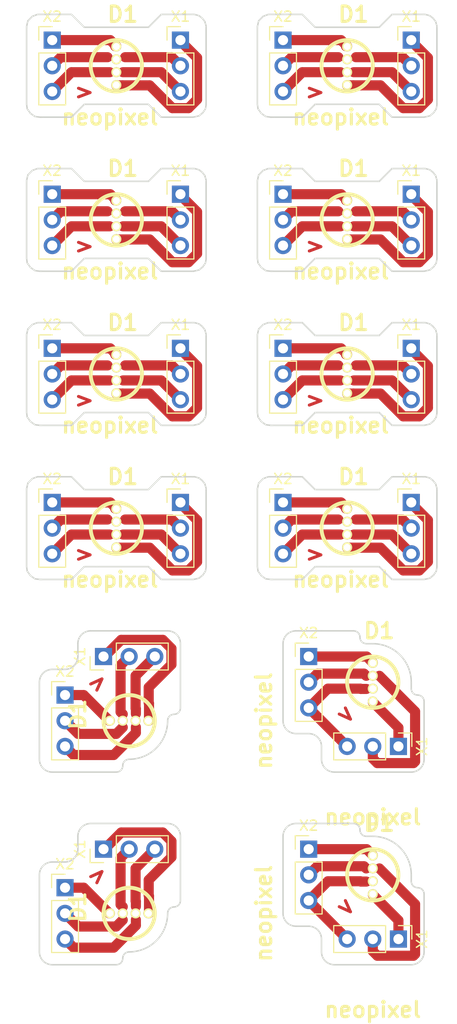
<source format=kicad_pcb>
(kicad_pcb (version 4) (host pcbnew 4.0.5)

  (general
    (links 116)
    (no_connects 90)
    (area 72.757381 63.2508 118.37762 164.8666)
    (thickness 1.6)
    (drawings 706)
    (tracks 270)
    (zones 0)
    (modules 36)
    (nets 5)
  )

  (page A4)
  (layers
    (0 F.Cu signal)
    (31 B.Cu signal)
    (32 B.Adhes user)
    (33 F.Adhes user)
    (34 B.Paste user)
    (35 F.Paste user)
    (36 B.SilkS user)
    (37 F.SilkS user)
    (38 B.Mask user)
    (39 F.Mask user)
    (40 Dwgs.User user)
    (41 Cmts.User user)
    (42 Eco1.User user)
    (43 Eco2.User user)
    (44 Edge.Cuts user)
    (45 Margin user)
    (46 B.CrtYd user)
    (47 F.CrtYd user)
    (48 B.Fab user)
    (49 F.Fab user)
  )

  (setup
    (last_trace_width 0.25)
    (trace_clearance 0.2)
    (zone_clearance 0.508)
    (zone_45_only no)
    (trace_min 0.2)
    (segment_width 0.2)
    (edge_width 0.15)
    (via_size 1.5)
    (via_drill 0.9)
    (via_min_size 0.4)
    (via_min_drill 0.3)
    (uvia_size 0.3)
    (uvia_drill 0.1)
    (uvias_allowed no)
    (uvia_min_size 0.2)
    (uvia_min_drill 0.1)
    (pcb_text_width 0.3)
    (pcb_text_size 1.5 1.5)
    (mod_edge_width 0.15)
    (mod_text_size 1 1)
    (mod_text_width 0.15)
    (pad_size 1.524 1.524)
    (pad_drill 0.762)
    (pad_to_mask_clearance 0.2)
    (aux_axis_origin 0 0)
    (visible_elements FFFFFF7F)
    (pcbplotparams
      (layerselection 0x00100_00000001)
      (usegerberextensions false)
      (excludeedgelayer true)
      (linewidth 0.100000)
      (plotframeref false)
      (viasonmask false)
      (mode 1)
      (useauxorigin false)
      (hpglpennumber 1)
      (hpglpenspeed 20)
      (hpglpendiameter 15)
      (hpglpenoverlay 2)
      (psnegative false)
      (psa4output false)
      (plotreference true)
      (plotvalue true)
      (plotinvisibletext false)
      (padsonsilk false)
      (subtractmaskfromsilk false)
      (outputformat 1)
      (mirror false)
      (drillshape 0)
      (scaleselection 1)
      (outputdirectory /home/fede/Projects/doddi/schematics/led_breakout_all/gerber/))
  )

  (net 0 "")
  (net 1 "Net-(D1-Pad1)")
  (net 2 GND)
  (net 3 +5V)
  (net 4 "Net-(D1-Pad4)")

  (net_class Default "This is the default net class."
    (clearance 0.2)
    (trace_width 0.25)
    (via_dia 1.5)
    (via_drill 0.9)
    (uvia_dia 0.3)
    (uvia_drill 0.1)
  )

  (net_class Power ""
    (clearance 0.3)
    (trace_width 1)
    (via_dia 1.5)
    (via_drill 0.9)
    (uvia_dia 0.3)
    (uvia_drill 0.1)
    (add_net +5V)
    (add_net GND)
    (add_net "Net-(D1-Pad1)")
    (add_net "Net-(D1-Pad4)")
  )

  (module LED5_RGB:LED5_RGB (layer F.Cu) (tedit 4C040376) (tstamp 58DE1E14)
    (at 85.725 153.67 180)
    (path /58DD3308)
    (fp_text reference D1 (at 5.08 0.635 270) (layer F.SilkS)
      (effects (font (thickness 0.3048)))
    )
    (fp_text value neopixel (at -13.335 0 270) (layer F.SilkS)
      (effects (font (thickness 0.3048)))
    )
    (fp_circle (center 0 0) (end 2.54 0) (layer F.SilkS) (width 0.381))
    (pad 1 thru_hole circle (at -1.905 0 180) (size 1.00076 1.00076) (drill 0.70104) (layers *.Cu *.Mask F.SilkS)
      (net 1 "Net-(D1-Pad1)"))
    (pad 2 thru_hole circle (at -0.635 0 180) (size 1.00076 1.00076) (drill 0.70104) (layers *.Cu *.Mask F.SilkS)
      (net 2 GND))
    (pad 3 thru_hole circle (at 0.635 0 180) (size 1.00076 1.00076) (drill 0.70104) (layers *.Cu *.Mask F.SilkS)
      (net 3 +5V))
    (pad 4 thru_hole circle (at 1.905 0 180) (size 1.00076 1.00076) (drill 0.70104) (layers *.Cu *.Mask F.SilkS)
      (net 4 "Net-(D1-Pad4)"))
    (model userlibs/libraries/packages3d/led5_RGB_vertical-short.wrl
      (at (xyz 0 0 0))
      (scale (xyz 1 1 1))
      (rotate (xyz 0 0 180))
    )
  )

  (module Pin_Headers:Pin_Header_Straight_1x03_Pitch2.54mm (layer F.Cu) (tedit 58CD4EC1) (tstamp 58DE1DFF)
    (at 79.375 151.13)
    (descr "Through hole straight pin header, 1x03, 2.54mm pitch, single row")
    (tags "Through hole pin header THT 1x03 2.54mm single row")
    (path /58DD34D6)
    (fp_text reference X2 (at 0 -2.33) (layer F.SilkS)
      (effects (font (size 1 1) (thickness 0.15)))
    )
    (fp_text value NeopixelConn (at 0 7.41) (layer F.Fab)
      (effects (font (size 1 1) (thickness 0.15)))
    )
    (fp_line (start -1.27 -1.27) (end -1.27 6.35) (layer F.Fab) (width 0.1))
    (fp_line (start -1.27 6.35) (end 1.27 6.35) (layer F.Fab) (width 0.1))
    (fp_line (start 1.27 6.35) (end 1.27 -1.27) (layer F.Fab) (width 0.1))
    (fp_line (start 1.27 -1.27) (end -1.27 -1.27) (layer F.Fab) (width 0.1))
    (fp_line (start -1.33 1.27) (end -1.33 6.41) (layer F.SilkS) (width 0.12))
    (fp_line (start -1.33 6.41) (end 1.33 6.41) (layer F.SilkS) (width 0.12))
    (fp_line (start 1.33 6.41) (end 1.33 1.27) (layer F.SilkS) (width 0.12))
    (fp_line (start 1.33 1.27) (end -1.33 1.27) (layer F.SilkS) (width 0.12))
    (fp_line (start -1.33 0) (end -1.33 -1.33) (layer F.SilkS) (width 0.12))
    (fp_line (start -1.33 -1.33) (end 0 -1.33) (layer F.SilkS) (width 0.12))
    (fp_line (start -1.8 -1.8) (end -1.8 6.85) (layer F.CrtYd) (width 0.05))
    (fp_line (start -1.8 6.85) (end 1.8 6.85) (layer F.CrtYd) (width 0.05))
    (fp_line (start 1.8 6.85) (end 1.8 -1.8) (layer F.CrtYd) (width 0.05))
    (fp_line (start 1.8 -1.8) (end -1.8 -1.8) (layer F.CrtYd) (width 0.05))
    (fp_text user %R (at 0 -2.33) (layer F.Fab)
      (effects (font (size 1 1) (thickness 0.15)))
    )
    (pad 1 thru_hole rect (at 0 0) (size 1.7 1.7) (drill 1) (layers *.Cu *.Mask)
      (net 4 "Net-(D1-Pad4)"))
    (pad 2 thru_hole oval (at 0 2.54) (size 1.7 1.7) (drill 1) (layers *.Cu *.Mask)
      (net 3 +5V))
    (pad 3 thru_hole oval (at 0 5.08) (size 1.7 1.7) (drill 1) (layers *.Cu *.Mask)
      (net 2 GND))
    (model ${KISYS3DMOD}/Pin_Headers.3dshapes/Pin_Header_Straight_1x03_Pitch2.54mm.wrl
      (at (xyz 0 -0.1 0))
      (scale (xyz 1 1 1))
      (rotate (xyz 0 0 90))
    )
  )

  (module Pin_Headers:Pin_Header_Straight_1x03_Pitch2.54mm (layer F.Cu) (tedit 58CD4EC1) (tstamp 58DE1DEA)
    (at 83.185 147.32 90)
    (descr "Through hole straight pin header, 1x03, 2.54mm pitch, single row")
    (tags "Through hole pin header THT 1x03 2.54mm single row")
    (path /58DD343F)
    (fp_text reference X1 (at 0 -2.33 90) (layer F.SilkS)
      (effects (font (size 1 1) (thickness 0.15)))
    )
    (fp_text value NeopixelConn (at -6.35 14.605 90) (layer F.Fab)
      (effects (font (size 1 1) (thickness 0.15)))
    )
    (fp_line (start -1.27 -1.27) (end -1.27 6.35) (layer F.Fab) (width 0.1))
    (fp_line (start -1.27 6.35) (end 1.27 6.35) (layer F.Fab) (width 0.1))
    (fp_line (start 1.27 6.35) (end 1.27 -1.27) (layer F.Fab) (width 0.1))
    (fp_line (start 1.27 -1.27) (end -1.27 -1.27) (layer F.Fab) (width 0.1))
    (fp_line (start -1.33 1.27) (end -1.33 6.41) (layer F.SilkS) (width 0.12))
    (fp_line (start -1.33 6.41) (end 1.33 6.41) (layer F.SilkS) (width 0.12))
    (fp_line (start 1.33 6.41) (end 1.33 1.27) (layer F.SilkS) (width 0.12))
    (fp_line (start 1.33 1.27) (end -1.33 1.27) (layer F.SilkS) (width 0.12))
    (fp_line (start -1.33 0) (end -1.33 -1.33) (layer F.SilkS) (width 0.12))
    (fp_line (start -1.33 -1.33) (end 0 -1.33) (layer F.SilkS) (width 0.12))
    (fp_line (start -1.8 -1.8) (end -1.8 6.85) (layer F.CrtYd) (width 0.05))
    (fp_line (start -1.8 6.85) (end 1.8 6.85) (layer F.CrtYd) (width 0.05))
    (fp_line (start 1.8 6.85) (end 1.8 -1.8) (layer F.CrtYd) (width 0.05))
    (fp_line (start 1.8 -1.8) (end -1.8 -1.8) (layer F.CrtYd) (width 0.05))
    (fp_text user %R (at 0 -2.33 90) (layer F.Fab)
      (effects (font (size 1 1) (thickness 0.15)))
    )
    (pad 1 thru_hole rect (at 0 0 90) (size 1.7 1.7) (drill 1) (layers *.Cu *.Mask)
      (net 1 "Net-(D1-Pad1)"))
    (pad 2 thru_hole oval (at 0 2.54 90) (size 1.7 1.7) (drill 1) (layers *.Cu *.Mask)
      (net 3 +5V))
    (pad 3 thru_hole oval (at 0 5.08 90) (size 1.7 1.7) (drill 1) (layers *.Cu *.Mask)
      (net 2 GND))
    (model ${KISYS3DMOD}/Pin_Headers.3dshapes/Pin_Header_Straight_1x03_Pitch2.54mm.wrl
      (at (xyz 0 -0.1 0))
      (scale (xyz 1 1 1))
      (rotate (xyz 0 0 90))
    )
  )

  (module Pin_Headers:Pin_Header_Straight_1x03_Pitch2.54mm (layer F.Cu) (tedit 58CD4EC1) (tstamp 58DE1D7E)
    (at 103.505 147.32)
    (descr "Through hole straight pin header, 1x03, 2.54mm pitch, single row")
    (tags "Through hole pin header THT 1x03 2.54mm single row")
    (path /58DD34D6)
    (fp_text reference X2 (at 0 -2.33) (layer F.SilkS)
      (effects (font (size 1 1) (thickness 0.15)))
    )
    (fp_text value NeopixelConn (at 0 7.41) (layer F.Fab)
      (effects (font (size 1 1) (thickness 0.15)))
    )
    (fp_line (start -1.27 -1.27) (end -1.27 6.35) (layer F.Fab) (width 0.1))
    (fp_line (start -1.27 6.35) (end 1.27 6.35) (layer F.Fab) (width 0.1))
    (fp_line (start 1.27 6.35) (end 1.27 -1.27) (layer F.Fab) (width 0.1))
    (fp_line (start 1.27 -1.27) (end -1.27 -1.27) (layer F.Fab) (width 0.1))
    (fp_line (start -1.33 1.27) (end -1.33 6.41) (layer F.SilkS) (width 0.12))
    (fp_line (start -1.33 6.41) (end 1.33 6.41) (layer F.SilkS) (width 0.12))
    (fp_line (start 1.33 6.41) (end 1.33 1.27) (layer F.SilkS) (width 0.12))
    (fp_line (start 1.33 1.27) (end -1.33 1.27) (layer F.SilkS) (width 0.12))
    (fp_line (start -1.33 0) (end -1.33 -1.33) (layer F.SilkS) (width 0.12))
    (fp_line (start -1.33 -1.33) (end 0 -1.33) (layer F.SilkS) (width 0.12))
    (fp_line (start -1.8 -1.8) (end -1.8 6.85) (layer F.CrtYd) (width 0.05))
    (fp_line (start -1.8 6.85) (end 1.8 6.85) (layer F.CrtYd) (width 0.05))
    (fp_line (start 1.8 6.85) (end 1.8 -1.8) (layer F.CrtYd) (width 0.05))
    (fp_line (start 1.8 -1.8) (end -1.8 -1.8) (layer F.CrtYd) (width 0.05))
    (fp_text user %R (at 0 -2.33) (layer F.Fab)
      (effects (font (size 1 1) (thickness 0.15)))
    )
    (pad 1 thru_hole rect (at 0 0) (size 1.7 1.7) (drill 1) (layers *.Cu *.Mask)
      (net 4 "Net-(D1-Pad4)"))
    (pad 2 thru_hole oval (at 0 2.54) (size 1.7 1.7) (drill 1) (layers *.Cu *.Mask)
      (net 3 +5V))
    (pad 3 thru_hole oval (at 0 5.08) (size 1.7 1.7) (drill 1) (layers *.Cu *.Mask)
      (net 2 GND))
    (model ${KISYS3DMOD}/Pin_Headers.3dshapes/Pin_Header_Straight_1x03_Pitch2.54mm.wrl
      (at (xyz 0 -0.1 0))
      (scale (xyz 1 1 1))
      (rotate (xyz 0 0 90))
    )
  )

  (module Pin_Headers:Pin_Header_Straight_1x03_Pitch2.54mm (layer F.Cu) (tedit 58CD4EC1) (tstamp 58DE1D69)
    (at 112.395 156.21 270)
    (descr "Through hole straight pin header, 1x03, 2.54mm pitch, single row")
    (tags "Through hole pin header THT 1x03 2.54mm single row")
    (path /58DD343F)
    (fp_text reference X1 (at 0 -2.33 270) (layer F.SilkS)
      (effects (font (size 1 1) (thickness 0.15)))
    )
    (fp_text value NeopixelConn (at -6.35 14.605 270) (layer F.Fab)
      (effects (font (size 1 1) (thickness 0.15)))
    )
    (fp_line (start -1.27 -1.27) (end -1.27 6.35) (layer F.Fab) (width 0.1))
    (fp_line (start -1.27 6.35) (end 1.27 6.35) (layer F.Fab) (width 0.1))
    (fp_line (start 1.27 6.35) (end 1.27 -1.27) (layer F.Fab) (width 0.1))
    (fp_line (start 1.27 -1.27) (end -1.27 -1.27) (layer F.Fab) (width 0.1))
    (fp_line (start -1.33 1.27) (end -1.33 6.41) (layer F.SilkS) (width 0.12))
    (fp_line (start -1.33 6.41) (end 1.33 6.41) (layer F.SilkS) (width 0.12))
    (fp_line (start 1.33 6.41) (end 1.33 1.27) (layer F.SilkS) (width 0.12))
    (fp_line (start 1.33 1.27) (end -1.33 1.27) (layer F.SilkS) (width 0.12))
    (fp_line (start -1.33 0) (end -1.33 -1.33) (layer F.SilkS) (width 0.12))
    (fp_line (start -1.33 -1.33) (end 0 -1.33) (layer F.SilkS) (width 0.12))
    (fp_line (start -1.8 -1.8) (end -1.8 6.85) (layer F.CrtYd) (width 0.05))
    (fp_line (start -1.8 6.85) (end 1.8 6.85) (layer F.CrtYd) (width 0.05))
    (fp_line (start 1.8 6.85) (end 1.8 -1.8) (layer F.CrtYd) (width 0.05))
    (fp_line (start 1.8 -1.8) (end -1.8 -1.8) (layer F.CrtYd) (width 0.05))
    (fp_text user %R (at 0 -2.33 270) (layer F.Fab)
      (effects (font (size 1 1) (thickness 0.15)))
    )
    (pad 1 thru_hole rect (at 0 0 270) (size 1.7 1.7) (drill 1) (layers *.Cu *.Mask)
      (net 1 "Net-(D1-Pad1)"))
    (pad 2 thru_hole oval (at 0 2.54 270) (size 1.7 1.7) (drill 1) (layers *.Cu *.Mask)
      (net 3 +5V))
    (pad 3 thru_hole oval (at 0 5.08 270) (size 1.7 1.7) (drill 1) (layers *.Cu *.Mask)
      (net 2 GND))
    (model ${KISYS3DMOD}/Pin_Headers.3dshapes/Pin_Header_Straight_1x03_Pitch2.54mm.wrl
      (at (xyz 0 -0.1 0))
      (scale (xyz 1 1 1))
      (rotate (xyz 0 0 90))
    )
  )

  (module LED5_RGB:LED5_RGB (layer F.Cu) (tedit 4C040376) (tstamp 58DE1D61)
    (at 109.855 149.86 90)
    (path /58DD3308)
    (fp_text reference D1 (at 5.08 0.635 180) (layer F.SilkS)
      (effects (font (thickness 0.3048)))
    )
    (fp_text value neopixel (at -13.335 0 180) (layer F.SilkS)
      (effects (font (thickness 0.3048)))
    )
    (fp_circle (center 0 0) (end 2.54 0) (layer F.SilkS) (width 0.381))
    (pad 1 thru_hole circle (at -1.905 0 90) (size 1.00076 1.00076) (drill 0.70104) (layers *.Cu *.Mask F.SilkS)
      (net 1 "Net-(D1-Pad1)"))
    (pad 2 thru_hole circle (at -0.635 0 90) (size 1.00076 1.00076) (drill 0.70104) (layers *.Cu *.Mask F.SilkS)
      (net 2 GND))
    (pad 3 thru_hole circle (at 0.635 0 90) (size 1.00076 1.00076) (drill 0.70104) (layers *.Cu *.Mask F.SilkS)
      (net 3 +5V))
    (pad 4 thru_hole circle (at 1.905 0 90) (size 1.00076 1.00076) (drill 0.70104) (layers *.Cu *.Mask F.SilkS)
      (net 4 "Net-(D1-Pad4)"))
    (model userlibs/libraries/packages3d/led5_RGB_vertical-short.wrl
      (at (xyz 0 0 0))
      (scale (xyz 1 1 1))
      (rotate (xyz 0 0 180))
    )
  )

  (module LED5_RGB:LED5_RGB (layer F.Cu) (tedit 4C040376) (tstamp 58DE1C74)
    (at 84.455 115.57 90)
    (path /58DD3308)
    (fp_text reference D1 (at 5.08 0.635 180) (layer F.SilkS)
      (effects (font (thickness 0.3048)))
    )
    (fp_text value neopixel (at -5.08 -0.635 180) (layer F.SilkS)
      (effects (font (thickness 0.3048)))
    )
    (fp_circle (center 0 0) (end 2.54 0) (layer F.SilkS) (width 0.381))
    (pad 1 thru_hole circle (at -1.905 0 90) (size 1.00076 1.00076) (drill 0.70104) (layers *.Cu *.Mask F.SilkS)
      (net 1 "Net-(D1-Pad1)"))
    (pad 2 thru_hole circle (at -0.635 0 90) (size 1.00076 1.00076) (drill 0.70104) (layers *.Cu *.Mask F.SilkS)
      (net 2 GND))
    (pad 3 thru_hole circle (at 0.635 0 90) (size 1.00076 1.00076) (drill 0.70104) (layers *.Cu *.Mask F.SilkS)
      (net 3 +5V))
    (pad 4 thru_hole circle (at 1.905 0 90) (size 1.00076 1.00076) (drill 0.70104) (layers *.Cu *.Mask F.SilkS)
      (net 4 "Net-(D1-Pad4)"))
    (model userlibs/libraries/packages3d/led5_RGB_vertical-short.wrl
      (at (xyz 0 0 0))
      (scale (xyz 1 1 1))
      (rotate (xyz 0 0 180))
    )
  )

  (module Pin_Headers:Pin_Header_Straight_1x03_Pitch2.54mm (layer F.Cu) (tedit 58CD4EC1) (tstamp 58DE1C5F)
    (at 78.105 113.03)
    (descr "Through hole straight pin header, 1x03, 2.54mm pitch, single row")
    (tags "Through hole pin header THT 1x03 2.54mm single row")
    (path /58DD34D6)
    (fp_text reference X2 (at 0 -2.33) (layer F.SilkS)
      (effects (font (size 1 1) (thickness 0.15)))
    )
    (fp_text value NeopixelConn (at 0 7.41) (layer F.Fab)
      (effects (font (size 1 1) (thickness 0.15)))
    )
    (fp_line (start -1.27 -1.27) (end -1.27 6.35) (layer F.Fab) (width 0.1))
    (fp_line (start -1.27 6.35) (end 1.27 6.35) (layer F.Fab) (width 0.1))
    (fp_line (start 1.27 6.35) (end 1.27 -1.27) (layer F.Fab) (width 0.1))
    (fp_line (start 1.27 -1.27) (end -1.27 -1.27) (layer F.Fab) (width 0.1))
    (fp_line (start -1.33 1.27) (end -1.33 6.41) (layer F.SilkS) (width 0.12))
    (fp_line (start -1.33 6.41) (end 1.33 6.41) (layer F.SilkS) (width 0.12))
    (fp_line (start 1.33 6.41) (end 1.33 1.27) (layer F.SilkS) (width 0.12))
    (fp_line (start 1.33 1.27) (end -1.33 1.27) (layer F.SilkS) (width 0.12))
    (fp_line (start -1.33 0) (end -1.33 -1.33) (layer F.SilkS) (width 0.12))
    (fp_line (start -1.33 -1.33) (end 0 -1.33) (layer F.SilkS) (width 0.12))
    (fp_line (start -1.8 -1.8) (end -1.8 6.85) (layer F.CrtYd) (width 0.05))
    (fp_line (start -1.8 6.85) (end 1.8 6.85) (layer F.CrtYd) (width 0.05))
    (fp_line (start 1.8 6.85) (end 1.8 -1.8) (layer F.CrtYd) (width 0.05))
    (fp_line (start 1.8 -1.8) (end -1.8 -1.8) (layer F.CrtYd) (width 0.05))
    (fp_text user %R (at 0 -2.33) (layer F.Fab)
      (effects (font (size 1 1) (thickness 0.15)))
    )
    (pad 1 thru_hole rect (at 0 0) (size 1.7 1.7) (drill 1) (layers *.Cu *.Mask)
      (net 4 "Net-(D1-Pad4)"))
    (pad 2 thru_hole oval (at 0 2.54) (size 1.7 1.7) (drill 1) (layers *.Cu *.Mask)
      (net 3 +5V))
    (pad 3 thru_hole oval (at 0 5.08) (size 1.7 1.7) (drill 1) (layers *.Cu *.Mask)
      (net 2 GND))
    (model ${KISYS3DMOD}/Pin_Headers.3dshapes/Pin_Header_Straight_1x03_Pitch2.54mm.wrl
      (at (xyz 0 -0.1 0))
      (scale (xyz 1 1 1))
      (rotate (xyz 0 0 90))
    )
  )

  (module Pin_Headers:Pin_Header_Straight_1x03_Pitch2.54mm (layer F.Cu) (tedit 58CD4EC1) (tstamp 58DE1C4A)
    (at 90.805 113.03)
    (descr "Through hole straight pin header, 1x03, 2.54mm pitch, single row")
    (tags "Through hole pin header THT 1x03 2.54mm single row")
    (path /58DD343F)
    (fp_text reference X1 (at 0 -2.33) (layer F.SilkS)
      (effects (font (size 1 1) (thickness 0.15)))
    )
    (fp_text value NeopixelConn (at -0.635 10.16) (layer F.Fab)
      (effects (font (size 1 1) (thickness 0.15)))
    )
    (fp_line (start -1.27 -1.27) (end -1.27 6.35) (layer F.Fab) (width 0.1))
    (fp_line (start -1.27 6.35) (end 1.27 6.35) (layer F.Fab) (width 0.1))
    (fp_line (start 1.27 6.35) (end 1.27 -1.27) (layer F.Fab) (width 0.1))
    (fp_line (start 1.27 -1.27) (end -1.27 -1.27) (layer F.Fab) (width 0.1))
    (fp_line (start -1.33 1.27) (end -1.33 6.41) (layer F.SilkS) (width 0.12))
    (fp_line (start -1.33 6.41) (end 1.33 6.41) (layer F.SilkS) (width 0.12))
    (fp_line (start 1.33 6.41) (end 1.33 1.27) (layer F.SilkS) (width 0.12))
    (fp_line (start 1.33 1.27) (end -1.33 1.27) (layer F.SilkS) (width 0.12))
    (fp_line (start -1.33 0) (end -1.33 -1.33) (layer F.SilkS) (width 0.12))
    (fp_line (start -1.33 -1.33) (end 0 -1.33) (layer F.SilkS) (width 0.12))
    (fp_line (start -1.8 -1.8) (end -1.8 6.85) (layer F.CrtYd) (width 0.05))
    (fp_line (start -1.8 6.85) (end 1.8 6.85) (layer F.CrtYd) (width 0.05))
    (fp_line (start 1.8 6.85) (end 1.8 -1.8) (layer F.CrtYd) (width 0.05))
    (fp_line (start 1.8 -1.8) (end -1.8 -1.8) (layer F.CrtYd) (width 0.05))
    (fp_text user %R (at 0 -2.33) (layer F.Fab)
      (effects (font (size 1 1) (thickness 0.15)))
    )
    (pad 1 thru_hole rect (at 0 0) (size 1.7 1.7) (drill 1) (layers *.Cu *.Mask)
      (net 1 "Net-(D1-Pad1)"))
    (pad 2 thru_hole oval (at 0 2.54) (size 1.7 1.7) (drill 1) (layers *.Cu *.Mask)
      (net 3 +5V))
    (pad 3 thru_hole oval (at 0 5.08) (size 1.7 1.7) (drill 1) (layers *.Cu *.Mask)
      (net 2 GND))
    (model ${KISYS3DMOD}/Pin_Headers.3dshapes/Pin_Header_Straight_1x03_Pitch2.54mm.wrl
      (at (xyz 0 -0.1 0))
      (scale (xyz 1 1 1))
      (rotate (xyz 0 0 90))
    )
  )

  (module LED5_RGB:LED5_RGB (layer F.Cu) (tedit 4C040376) (tstamp 58DE1BF1)
    (at 84.455 100.33 90)
    (path /58DD3308)
    (fp_text reference D1 (at 5.08 0.635 180) (layer F.SilkS)
      (effects (font (thickness 0.3048)))
    )
    (fp_text value neopixel (at -5.08 -0.635 180) (layer F.SilkS)
      (effects (font (thickness 0.3048)))
    )
    (fp_circle (center 0 0) (end 2.54 0) (layer F.SilkS) (width 0.381))
    (pad 1 thru_hole circle (at -1.905 0 90) (size 1.00076 1.00076) (drill 0.70104) (layers *.Cu *.Mask F.SilkS)
      (net 1 "Net-(D1-Pad1)"))
    (pad 2 thru_hole circle (at -0.635 0 90) (size 1.00076 1.00076) (drill 0.70104) (layers *.Cu *.Mask F.SilkS)
      (net 2 GND))
    (pad 3 thru_hole circle (at 0.635 0 90) (size 1.00076 1.00076) (drill 0.70104) (layers *.Cu *.Mask F.SilkS)
      (net 3 +5V))
    (pad 4 thru_hole circle (at 1.905 0 90) (size 1.00076 1.00076) (drill 0.70104) (layers *.Cu *.Mask F.SilkS)
      (net 4 "Net-(D1-Pad4)"))
    (model userlibs/libraries/packages3d/led5_RGB_vertical-short.wrl
      (at (xyz 0 0 0))
      (scale (xyz 1 1 1))
      (rotate (xyz 0 0 180))
    )
  )

  (module Pin_Headers:Pin_Header_Straight_1x03_Pitch2.54mm (layer F.Cu) (tedit 58CD4EC1) (tstamp 58DE1BDC)
    (at 78.105 97.79)
    (descr "Through hole straight pin header, 1x03, 2.54mm pitch, single row")
    (tags "Through hole pin header THT 1x03 2.54mm single row")
    (path /58DD34D6)
    (fp_text reference X2 (at 0 -2.33) (layer F.SilkS)
      (effects (font (size 1 1) (thickness 0.15)))
    )
    (fp_text value NeopixelConn (at 0 7.41) (layer F.Fab)
      (effects (font (size 1 1) (thickness 0.15)))
    )
    (fp_line (start -1.27 -1.27) (end -1.27 6.35) (layer F.Fab) (width 0.1))
    (fp_line (start -1.27 6.35) (end 1.27 6.35) (layer F.Fab) (width 0.1))
    (fp_line (start 1.27 6.35) (end 1.27 -1.27) (layer F.Fab) (width 0.1))
    (fp_line (start 1.27 -1.27) (end -1.27 -1.27) (layer F.Fab) (width 0.1))
    (fp_line (start -1.33 1.27) (end -1.33 6.41) (layer F.SilkS) (width 0.12))
    (fp_line (start -1.33 6.41) (end 1.33 6.41) (layer F.SilkS) (width 0.12))
    (fp_line (start 1.33 6.41) (end 1.33 1.27) (layer F.SilkS) (width 0.12))
    (fp_line (start 1.33 1.27) (end -1.33 1.27) (layer F.SilkS) (width 0.12))
    (fp_line (start -1.33 0) (end -1.33 -1.33) (layer F.SilkS) (width 0.12))
    (fp_line (start -1.33 -1.33) (end 0 -1.33) (layer F.SilkS) (width 0.12))
    (fp_line (start -1.8 -1.8) (end -1.8 6.85) (layer F.CrtYd) (width 0.05))
    (fp_line (start -1.8 6.85) (end 1.8 6.85) (layer F.CrtYd) (width 0.05))
    (fp_line (start 1.8 6.85) (end 1.8 -1.8) (layer F.CrtYd) (width 0.05))
    (fp_line (start 1.8 -1.8) (end -1.8 -1.8) (layer F.CrtYd) (width 0.05))
    (fp_text user %R (at 0 -2.33) (layer F.Fab)
      (effects (font (size 1 1) (thickness 0.15)))
    )
    (pad 1 thru_hole rect (at 0 0) (size 1.7 1.7) (drill 1) (layers *.Cu *.Mask)
      (net 4 "Net-(D1-Pad4)"))
    (pad 2 thru_hole oval (at 0 2.54) (size 1.7 1.7) (drill 1) (layers *.Cu *.Mask)
      (net 3 +5V))
    (pad 3 thru_hole oval (at 0 5.08) (size 1.7 1.7) (drill 1) (layers *.Cu *.Mask)
      (net 2 GND))
    (model ${KISYS3DMOD}/Pin_Headers.3dshapes/Pin_Header_Straight_1x03_Pitch2.54mm.wrl
      (at (xyz 0 -0.1 0))
      (scale (xyz 1 1 1))
      (rotate (xyz 0 0 90))
    )
  )

  (module Pin_Headers:Pin_Header_Straight_1x03_Pitch2.54mm (layer F.Cu) (tedit 58CD4EC1) (tstamp 58DE1BC7)
    (at 90.805 97.79)
    (descr "Through hole straight pin header, 1x03, 2.54mm pitch, single row")
    (tags "Through hole pin header THT 1x03 2.54mm single row")
    (path /58DD343F)
    (fp_text reference X1 (at 0 -2.33) (layer F.SilkS)
      (effects (font (size 1 1) (thickness 0.15)))
    )
    (fp_text value NeopixelConn (at -0.635 10.16) (layer F.Fab)
      (effects (font (size 1 1) (thickness 0.15)))
    )
    (fp_line (start -1.27 -1.27) (end -1.27 6.35) (layer F.Fab) (width 0.1))
    (fp_line (start -1.27 6.35) (end 1.27 6.35) (layer F.Fab) (width 0.1))
    (fp_line (start 1.27 6.35) (end 1.27 -1.27) (layer F.Fab) (width 0.1))
    (fp_line (start 1.27 -1.27) (end -1.27 -1.27) (layer F.Fab) (width 0.1))
    (fp_line (start -1.33 1.27) (end -1.33 6.41) (layer F.SilkS) (width 0.12))
    (fp_line (start -1.33 6.41) (end 1.33 6.41) (layer F.SilkS) (width 0.12))
    (fp_line (start 1.33 6.41) (end 1.33 1.27) (layer F.SilkS) (width 0.12))
    (fp_line (start 1.33 1.27) (end -1.33 1.27) (layer F.SilkS) (width 0.12))
    (fp_line (start -1.33 0) (end -1.33 -1.33) (layer F.SilkS) (width 0.12))
    (fp_line (start -1.33 -1.33) (end 0 -1.33) (layer F.SilkS) (width 0.12))
    (fp_line (start -1.8 -1.8) (end -1.8 6.85) (layer F.CrtYd) (width 0.05))
    (fp_line (start -1.8 6.85) (end 1.8 6.85) (layer F.CrtYd) (width 0.05))
    (fp_line (start 1.8 6.85) (end 1.8 -1.8) (layer F.CrtYd) (width 0.05))
    (fp_line (start 1.8 -1.8) (end -1.8 -1.8) (layer F.CrtYd) (width 0.05))
    (fp_text user %R (at 0 -2.33) (layer F.Fab)
      (effects (font (size 1 1) (thickness 0.15)))
    )
    (pad 1 thru_hole rect (at 0 0) (size 1.7 1.7) (drill 1) (layers *.Cu *.Mask)
      (net 1 "Net-(D1-Pad1)"))
    (pad 2 thru_hole oval (at 0 2.54) (size 1.7 1.7) (drill 1) (layers *.Cu *.Mask)
      (net 3 +5V))
    (pad 3 thru_hole oval (at 0 5.08) (size 1.7 1.7) (drill 1) (layers *.Cu *.Mask)
      (net 2 GND))
    (model ${KISYS3DMOD}/Pin_Headers.3dshapes/Pin_Header_Straight_1x03_Pitch2.54mm.wrl
      (at (xyz 0 -0.1 0))
      (scale (xyz 1 1 1))
      (rotate (xyz 0 0 90))
    )
  )

  (module LED5_RGB:LED5_RGB (layer F.Cu) (tedit 4C040376) (tstamp 58DE1B6E)
    (at 84.455 85.09 90)
    (path /58DD3308)
    (fp_text reference D1 (at 5.08 0.635 180) (layer F.SilkS)
      (effects (font (thickness 0.3048)))
    )
    (fp_text value neopixel (at -5.08 -0.635 180) (layer F.SilkS)
      (effects (font (thickness 0.3048)))
    )
    (fp_circle (center 0 0) (end 2.54 0) (layer F.SilkS) (width 0.381))
    (pad 1 thru_hole circle (at -1.905 0 90) (size 1.00076 1.00076) (drill 0.70104) (layers *.Cu *.Mask F.SilkS)
      (net 1 "Net-(D1-Pad1)"))
    (pad 2 thru_hole circle (at -0.635 0 90) (size 1.00076 1.00076) (drill 0.70104) (layers *.Cu *.Mask F.SilkS)
      (net 2 GND))
    (pad 3 thru_hole circle (at 0.635 0 90) (size 1.00076 1.00076) (drill 0.70104) (layers *.Cu *.Mask F.SilkS)
      (net 3 +5V))
    (pad 4 thru_hole circle (at 1.905 0 90) (size 1.00076 1.00076) (drill 0.70104) (layers *.Cu *.Mask F.SilkS)
      (net 4 "Net-(D1-Pad4)"))
    (model userlibs/libraries/packages3d/led5_RGB_vertical-short.wrl
      (at (xyz 0 0 0))
      (scale (xyz 1 1 1))
      (rotate (xyz 0 0 180))
    )
  )

  (module Pin_Headers:Pin_Header_Straight_1x03_Pitch2.54mm (layer F.Cu) (tedit 58CD4EC1) (tstamp 58DE1B59)
    (at 78.105 82.55)
    (descr "Through hole straight pin header, 1x03, 2.54mm pitch, single row")
    (tags "Through hole pin header THT 1x03 2.54mm single row")
    (path /58DD34D6)
    (fp_text reference X2 (at 0 -2.33) (layer F.SilkS)
      (effects (font (size 1 1) (thickness 0.15)))
    )
    (fp_text value NeopixelConn (at 0 7.41) (layer F.Fab)
      (effects (font (size 1 1) (thickness 0.15)))
    )
    (fp_line (start -1.27 -1.27) (end -1.27 6.35) (layer F.Fab) (width 0.1))
    (fp_line (start -1.27 6.35) (end 1.27 6.35) (layer F.Fab) (width 0.1))
    (fp_line (start 1.27 6.35) (end 1.27 -1.27) (layer F.Fab) (width 0.1))
    (fp_line (start 1.27 -1.27) (end -1.27 -1.27) (layer F.Fab) (width 0.1))
    (fp_line (start -1.33 1.27) (end -1.33 6.41) (layer F.SilkS) (width 0.12))
    (fp_line (start -1.33 6.41) (end 1.33 6.41) (layer F.SilkS) (width 0.12))
    (fp_line (start 1.33 6.41) (end 1.33 1.27) (layer F.SilkS) (width 0.12))
    (fp_line (start 1.33 1.27) (end -1.33 1.27) (layer F.SilkS) (width 0.12))
    (fp_line (start -1.33 0) (end -1.33 -1.33) (layer F.SilkS) (width 0.12))
    (fp_line (start -1.33 -1.33) (end 0 -1.33) (layer F.SilkS) (width 0.12))
    (fp_line (start -1.8 -1.8) (end -1.8 6.85) (layer F.CrtYd) (width 0.05))
    (fp_line (start -1.8 6.85) (end 1.8 6.85) (layer F.CrtYd) (width 0.05))
    (fp_line (start 1.8 6.85) (end 1.8 -1.8) (layer F.CrtYd) (width 0.05))
    (fp_line (start 1.8 -1.8) (end -1.8 -1.8) (layer F.CrtYd) (width 0.05))
    (fp_text user %R (at 0 -2.33) (layer F.Fab)
      (effects (font (size 1 1) (thickness 0.15)))
    )
    (pad 1 thru_hole rect (at 0 0) (size 1.7 1.7) (drill 1) (layers *.Cu *.Mask)
      (net 4 "Net-(D1-Pad4)"))
    (pad 2 thru_hole oval (at 0 2.54) (size 1.7 1.7) (drill 1) (layers *.Cu *.Mask)
      (net 3 +5V))
    (pad 3 thru_hole oval (at 0 5.08) (size 1.7 1.7) (drill 1) (layers *.Cu *.Mask)
      (net 2 GND))
    (model ${KISYS3DMOD}/Pin_Headers.3dshapes/Pin_Header_Straight_1x03_Pitch2.54mm.wrl
      (at (xyz 0 -0.1 0))
      (scale (xyz 1 1 1))
      (rotate (xyz 0 0 90))
    )
  )

  (module Pin_Headers:Pin_Header_Straight_1x03_Pitch2.54mm (layer F.Cu) (tedit 58CD4EC1) (tstamp 58DE1B44)
    (at 90.805 82.55)
    (descr "Through hole straight pin header, 1x03, 2.54mm pitch, single row")
    (tags "Through hole pin header THT 1x03 2.54mm single row")
    (path /58DD343F)
    (fp_text reference X1 (at 0 -2.33) (layer F.SilkS)
      (effects (font (size 1 1) (thickness 0.15)))
    )
    (fp_text value NeopixelConn (at -0.635 10.16) (layer F.Fab)
      (effects (font (size 1 1) (thickness 0.15)))
    )
    (fp_line (start -1.27 -1.27) (end -1.27 6.35) (layer F.Fab) (width 0.1))
    (fp_line (start -1.27 6.35) (end 1.27 6.35) (layer F.Fab) (width 0.1))
    (fp_line (start 1.27 6.35) (end 1.27 -1.27) (layer F.Fab) (width 0.1))
    (fp_line (start 1.27 -1.27) (end -1.27 -1.27) (layer F.Fab) (width 0.1))
    (fp_line (start -1.33 1.27) (end -1.33 6.41) (layer F.SilkS) (width 0.12))
    (fp_line (start -1.33 6.41) (end 1.33 6.41) (layer F.SilkS) (width 0.12))
    (fp_line (start 1.33 6.41) (end 1.33 1.27) (layer F.SilkS) (width 0.12))
    (fp_line (start 1.33 1.27) (end -1.33 1.27) (layer F.SilkS) (width 0.12))
    (fp_line (start -1.33 0) (end -1.33 -1.33) (layer F.SilkS) (width 0.12))
    (fp_line (start -1.33 -1.33) (end 0 -1.33) (layer F.SilkS) (width 0.12))
    (fp_line (start -1.8 -1.8) (end -1.8 6.85) (layer F.CrtYd) (width 0.05))
    (fp_line (start -1.8 6.85) (end 1.8 6.85) (layer F.CrtYd) (width 0.05))
    (fp_line (start 1.8 6.85) (end 1.8 -1.8) (layer F.CrtYd) (width 0.05))
    (fp_line (start 1.8 -1.8) (end -1.8 -1.8) (layer F.CrtYd) (width 0.05))
    (fp_text user %R (at 0 -2.33) (layer F.Fab)
      (effects (font (size 1 1) (thickness 0.15)))
    )
    (pad 1 thru_hole rect (at 0 0) (size 1.7 1.7) (drill 1) (layers *.Cu *.Mask)
      (net 1 "Net-(D1-Pad1)"))
    (pad 2 thru_hole oval (at 0 2.54) (size 1.7 1.7) (drill 1) (layers *.Cu *.Mask)
      (net 3 +5V))
    (pad 3 thru_hole oval (at 0 5.08) (size 1.7 1.7) (drill 1) (layers *.Cu *.Mask)
      (net 2 GND))
    (model ${KISYS3DMOD}/Pin_Headers.3dshapes/Pin_Header_Straight_1x03_Pitch2.54mm.wrl
      (at (xyz 0 -0.1 0))
      (scale (xyz 1 1 1))
      (rotate (xyz 0 0 90))
    )
  )

  (module LED5_RGB:LED5_RGB (layer F.Cu) (tedit 4C040376) (tstamp 58DE1AE8)
    (at 107.315 115.57 90)
    (path /58DD3308)
    (fp_text reference D1 (at 5.08 0.635 180) (layer F.SilkS)
      (effects (font (thickness 0.3048)))
    )
    (fp_text value neopixel (at -5.08 -0.635 180) (layer F.SilkS)
      (effects (font (thickness 0.3048)))
    )
    (fp_circle (center 0 0) (end 2.54 0) (layer F.SilkS) (width 0.381))
    (pad 1 thru_hole circle (at -1.905 0 90) (size 1.00076 1.00076) (drill 0.70104) (layers *.Cu *.Mask F.SilkS)
      (net 1 "Net-(D1-Pad1)"))
    (pad 2 thru_hole circle (at -0.635 0 90) (size 1.00076 1.00076) (drill 0.70104) (layers *.Cu *.Mask F.SilkS)
      (net 2 GND))
    (pad 3 thru_hole circle (at 0.635 0 90) (size 1.00076 1.00076) (drill 0.70104) (layers *.Cu *.Mask F.SilkS)
      (net 3 +5V))
    (pad 4 thru_hole circle (at 1.905 0 90) (size 1.00076 1.00076) (drill 0.70104) (layers *.Cu *.Mask F.SilkS)
      (net 4 "Net-(D1-Pad4)"))
    (model userlibs/libraries/packages3d/led5_RGB_vertical-short.wrl
      (at (xyz 0 0 0))
      (scale (xyz 1 1 1))
      (rotate (xyz 0 0 180))
    )
  )

  (module Pin_Headers:Pin_Header_Straight_1x03_Pitch2.54mm (layer F.Cu) (tedit 58CD4EC1) (tstamp 58DE1AD3)
    (at 113.665 113.03)
    (descr "Through hole straight pin header, 1x03, 2.54mm pitch, single row")
    (tags "Through hole pin header THT 1x03 2.54mm single row")
    (path /58DD343F)
    (fp_text reference X1 (at 0 -2.33) (layer F.SilkS)
      (effects (font (size 1 1) (thickness 0.15)))
    )
    (fp_text value NeopixelConn (at -0.635 10.16) (layer F.Fab)
      (effects (font (size 1 1) (thickness 0.15)))
    )
    (fp_line (start -1.27 -1.27) (end -1.27 6.35) (layer F.Fab) (width 0.1))
    (fp_line (start -1.27 6.35) (end 1.27 6.35) (layer F.Fab) (width 0.1))
    (fp_line (start 1.27 6.35) (end 1.27 -1.27) (layer F.Fab) (width 0.1))
    (fp_line (start 1.27 -1.27) (end -1.27 -1.27) (layer F.Fab) (width 0.1))
    (fp_line (start -1.33 1.27) (end -1.33 6.41) (layer F.SilkS) (width 0.12))
    (fp_line (start -1.33 6.41) (end 1.33 6.41) (layer F.SilkS) (width 0.12))
    (fp_line (start 1.33 6.41) (end 1.33 1.27) (layer F.SilkS) (width 0.12))
    (fp_line (start 1.33 1.27) (end -1.33 1.27) (layer F.SilkS) (width 0.12))
    (fp_line (start -1.33 0) (end -1.33 -1.33) (layer F.SilkS) (width 0.12))
    (fp_line (start -1.33 -1.33) (end 0 -1.33) (layer F.SilkS) (width 0.12))
    (fp_line (start -1.8 -1.8) (end -1.8 6.85) (layer F.CrtYd) (width 0.05))
    (fp_line (start -1.8 6.85) (end 1.8 6.85) (layer F.CrtYd) (width 0.05))
    (fp_line (start 1.8 6.85) (end 1.8 -1.8) (layer F.CrtYd) (width 0.05))
    (fp_line (start 1.8 -1.8) (end -1.8 -1.8) (layer F.CrtYd) (width 0.05))
    (fp_text user %R (at 0 -2.33) (layer F.Fab)
      (effects (font (size 1 1) (thickness 0.15)))
    )
    (pad 1 thru_hole rect (at 0 0) (size 1.7 1.7) (drill 1) (layers *.Cu *.Mask)
      (net 1 "Net-(D1-Pad1)"))
    (pad 2 thru_hole oval (at 0 2.54) (size 1.7 1.7) (drill 1) (layers *.Cu *.Mask)
      (net 3 +5V))
    (pad 3 thru_hole oval (at 0 5.08) (size 1.7 1.7) (drill 1) (layers *.Cu *.Mask)
      (net 2 GND))
    (model ${KISYS3DMOD}/Pin_Headers.3dshapes/Pin_Header_Straight_1x03_Pitch2.54mm.wrl
      (at (xyz 0 -0.1 0))
      (scale (xyz 1 1 1))
      (rotate (xyz 0 0 90))
    )
  )

  (module Pin_Headers:Pin_Header_Straight_1x03_Pitch2.54mm (layer F.Cu) (tedit 58CD4EC1) (tstamp 58DE1ABE)
    (at 100.965 113.03)
    (descr "Through hole straight pin header, 1x03, 2.54mm pitch, single row")
    (tags "Through hole pin header THT 1x03 2.54mm single row")
    (path /58DD34D6)
    (fp_text reference X2 (at 0 -2.33) (layer F.SilkS)
      (effects (font (size 1 1) (thickness 0.15)))
    )
    (fp_text value NeopixelConn (at 0 7.41) (layer F.Fab)
      (effects (font (size 1 1) (thickness 0.15)))
    )
    (fp_line (start -1.27 -1.27) (end -1.27 6.35) (layer F.Fab) (width 0.1))
    (fp_line (start -1.27 6.35) (end 1.27 6.35) (layer F.Fab) (width 0.1))
    (fp_line (start 1.27 6.35) (end 1.27 -1.27) (layer F.Fab) (width 0.1))
    (fp_line (start 1.27 -1.27) (end -1.27 -1.27) (layer F.Fab) (width 0.1))
    (fp_line (start -1.33 1.27) (end -1.33 6.41) (layer F.SilkS) (width 0.12))
    (fp_line (start -1.33 6.41) (end 1.33 6.41) (layer F.SilkS) (width 0.12))
    (fp_line (start 1.33 6.41) (end 1.33 1.27) (layer F.SilkS) (width 0.12))
    (fp_line (start 1.33 1.27) (end -1.33 1.27) (layer F.SilkS) (width 0.12))
    (fp_line (start -1.33 0) (end -1.33 -1.33) (layer F.SilkS) (width 0.12))
    (fp_line (start -1.33 -1.33) (end 0 -1.33) (layer F.SilkS) (width 0.12))
    (fp_line (start -1.8 -1.8) (end -1.8 6.85) (layer F.CrtYd) (width 0.05))
    (fp_line (start -1.8 6.85) (end 1.8 6.85) (layer F.CrtYd) (width 0.05))
    (fp_line (start 1.8 6.85) (end 1.8 -1.8) (layer F.CrtYd) (width 0.05))
    (fp_line (start 1.8 -1.8) (end -1.8 -1.8) (layer F.CrtYd) (width 0.05))
    (fp_text user %R (at 0 -2.33) (layer F.Fab)
      (effects (font (size 1 1) (thickness 0.15)))
    )
    (pad 1 thru_hole rect (at 0 0) (size 1.7 1.7) (drill 1) (layers *.Cu *.Mask)
      (net 4 "Net-(D1-Pad4)"))
    (pad 2 thru_hole oval (at 0 2.54) (size 1.7 1.7) (drill 1) (layers *.Cu *.Mask)
      (net 3 +5V))
    (pad 3 thru_hole oval (at 0 5.08) (size 1.7 1.7) (drill 1) (layers *.Cu *.Mask)
      (net 2 GND))
    (model ${KISYS3DMOD}/Pin_Headers.3dshapes/Pin_Header_Straight_1x03_Pitch2.54mm.wrl
      (at (xyz 0 -0.1 0))
      (scale (xyz 1 1 1))
      (rotate (xyz 0 0 90))
    )
  )

  (module LED5_RGB:LED5_RGB (layer F.Cu) (tedit 4C040376) (tstamp 58DE1A65)
    (at 107.315 100.33 90)
    (path /58DD3308)
    (fp_text reference D1 (at 5.08 0.635 180) (layer F.SilkS)
      (effects (font (thickness 0.3048)))
    )
    (fp_text value neopixel (at -5.08 -0.635 180) (layer F.SilkS)
      (effects (font (thickness 0.3048)))
    )
    (fp_circle (center 0 0) (end 2.54 0) (layer F.SilkS) (width 0.381))
    (pad 1 thru_hole circle (at -1.905 0 90) (size 1.00076 1.00076) (drill 0.70104) (layers *.Cu *.Mask F.SilkS)
      (net 1 "Net-(D1-Pad1)"))
    (pad 2 thru_hole circle (at -0.635 0 90) (size 1.00076 1.00076) (drill 0.70104) (layers *.Cu *.Mask F.SilkS)
      (net 2 GND))
    (pad 3 thru_hole circle (at 0.635 0 90) (size 1.00076 1.00076) (drill 0.70104) (layers *.Cu *.Mask F.SilkS)
      (net 3 +5V))
    (pad 4 thru_hole circle (at 1.905 0 90) (size 1.00076 1.00076) (drill 0.70104) (layers *.Cu *.Mask F.SilkS)
      (net 4 "Net-(D1-Pad4)"))
    (model userlibs/libraries/packages3d/led5_RGB_vertical-short.wrl
      (at (xyz 0 0 0))
      (scale (xyz 1 1 1))
      (rotate (xyz 0 0 180))
    )
  )

  (module Pin_Headers:Pin_Header_Straight_1x03_Pitch2.54mm (layer F.Cu) (tedit 58CD4EC1) (tstamp 58DE1A50)
    (at 113.665 97.79)
    (descr "Through hole straight pin header, 1x03, 2.54mm pitch, single row")
    (tags "Through hole pin header THT 1x03 2.54mm single row")
    (path /58DD343F)
    (fp_text reference X1 (at 0 -2.33) (layer F.SilkS)
      (effects (font (size 1 1) (thickness 0.15)))
    )
    (fp_text value NeopixelConn (at -0.635 10.16) (layer F.Fab)
      (effects (font (size 1 1) (thickness 0.15)))
    )
    (fp_line (start -1.27 -1.27) (end -1.27 6.35) (layer F.Fab) (width 0.1))
    (fp_line (start -1.27 6.35) (end 1.27 6.35) (layer F.Fab) (width 0.1))
    (fp_line (start 1.27 6.35) (end 1.27 -1.27) (layer F.Fab) (width 0.1))
    (fp_line (start 1.27 -1.27) (end -1.27 -1.27) (layer F.Fab) (width 0.1))
    (fp_line (start -1.33 1.27) (end -1.33 6.41) (layer F.SilkS) (width 0.12))
    (fp_line (start -1.33 6.41) (end 1.33 6.41) (layer F.SilkS) (width 0.12))
    (fp_line (start 1.33 6.41) (end 1.33 1.27) (layer F.SilkS) (width 0.12))
    (fp_line (start 1.33 1.27) (end -1.33 1.27) (layer F.SilkS) (width 0.12))
    (fp_line (start -1.33 0) (end -1.33 -1.33) (layer F.SilkS) (width 0.12))
    (fp_line (start -1.33 -1.33) (end 0 -1.33) (layer F.SilkS) (width 0.12))
    (fp_line (start -1.8 -1.8) (end -1.8 6.85) (layer F.CrtYd) (width 0.05))
    (fp_line (start -1.8 6.85) (end 1.8 6.85) (layer F.CrtYd) (width 0.05))
    (fp_line (start 1.8 6.85) (end 1.8 -1.8) (layer F.CrtYd) (width 0.05))
    (fp_line (start 1.8 -1.8) (end -1.8 -1.8) (layer F.CrtYd) (width 0.05))
    (fp_text user %R (at 0 -2.33) (layer F.Fab)
      (effects (font (size 1 1) (thickness 0.15)))
    )
    (pad 1 thru_hole rect (at 0 0) (size 1.7 1.7) (drill 1) (layers *.Cu *.Mask)
      (net 1 "Net-(D1-Pad1)"))
    (pad 2 thru_hole oval (at 0 2.54) (size 1.7 1.7) (drill 1) (layers *.Cu *.Mask)
      (net 3 +5V))
    (pad 3 thru_hole oval (at 0 5.08) (size 1.7 1.7) (drill 1) (layers *.Cu *.Mask)
      (net 2 GND))
    (model ${KISYS3DMOD}/Pin_Headers.3dshapes/Pin_Header_Straight_1x03_Pitch2.54mm.wrl
      (at (xyz 0 -0.1 0))
      (scale (xyz 1 1 1))
      (rotate (xyz 0 0 90))
    )
  )

  (module Pin_Headers:Pin_Header_Straight_1x03_Pitch2.54mm (layer F.Cu) (tedit 58CD4EC1) (tstamp 58DE1A3B)
    (at 100.965 97.79)
    (descr "Through hole straight pin header, 1x03, 2.54mm pitch, single row")
    (tags "Through hole pin header THT 1x03 2.54mm single row")
    (path /58DD34D6)
    (fp_text reference X2 (at 0 -2.33) (layer F.SilkS)
      (effects (font (size 1 1) (thickness 0.15)))
    )
    (fp_text value NeopixelConn (at 0 7.41) (layer F.Fab)
      (effects (font (size 1 1) (thickness 0.15)))
    )
    (fp_line (start -1.27 -1.27) (end -1.27 6.35) (layer F.Fab) (width 0.1))
    (fp_line (start -1.27 6.35) (end 1.27 6.35) (layer F.Fab) (width 0.1))
    (fp_line (start 1.27 6.35) (end 1.27 -1.27) (layer F.Fab) (width 0.1))
    (fp_line (start 1.27 -1.27) (end -1.27 -1.27) (layer F.Fab) (width 0.1))
    (fp_line (start -1.33 1.27) (end -1.33 6.41) (layer F.SilkS) (width 0.12))
    (fp_line (start -1.33 6.41) (end 1.33 6.41) (layer F.SilkS) (width 0.12))
    (fp_line (start 1.33 6.41) (end 1.33 1.27) (layer F.SilkS) (width 0.12))
    (fp_line (start 1.33 1.27) (end -1.33 1.27) (layer F.SilkS) (width 0.12))
    (fp_line (start -1.33 0) (end -1.33 -1.33) (layer F.SilkS) (width 0.12))
    (fp_line (start -1.33 -1.33) (end 0 -1.33) (layer F.SilkS) (width 0.12))
    (fp_line (start -1.8 -1.8) (end -1.8 6.85) (layer F.CrtYd) (width 0.05))
    (fp_line (start -1.8 6.85) (end 1.8 6.85) (layer F.CrtYd) (width 0.05))
    (fp_line (start 1.8 6.85) (end 1.8 -1.8) (layer F.CrtYd) (width 0.05))
    (fp_line (start 1.8 -1.8) (end -1.8 -1.8) (layer F.CrtYd) (width 0.05))
    (fp_text user %R (at 0 -2.33) (layer F.Fab)
      (effects (font (size 1 1) (thickness 0.15)))
    )
    (pad 1 thru_hole rect (at 0 0) (size 1.7 1.7) (drill 1) (layers *.Cu *.Mask)
      (net 4 "Net-(D1-Pad4)"))
    (pad 2 thru_hole oval (at 0 2.54) (size 1.7 1.7) (drill 1) (layers *.Cu *.Mask)
      (net 3 +5V))
    (pad 3 thru_hole oval (at 0 5.08) (size 1.7 1.7) (drill 1) (layers *.Cu *.Mask)
      (net 2 GND))
    (model ${KISYS3DMOD}/Pin_Headers.3dshapes/Pin_Header_Straight_1x03_Pitch2.54mm.wrl
      (at (xyz 0 -0.1 0))
      (scale (xyz 1 1 1))
      (rotate (xyz 0 0 90))
    )
  )

  (module LED5_RGB:LED5_RGB (layer F.Cu) (tedit 4C040376) (tstamp 58DE19E2)
    (at 107.315 85.09 90)
    (path /58DD3308)
    (fp_text reference D1 (at 5.08 0.635 180) (layer F.SilkS)
      (effects (font (thickness 0.3048)))
    )
    (fp_text value neopixel (at -5.08 -0.635 180) (layer F.SilkS)
      (effects (font (thickness 0.3048)))
    )
    (fp_circle (center 0 0) (end 2.54 0) (layer F.SilkS) (width 0.381))
    (pad 1 thru_hole circle (at -1.905 0 90) (size 1.00076 1.00076) (drill 0.70104) (layers *.Cu *.Mask F.SilkS)
      (net 1 "Net-(D1-Pad1)"))
    (pad 2 thru_hole circle (at -0.635 0 90) (size 1.00076 1.00076) (drill 0.70104) (layers *.Cu *.Mask F.SilkS)
      (net 2 GND))
    (pad 3 thru_hole circle (at 0.635 0 90) (size 1.00076 1.00076) (drill 0.70104) (layers *.Cu *.Mask F.SilkS)
      (net 3 +5V))
    (pad 4 thru_hole circle (at 1.905 0 90) (size 1.00076 1.00076) (drill 0.70104) (layers *.Cu *.Mask F.SilkS)
      (net 4 "Net-(D1-Pad4)"))
    (model userlibs/libraries/packages3d/led5_RGB_vertical-short.wrl
      (at (xyz 0 0 0))
      (scale (xyz 1 1 1))
      (rotate (xyz 0 0 180))
    )
  )

  (module Pin_Headers:Pin_Header_Straight_1x03_Pitch2.54mm (layer F.Cu) (tedit 58CD4EC1) (tstamp 58DE19CD)
    (at 113.665 82.55)
    (descr "Through hole straight pin header, 1x03, 2.54mm pitch, single row")
    (tags "Through hole pin header THT 1x03 2.54mm single row")
    (path /58DD343F)
    (fp_text reference X1 (at 0 -2.33) (layer F.SilkS)
      (effects (font (size 1 1) (thickness 0.15)))
    )
    (fp_text value NeopixelConn (at -0.635 10.16) (layer F.Fab)
      (effects (font (size 1 1) (thickness 0.15)))
    )
    (fp_line (start -1.27 -1.27) (end -1.27 6.35) (layer F.Fab) (width 0.1))
    (fp_line (start -1.27 6.35) (end 1.27 6.35) (layer F.Fab) (width 0.1))
    (fp_line (start 1.27 6.35) (end 1.27 -1.27) (layer F.Fab) (width 0.1))
    (fp_line (start 1.27 -1.27) (end -1.27 -1.27) (layer F.Fab) (width 0.1))
    (fp_line (start -1.33 1.27) (end -1.33 6.41) (layer F.SilkS) (width 0.12))
    (fp_line (start -1.33 6.41) (end 1.33 6.41) (layer F.SilkS) (width 0.12))
    (fp_line (start 1.33 6.41) (end 1.33 1.27) (layer F.SilkS) (width 0.12))
    (fp_line (start 1.33 1.27) (end -1.33 1.27) (layer F.SilkS) (width 0.12))
    (fp_line (start -1.33 0) (end -1.33 -1.33) (layer F.SilkS) (width 0.12))
    (fp_line (start -1.33 -1.33) (end 0 -1.33) (layer F.SilkS) (width 0.12))
    (fp_line (start -1.8 -1.8) (end -1.8 6.85) (layer F.CrtYd) (width 0.05))
    (fp_line (start -1.8 6.85) (end 1.8 6.85) (layer F.CrtYd) (width 0.05))
    (fp_line (start 1.8 6.85) (end 1.8 -1.8) (layer F.CrtYd) (width 0.05))
    (fp_line (start 1.8 -1.8) (end -1.8 -1.8) (layer F.CrtYd) (width 0.05))
    (fp_text user %R (at 0 -2.33) (layer F.Fab)
      (effects (font (size 1 1) (thickness 0.15)))
    )
    (pad 1 thru_hole rect (at 0 0) (size 1.7 1.7) (drill 1) (layers *.Cu *.Mask)
      (net 1 "Net-(D1-Pad1)"))
    (pad 2 thru_hole oval (at 0 2.54) (size 1.7 1.7) (drill 1) (layers *.Cu *.Mask)
      (net 3 +5V))
    (pad 3 thru_hole oval (at 0 5.08) (size 1.7 1.7) (drill 1) (layers *.Cu *.Mask)
      (net 2 GND))
    (model ${KISYS3DMOD}/Pin_Headers.3dshapes/Pin_Header_Straight_1x03_Pitch2.54mm.wrl
      (at (xyz 0 -0.1 0))
      (scale (xyz 1 1 1))
      (rotate (xyz 0 0 90))
    )
  )

  (module Pin_Headers:Pin_Header_Straight_1x03_Pitch2.54mm (layer F.Cu) (tedit 58CD4EC1) (tstamp 58DE19B8)
    (at 100.965 82.55)
    (descr "Through hole straight pin header, 1x03, 2.54mm pitch, single row")
    (tags "Through hole pin header THT 1x03 2.54mm single row")
    (path /58DD34D6)
    (fp_text reference X2 (at 0 -2.33) (layer F.SilkS)
      (effects (font (size 1 1) (thickness 0.15)))
    )
    (fp_text value NeopixelConn (at 0 7.41) (layer F.Fab)
      (effects (font (size 1 1) (thickness 0.15)))
    )
    (fp_line (start -1.27 -1.27) (end -1.27 6.35) (layer F.Fab) (width 0.1))
    (fp_line (start -1.27 6.35) (end 1.27 6.35) (layer F.Fab) (width 0.1))
    (fp_line (start 1.27 6.35) (end 1.27 -1.27) (layer F.Fab) (width 0.1))
    (fp_line (start 1.27 -1.27) (end -1.27 -1.27) (layer F.Fab) (width 0.1))
    (fp_line (start -1.33 1.27) (end -1.33 6.41) (layer F.SilkS) (width 0.12))
    (fp_line (start -1.33 6.41) (end 1.33 6.41) (layer F.SilkS) (width 0.12))
    (fp_line (start 1.33 6.41) (end 1.33 1.27) (layer F.SilkS) (width 0.12))
    (fp_line (start 1.33 1.27) (end -1.33 1.27) (layer F.SilkS) (width 0.12))
    (fp_line (start -1.33 0) (end -1.33 -1.33) (layer F.SilkS) (width 0.12))
    (fp_line (start -1.33 -1.33) (end 0 -1.33) (layer F.SilkS) (width 0.12))
    (fp_line (start -1.8 -1.8) (end -1.8 6.85) (layer F.CrtYd) (width 0.05))
    (fp_line (start -1.8 6.85) (end 1.8 6.85) (layer F.CrtYd) (width 0.05))
    (fp_line (start 1.8 6.85) (end 1.8 -1.8) (layer F.CrtYd) (width 0.05))
    (fp_line (start 1.8 -1.8) (end -1.8 -1.8) (layer F.CrtYd) (width 0.05))
    (fp_text user %R (at 0 -2.33) (layer F.Fab)
      (effects (font (size 1 1) (thickness 0.15)))
    )
    (pad 1 thru_hole rect (at 0 0) (size 1.7 1.7) (drill 1) (layers *.Cu *.Mask)
      (net 4 "Net-(D1-Pad4)"))
    (pad 2 thru_hole oval (at 0 2.54) (size 1.7 1.7) (drill 1) (layers *.Cu *.Mask)
      (net 3 +5V))
    (pad 3 thru_hole oval (at 0 5.08) (size 1.7 1.7) (drill 1) (layers *.Cu *.Mask)
      (net 2 GND))
    (model ${KISYS3DMOD}/Pin_Headers.3dshapes/Pin_Header_Straight_1x03_Pitch2.54mm.wrl
      (at (xyz 0 -0.1 0))
      (scale (xyz 1 1 1))
      (rotate (xyz 0 0 90))
    )
  )

  (module LED5_RGB:LED5_RGB (layer F.Cu) (tedit 4C040376) (tstamp 58DE195F)
    (at 107.315 69.85 90)
    (path /58DD3308)
    (fp_text reference D1 (at 5.08 0.635 180) (layer F.SilkS)
      (effects (font (thickness 0.3048)))
    )
    (fp_text value neopixel (at -5.08 -0.635 180) (layer F.SilkS)
      (effects (font (thickness 0.3048)))
    )
    (fp_circle (center 0 0) (end 2.54 0) (layer F.SilkS) (width 0.381))
    (pad 1 thru_hole circle (at -1.905 0 90) (size 1.00076 1.00076) (drill 0.70104) (layers *.Cu *.Mask F.SilkS)
      (net 1 "Net-(D1-Pad1)"))
    (pad 2 thru_hole circle (at -0.635 0 90) (size 1.00076 1.00076) (drill 0.70104) (layers *.Cu *.Mask F.SilkS)
      (net 2 GND))
    (pad 3 thru_hole circle (at 0.635 0 90) (size 1.00076 1.00076) (drill 0.70104) (layers *.Cu *.Mask F.SilkS)
      (net 3 +5V))
    (pad 4 thru_hole circle (at 1.905 0 90) (size 1.00076 1.00076) (drill 0.70104) (layers *.Cu *.Mask F.SilkS)
      (net 4 "Net-(D1-Pad4)"))
    (model userlibs/libraries/packages3d/led5_RGB_vertical-short.wrl
      (at (xyz 0 0 0))
      (scale (xyz 1 1 1))
      (rotate (xyz 0 0 180))
    )
  )

  (module Pin_Headers:Pin_Header_Straight_1x03_Pitch2.54mm (layer F.Cu) (tedit 58CD4EC1) (tstamp 58DE194A)
    (at 113.665 67.31)
    (descr "Through hole straight pin header, 1x03, 2.54mm pitch, single row")
    (tags "Through hole pin header THT 1x03 2.54mm single row")
    (path /58DD343F)
    (fp_text reference X1 (at 0 -2.33) (layer F.SilkS)
      (effects (font (size 1 1) (thickness 0.15)))
    )
    (fp_text value NeopixelConn (at -0.635 10.16) (layer F.Fab)
      (effects (font (size 1 1) (thickness 0.15)))
    )
    (fp_line (start -1.27 -1.27) (end -1.27 6.35) (layer F.Fab) (width 0.1))
    (fp_line (start -1.27 6.35) (end 1.27 6.35) (layer F.Fab) (width 0.1))
    (fp_line (start 1.27 6.35) (end 1.27 -1.27) (layer F.Fab) (width 0.1))
    (fp_line (start 1.27 -1.27) (end -1.27 -1.27) (layer F.Fab) (width 0.1))
    (fp_line (start -1.33 1.27) (end -1.33 6.41) (layer F.SilkS) (width 0.12))
    (fp_line (start -1.33 6.41) (end 1.33 6.41) (layer F.SilkS) (width 0.12))
    (fp_line (start 1.33 6.41) (end 1.33 1.27) (layer F.SilkS) (width 0.12))
    (fp_line (start 1.33 1.27) (end -1.33 1.27) (layer F.SilkS) (width 0.12))
    (fp_line (start -1.33 0) (end -1.33 -1.33) (layer F.SilkS) (width 0.12))
    (fp_line (start -1.33 -1.33) (end 0 -1.33) (layer F.SilkS) (width 0.12))
    (fp_line (start -1.8 -1.8) (end -1.8 6.85) (layer F.CrtYd) (width 0.05))
    (fp_line (start -1.8 6.85) (end 1.8 6.85) (layer F.CrtYd) (width 0.05))
    (fp_line (start 1.8 6.85) (end 1.8 -1.8) (layer F.CrtYd) (width 0.05))
    (fp_line (start 1.8 -1.8) (end -1.8 -1.8) (layer F.CrtYd) (width 0.05))
    (fp_text user %R (at 0 -2.33) (layer F.Fab)
      (effects (font (size 1 1) (thickness 0.15)))
    )
    (pad 1 thru_hole rect (at 0 0) (size 1.7 1.7) (drill 1) (layers *.Cu *.Mask)
      (net 1 "Net-(D1-Pad1)"))
    (pad 2 thru_hole oval (at 0 2.54) (size 1.7 1.7) (drill 1) (layers *.Cu *.Mask)
      (net 3 +5V))
    (pad 3 thru_hole oval (at 0 5.08) (size 1.7 1.7) (drill 1) (layers *.Cu *.Mask)
      (net 2 GND))
    (model ${KISYS3DMOD}/Pin_Headers.3dshapes/Pin_Header_Straight_1x03_Pitch2.54mm.wrl
      (at (xyz 0 -0.1 0))
      (scale (xyz 1 1 1))
      (rotate (xyz 0 0 90))
    )
  )

  (module Pin_Headers:Pin_Header_Straight_1x03_Pitch2.54mm (layer F.Cu) (tedit 58CD4EC1) (tstamp 58DE1935)
    (at 100.965 67.31)
    (descr "Through hole straight pin header, 1x03, 2.54mm pitch, single row")
    (tags "Through hole pin header THT 1x03 2.54mm single row")
    (path /58DD34D6)
    (fp_text reference X2 (at 0 -2.33) (layer F.SilkS)
      (effects (font (size 1 1) (thickness 0.15)))
    )
    (fp_text value NeopixelConn (at 0 7.41) (layer F.Fab)
      (effects (font (size 1 1) (thickness 0.15)))
    )
    (fp_line (start -1.27 -1.27) (end -1.27 6.35) (layer F.Fab) (width 0.1))
    (fp_line (start -1.27 6.35) (end 1.27 6.35) (layer F.Fab) (width 0.1))
    (fp_line (start 1.27 6.35) (end 1.27 -1.27) (layer F.Fab) (width 0.1))
    (fp_line (start 1.27 -1.27) (end -1.27 -1.27) (layer F.Fab) (width 0.1))
    (fp_line (start -1.33 1.27) (end -1.33 6.41) (layer F.SilkS) (width 0.12))
    (fp_line (start -1.33 6.41) (end 1.33 6.41) (layer F.SilkS) (width 0.12))
    (fp_line (start 1.33 6.41) (end 1.33 1.27) (layer F.SilkS) (width 0.12))
    (fp_line (start 1.33 1.27) (end -1.33 1.27) (layer F.SilkS) (width 0.12))
    (fp_line (start -1.33 0) (end -1.33 -1.33) (layer F.SilkS) (width 0.12))
    (fp_line (start -1.33 -1.33) (end 0 -1.33) (layer F.SilkS) (width 0.12))
    (fp_line (start -1.8 -1.8) (end -1.8 6.85) (layer F.CrtYd) (width 0.05))
    (fp_line (start -1.8 6.85) (end 1.8 6.85) (layer F.CrtYd) (width 0.05))
    (fp_line (start 1.8 6.85) (end 1.8 -1.8) (layer F.CrtYd) (width 0.05))
    (fp_line (start 1.8 -1.8) (end -1.8 -1.8) (layer F.CrtYd) (width 0.05))
    (fp_text user %R (at 0 -2.33) (layer F.Fab)
      (effects (font (size 1 1) (thickness 0.15)))
    )
    (pad 1 thru_hole rect (at 0 0) (size 1.7 1.7) (drill 1) (layers *.Cu *.Mask)
      (net 4 "Net-(D1-Pad4)"))
    (pad 2 thru_hole oval (at 0 2.54) (size 1.7 1.7) (drill 1) (layers *.Cu *.Mask)
      (net 3 +5V))
    (pad 3 thru_hole oval (at 0 5.08) (size 1.7 1.7) (drill 1) (layers *.Cu *.Mask)
      (net 2 GND))
    (model ${KISYS3DMOD}/Pin_Headers.3dshapes/Pin_Header_Straight_1x03_Pitch2.54mm.wrl
      (at (xyz 0 -0.1 0))
      (scale (xyz 1 1 1))
      (rotate (xyz 0 0 90))
    )
  )

  (module LED5_RGB:LED5_RGB (layer F.Cu) (tedit 4C040376) (tstamp 58DE11A8)
    (at 84.455 69.85 90)
    (path /58DD3308)
    (fp_text reference D1 (at 5.08 0.635 180) (layer F.SilkS)
      (effects (font (thickness 0.3048)))
    )
    (fp_text value neopixel (at -5.08 -0.635 180) (layer F.SilkS)
      (effects (font (thickness 0.3048)))
    )
    (fp_circle (center 0 0) (end 2.54 0) (layer F.SilkS) (width 0.381))
    (pad 1 thru_hole circle (at -1.905 0 90) (size 1.00076 1.00076) (drill 0.70104) (layers *.Cu *.Mask F.SilkS)
      (net 1 "Net-(D1-Pad1)"))
    (pad 2 thru_hole circle (at -0.635 0 90) (size 1.00076 1.00076) (drill 0.70104) (layers *.Cu *.Mask F.SilkS)
      (net 2 GND))
    (pad 3 thru_hole circle (at 0.635 0 90) (size 1.00076 1.00076) (drill 0.70104) (layers *.Cu *.Mask F.SilkS)
      (net 3 +5V))
    (pad 4 thru_hole circle (at 1.905 0 90) (size 1.00076 1.00076) (drill 0.70104) (layers *.Cu *.Mask F.SilkS)
      (net 4 "Net-(D1-Pad4)"))
    (model userlibs/libraries/packages3d/led5_RGB_vertical-short.wrl
      (at (xyz 0 0 0))
      (scale (xyz 1 1 1))
      (rotate (xyz 0 0 180))
    )
  )

  (module Pin_Headers:Pin_Header_Straight_1x03_Pitch2.54mm (layer F.Cu) (tedit 58CD4EC1) (tstamp 58DE1193)
    (at 90.805 67.31)
    (descr "Through hole straight pin header, 1x03, 2.54mm pitch, single row")
    (tags "Through hole pin header THT 1x03 2.54mm single row")
    (path /58DD343F)
    (fp_text reference X1 (at 0 -2.33) (layer F.SilkS)
      (effects (font (size 1 1) (thickness 0.15)))
    )
    (fp_text value NeopixelConn (at -0.635 10.16) (layer F.Fab)
      (effects (font (size 1 1) (thickness 0.15)))
    )
    (fp_line (start -1.27 -1.27) (end -1.27 6.35) (layer F.Fab) (width 0.1))
    (fp_line (start -1.27 6.35) (end 1.27 6.35) (layer F.Fab) (width 0.1))
    (fp_line (start 1.27 6.35) (end 1.27 -1.27) (layer F.Fab) (width 0.1))
    (fp_line (start 1.27 -1.27) (end -1.27 -1.27) (layer F.Fab) (width 0.1))
    (fp_line (start -1.33 1.27) (end -1.33 6.41) (layer F.SilkS) (width 0.12))
    (fp_line (start -1.33 6.41) (end 1.33 6.41) (layer F.SilkS) (width 0.12))
    (fp_line (start 1.33 6.41) (end 1.33 1.27) (layer F.SilkS) (width 0.12))
    (fp_line (start 1.33 1.27) (end -1.33 1.27) (layer F.SilkS) (width 0.12))
    (fp_line (start -1.33 0) (end -1.33 -1.33) (layer F.SilkS) (width 0.12))
    (fp_line (start -1.33 -1.33) (end 0 -1.33) (layer F.SilkS) (width 0.12))
    (fp_line (start -1.8 -1.8) (end -1.8 6.85) (layer F.CrtYd) (width 0.05))
    (fp_line (start -1.8 6.85) (end 1.8 6.85) (layer F.CrtYd) (width 0.05))
    (fp_line (start 1.8 6.85) (end 1.8 -1.8) (layer F.CrtYd) (width 0.05))
    (fp_line (start 1.8 -1.8) (end -1.8 -1.8) (layer F.CrtYd) (width 0.05))
    (fp_text user %R (at 0 -2.33) (layer F.Fab)
      (effects (font (size 1 1) (thickness 0.15)))
    )
    (pad 1 thru_hole rect (at 0 0) (size 1.7 1.7) (drill 1) (layers *.Cu *.Mask)
      (net 1 "Net-(D1-Pad1)"))
    (pad 2 thru_hole oval (at 0 2.54) (size 1.7 1.7) (drill 1) (layers *.Cu *.Mask)
      (net 3 +5V))
    (pad 3 thru_hole oval (at 0 5.08) (size 1.7 1.7) (drill 1) (layers *.Cu *.Mask)
      (net 2 GND))
    (model ${KISYS3DMOD}/Pin_Headers.3dshapes/Pin_Header_Straight_1x03_Pitch2.54mm.wrl
      (at (xyz 0 -0.1 0))
      (scale (xyz 1 1 1))
      (rotate (xyz 0 0 90))
    )
  )

  (module Pin_Headers:Pin_Header_Straight_1x03_Pitch2.54mm (layer F.Cu) (tedit 58CD4EC1) (tstamp 58DE117E)
    (at 78.105 67.31)
    (descr "Through hole straight pin header, 1x03, 2.54mm pitch, single row")
    (tags "Through hole pin header THT 1x03 2.54mm single row")
    (path /58DD34D6)
    (fp_text reference X2 (at 0 -2.33) (layer F.SilkS)
      (effects (font (size 1 1) (thickness 0.15)))
    )
    (fp_text value NeopixelConn (at 0 7.41) (layer F.Fab)
      (effects (font (size 1 1) (thickness 0.15)))
    )
    (fp_line (start -1.27 -1.27) (end -1.27 6.35) (layer F.Fab) (width 0.1))
    (fp_line (start -1.27 6.35) (end 1.27 6.35) (layer F.Fab) (width 0.1))
    (fp_line (start 1.27 6.35) (end 1.27 -1.27) (layer F.Fab) (width 0.1))
    (fp_line (start 1.27 -1.27) (end -1.27 -1.27) (layer F.Fab) (width 0.1))
    (fp_line (start -1.33 1.27) (end -1.33 6.41) (layer F.SilkS) (width 0.12))
    (fp_line (start -1.33 6.41) (end 1.33 6.41) (layer F.SilkS) (width 0.12))
    (fp_line (start 1.33 6.41) (end 1.33 1.27) (layer F.SilkS) (width 0.12))
    (fp_line (start 1.33 1.27) (end -1.33 1.27) (layer F.SilkS) (width 0.12))
    (fp_line (start -1.33 0) (end -1.33 -1.33) (layer F.SilkS) (width 0.12))
    (fp_line (start -1.33 -1.33) (end 0 -1.33) (layer F.SilkS) (width 0.12))
    (fp_line (start -1.8 -1.8) (end -1.8 6.85) (layer F.CrtYd) (width 0.05))
    (fp_line (start -1.8 6.85) (end 1.8 6.85) (layer F.CrtYd) (width 0.05))
    (fp_line (start 1.8 6.85) (end 1.8 -1.8) (layer F.CrtYd) (width 0.05))
    (fp_line (start 1.8 -1.8) (end -1.8 -1.8) (layer F.CrtYd) (width 0.05))
    (fp_text user %R (at 0 -2.33) (layer F.Fab)
      (effects (font (size 1 1) (thickness 0.15)))
    )
    (pad 1 thru_hole rect (at 0 0) (size 1.7 1.7) (drill 1) (layers *.Cu *.Mask)
      (net 4 "Net-(D1-Pad4)"))
    (pad 2 thru_hole oval (at 0 2.54) (size 1.7 1.7) (drill 1) (layers *.Cu *.Mask)
      (net 3 +5V))
    (pad 3 thru_hole oval (at 0 5.08) (size 1.7 1.7) (drill 1) (layers *.Cu *.Mask)
      (net 2 GND))
    (model ${KISYS3DMOD}/Pin_Headers.3dshapes/Pin_Header_Straight_1x03_Pitch2.54mm.wrl
      (at (xyz 0 -0.1 0))
      (scale (xyz 1 1 1))
      (rotate (xyz 0 0 90))
    )
  )

  (module LED5_RGB:LED5_RGB (layer F.Cu) (tedit 4C040376) (tstamp 58DD412D)
    (at 109.855 130.81 90)
    (path /58DD3308)
    (fp_text reference D1 (at 5.08 0.635 180) (layer F.SilkS)
      (effects (font (thickness 0.3048)))
    )
    (fp_text value neopixel (at -13.335 0 180) (layer F.SilkS)
      (effects (font (thickness 0.3048)))
    )
    (fp_circle (center 0 0) (end 2.54 0) (layer F.SilkS) (width 0.381))
    (pad 1 thru_hole circle (at -1.905 0 90) (size 1.00076 1.00076) (drill 0.70104) (layers *.Cu *.Mask F.SilkS)
      (net 1 "Net-(D1-Pad1)"))
    (pad 2 thru_hole circle (at -0.635 0 90) (size 1.00076 1.00076) (drill 0.70104) (layers *.Cu *.Mask F.SilkS)
      (net 2 GND))
    (pad 3 thru_hole circle (at 0.635 0 90) (size 1.00076 1.00076) (drill 0.70104) (layers *.Cu *.Mask F.SilkS)
      (net 3 +5V))
    (pad 4 thru_hole circle (at 1.905 0 90) (size 1.00076 1.00076) (drill 0.70104) (layers *.Cu *.Mask F.SilkS)
      (net 4 "Net-(D1-Pad4)"))
    (model userlibs/libraries/packages3d/led5_RGB_vertical-short.wrl
      (at (xyz 0 0 0))
      (scale (xyz 1 1 1))
      (rotate (xyz 0 0 180))
    )
  )

  (module Pin_Headers:Pin_Header_Straight_1x03_Pitch2.54mm (layer F.Cu) (tedit 58CD4EC1) (tstamp 58DD4134)
    (at 112.395 137.16 270)
    (descr "Through hole straight pin header, 1x03, 2.54mm pitch, single row")
    (tags "Through hole pin header THT 1x03 2.54mm single row")
    (path /58DD343F)
    (fp_text reference X1 (at 0 -2.33 270) (layer F.SilkS)
      (effects (font (size 1 1) (thickness 0.15)))
    )
    (fp_text value NeopixelConn (at -6.35 14.605 270) (layer F.Fab)
      (effects (font (size 1 1) (thickness 0.15)))
    )
    (fp_line (start -1.27 -1.27) (end -1.27 6.35) (layer F.Fab) (width 0.1))
    (fp_line (start -1.27 6.35) (end 1.27 6.35) (layer F.Fab) (width 0.1))
    (fp_line (start 1.27 6.35) (end 1.27 -1.27) (layer F.Fab) (width 0.1))
    (fp_line (start 1.27 -1.27) (end -1.27 -1.27) (layer F.Fab) (width 0.1))
    (fp_line (start -1.33 1.27) (end -1.33 6.41) (layer F.SilkS) (width 0.12))
    (fp_line (start -1.33 6.41) (end 1.33 6.41) (layer F.SilkS) (width 0.12))
    (fp_line (start 1.33 6.41) (end 1.33 1.27) (layer F.SilkS) (width 0.12))
    (fp_line (start 1.33 1.27) (end -1.33 1.27) (layer F.SilkS) (width 0.12))
    (fp_line (start -1.33 0) (end -1.33 -1.33) (layer F.SilkS) (width 0.12))
    (fp_line (start -1.33 -1.33) (end 0 -1.33) (layer F.SilkS) (width 0.12))
    (fp_line (start -1.8 -1.8) (end -1.8 6.85) (layer F.CrtYd) (width 0.05))
    (fp_line (start -1.8 6.85) (end 1.8 6.85) (layer F.CrtYd) (width 0.05))
    (fp_line (start 1.8 6.85) (end 1.8 -1.8) (layer F.CrtYd) (width 0.05))
    (fp_line (start 1.8 -1.8) (end -1.8 -1.8) (layer F.CrtYd) (width 0.05))
    (fp_text user %R (at 0 -2.33 270) (layer F.Fab)
      (effects (font (size 1 1) (thickness 0.15)))
    )
    (pad 1 thru_hole rect (at 0 0 270) (size 1.7 1.7) (drill 1) (layers *.Cu *.Mask)
      (net 1 "Net-(D1-Pad1)"))
    (pad 2 thru_hole oval (at 0 2.54 270) (size 1.7 1.7) (drill 1) (layers *.Cu *.Mask)
      (net 3 +5V))
    (pad 3 thru_hole oval (at 0 5.08 270) (size 1.7 1.7) (drill 1) (layers *.Cu *.Mask)
      (net 2 GND))
    (model ${KISYS3DMOD}/Pin_Headers.3dshapes/Pin_Header_Straight_1x03_Pitch2.54mm.wrl
      (at (xyz 0 -0.1 0))
      (scale (xyz 1 1 1))
      (rotate (xyz 0 0 90))
    )
  )

  (module Pin_Headers:Pin_Header_Straight_1x03_Pitch2.54mm (layer F.Cu) (tedit 58CD4EC1) (tstamp 58DD413B)
    (at 103.505 128.27)
    (descr "Through hole straight pin header, 1x03, 2.54mm pitch, single row")
    (tags "Through hole pin header THT 1x03 2.54mm single row")
    (path /58DD34D6)
    (fp_text reference X2 (at 0 -2.33) (layer F.SilkS)
      (effects (font (size 1 1) (thickness 0.15)))
    )
    (fp_text value NeopixelConn (at 0 7.41) (layer F.Fab)
      (effects (font (size 1 1) (thickness 0.15)))
    )
    (fp_line (start -1.27 -1.27) (end -1.27 6.35) (layer F.Fab) (width 0.1))
    (fp_line (start -1.27 6.35) (end 1.27 6.35) (layer F.Fab) (width 0.1))
    (fp_line (start 1.27 6.35) (end 1.27 -1.27) (layer F.Fab) (width 0.1))
    (fp_line (start 1.27 -1.27) (end -1.27 -1.27) (layer F.Fab) (width 0.1))
    (fp_line (start -1.33 1.27) (end -1.33 6.41) (layer F.SilkS) (width 0.12))
    (fp_line (start -1.33 6.41) (end 1.33 6.41) (layer F.SilkS) (width 0.12))
    (fp_line (start 1.33 6.41) (end 1.33 1.27) (layer F.SilkS) (width 0.12))
    (fp_line (start 1.33 1.27) (end -1.33 1.27) (layer F.SilkS) (width 0.12))
    (fp_line (start -1.33 0) (end -1.33 -1.33) (layer F.SilkS) (width 0.12))
    (fp_line (start -1.33 -1.33) (end 0 -1.33) (layer F.SilkS) (width 0.12))
    (fp_line (start -1.8 -1.8) (end -1.8 6.85) (layer F.CrtYd) (width 0.05))
    (fp_line (start -1.8 6.85) (end 1.8 6.85) (layer F.CrtYd) (width 0.05))
    (fp_line (start 1.8 6.85) (end 1.8 -1.8) (layer F.CrtYd) (width 0.05))
    (fp_line (start 1.8 -1.8) (end -1.8 -1.8) (layer F.CrtYd) (width 0.05))
    (fp_text user %R (at 0 -2.33) (layer F.Fab)
      (effects (font (size 1 1) (thickness 0.15)))
    )
    (pad 1 thru_hole rect (at 0 0) (size 1.7 1.7) (drill 1) (layers *.Cu *.Mask)
      (net 4 "Net-(D1-Pad4)"))
    (pad 2 thru_hole oval (at 0 2.54) (size 1.7 1.7) (drill 1) (layers *.Cu *.Mask)
      (net 3 +5V))
    (pad 3 thru_hole oval (at 0 5.08) (size 1.7 1.7) (drill 1) (layers *.Cu *.Mask)
      (net 2 GND))
    (model ${KISYS3DMOD}/Pin_Headers.3dshapes/Pin_Header_Straight_1x03_Pitch2.54mm.wrl
      (at (xyz 0 -0.1 0))
      (scale (xyz 1 1 1))
      (rotate (xyz 0 0 90))
    )
  )

  (module LED5_RGB:LED5_RGB (layer F.Cu) (tedit 4C040376) (tstamp 58DD412D)
    (at 85.725 134.62 180)
    (path /58DD3308)
    (fp_text reference D1 (at 5.08 0.635 270) (layer F.SilkS)
      (effects (font (thickness 0.3048)))
    )
    (fp_text value neopixel (at -13.335 0 270) (layer F.SilkS)
      (effects (font (thickness 0.3048)))
    )
    (fp_circle (center 0 0) (end 2.54 0) (layer F.SilkS) (width 0.381))
    (pad 1 thru_hole circle (at -1.905 0 180) (size 1.00076 1.00076) (drill 0.70104) (layers *.Cu *.Mask F.SilkS)
      (net 1 "Net-(D1-Pad1)"))
    (pad 2 thru_hole circle (at -0.635 0 180) (size 1.00076 1.00076) (drill 0.70104) (layers *.Cu *.Mask F.SilkS)
      (net 2 GND))
    (pad 3 thru_hole circle (at 0.635 0 180) (size 1.00076 1.00076) (drill 0.70104) (layers *.Cu *.Mask F.SilkS)
      (net 3 +5V))
    (pad 4 thru_hole circle (at 1.905 0 180) (size 1.00076 1.00076) (drill 0.70104) (layers *.Cu *.Mask F.SilkS)
      (net 4 "Net-(D1-Pad4)"))
    (model userlibs/libraries/packages3d/led5_RGB_vertical-short.wrl
      (at (xyz 0 0 0))
      (scale (xyz 1 1 1))
      (rotate (xyz 0 0 180))
    )
  )

  (module Pin_Headers:Pin_Header_Straight_1x03_Pitch2.54mm (layer F.Cu) (tedit 58CD4EC1) (tstamp 58DD4134)
    (at 83.185 128.27 90)
    (descr "Through hole straight pin header, 1x03, 2.54mm pitch, single row")
    (tags "Through hole pin header THT 1x03 2.54mm single row")
    (path /58DD343F)
    (fp_text reference X1 (at 0 -2.33 90) (layer F.SilkS)
      (effects (font (size 1 1) (thickness 0.15)))
    )
    (fp_text value NeopixelConn (at -6.35 14.605 90) (layer F.Fab)
      (effects (font (size 1 1) (thickness 0.15)))
    )
    (fp_line (start -1.27 -1.27) (end -1.27 6.35) (layer F.Fab) (width 0.1))
    (fp_line (start -1.27 6.35) (end 1.27 6.35) (layer F.Fab) (width 0.1))
    (fp_line (start 1.27 6.35) (end 1.27 -1.27) (layer F.Fab) (width 0.1))
    (fp_line (start 1.27 -1.27) (end -1.27 -1.27) (layer F.Fab) (width 0.1))
    (fp_line (start -1.33 1.27) (end -1.33 6.41) (layer F.SilkS) (width 0.12))
    (fp_line (start -1.33 6.41) (end 1.33 6.41) (layer F.SilkS) (width 0.12))
    (fp_line (start 1.33 6.41) (end 1.33 1.27) (layer F.SilkS) (width 0.12))
    (fp_line (start 1.33 1.27) (end -1.33 1.27) (layer F.SilkS) (width 0.12))
    (fp_line (start -1.33 0) (end -1.33 -1.33) (layer F.SilkS) (width 0.12))
    (fp_line (start -1.33 -1.33) (end 0 -1.33) (layer F.SilkS) (width 0.12))
    (fp_line (start -1.8 -1.8) (end -1.8 6.85) (layer F.CrtYd) (width 0.05))
    (fp_line (start -1.8 6.85) (end 1.8 6.85) (layer F.CrtYd) (width 0.05))
    (fp_line (start 1.8 6.85) (end 1.8 -1.8) (layer F.CrtYd) (width 0.05))
    (fp_line (start 1.8 -1.8) (end -1.8 -1.8) (layer F.CrtYd) (width 0.05))
    (fp_text user %R (at 0 -2.33 90) (layer F.Fab)
      (effects (font (size 1 1) (thickness 0.15)))
    )
    (pad 1 thru_hole rect (at 0 0 90) (size 1.7 1.7) (drill 1) (layers *.Cu *.Mask)
      (net 1 "Net-(D1-Pad1)"))
    (pad 2 thru_hole oval (at 0 2.54 90) (size 1.7 1.7) (drill 1) (layers *.Cu *.Mask)
      (net 3 +5V))
    (pad 3 thru_hole oval (at 0 5.08 90) (size 1.7 1.7) (drill 1) (layers *.Cu *.Mask)
      (net 2 GND))
    (model ${KISYS3DMOD}/Pin_Headers.3dshapes/Pin_Header_Straight_1x03_Pitch2.54mm.wrl
      (at (xyz 0 -0.1 0))
      (scale (xyz 1 1 1))
      (rotate (xyz 0 0 90))
    )
  )

  (module Pin_Headers:Pin_Header_Straight_1x03_Pitch2.54mm (layer F.Cu) (tedit 58CD4EC1) (tstamp 58DD413B)
    (at 79.375 132.08)
    (descr "Through hole straight pin header, 1x03, 2.54mm pitch, single row")
    (tags "Through hole pin header THT 1x03 2.54mm single row")
    (path /58DD34D6)
    (fp_text reference X2 (at 0 -2.33) (layer F.SilkS)
      (effects (font (size 1 1) (thickness 0.15)))
    )
    (fp_text value NeopixelConn (at 0 7.41) (layer F.Fab)
      (effects (font (size 1 1) (thickness 0.15)))
    )
    (fp_line (start -1.27 -1.27) (end -1.27 6.35) (layer F.Fab) (width 0.1))
    (fp_line (start -1.27 6.35) (end 1.27 6.35) (layer F.Fab) (width 0.1))
    (fp_line (start 1.27 6.35) (end 1.27 -1.27) (layer F.Fab) (width 0.1))
    (fp_line (start 1.27 -1.27) (end -1.27 -1.27) (layer F.Fab) (width 0.1))
    (fp_line (start -1.33 1.27) (end -1.33 6.41) (layer F.SilkS) (width 0.12))
    (fp_line (start -1.33 6.41) (end 1.33 6.41) (layer F.SilkS) (width 0.12))
    (fp_line (start 1.33 6.41) (end 1.33 1.27) (layer F.SilkS) (width 0.12))
    (fp_line (start 1.33 1.27) (end -1.33 1.27) (layer F.SilkS) (width 0.12))
    (fp_line (start -1.33 0) (end -1.33 -1.33) (layer F.SilkS) (width 0.12))
    (fp_line (start -1.33 -1.33) (end 0 -1.33) (layer F.SilkS) (width 0.12))
    (fp_line (start -1.8 -1.8) (end -1.8 6.85) (layer F.CrtYd) (width 0.05))
    (fp_line (start -1.8 6.85) (end 1.8 6.85) (layer F.CrtYd) (width 0.05))
    (fp_line (start 1.8 6.85) (end 1.8 -1.8) (layer F.CrtYd) (width 0.05))
    (fp_line (start 1.8 -1.8) (end -1.8 -1.8) (layer F.CrtYd) (width 0.05))
    (fp_text user %R (at 0 -2.33) (layer F.Fab)
      (effects (font (size 1 1) (thickness 0.15)))
    )
    (pad 1 thru_hole rect (at 0 0) (size 1.7 1.7) (drill 1) (layers *.Cu *.Mask)
      (net 4 "Net-(D1-Pad4)"))
    (pad 2 thru_hole oval (at 0 2.54) (size 1.7 1.7) (drill 1) (layers *.Cu *.Mask)
      (net 3 +5V))
    (pad 3 thru_hole oval (at 0 5.08) (size 1.7 1.7) (drill 1) (layers *.Cu *.Mask)
      (net 2 GND))
    (model ${KISYS3DMOD}/Pin_Headers.3dshapes/Pin_Header_Straight_1x03_Pitch2.54mm.wrl
      (at (xyz 0 -0.1 0))
      (scale (xyz 1 1 1))
      (rotate (xyz 0 0 90))
    )
  )

  (gr_text > (at 82.55 149.86 45) (layer F.Cu) (tstamp 58DE1DDB)
    (effects (font (size 1.5 1.5) (thickness 0.3)))
  )
  (gr_line (start 78.105 158.75) (end 84.455 158.75) (layer Edge.Cuts) (width 0.15) (tstamp 58DE1DCC))
  (gr_line (start 79.375 148.59) (end 78.105 148.59) (layer Edge.Cuts) (width 0.15) (tstamp 58DE1DCB))
  (gr_line (start 76.835 157.48) (end 76.835 149.86) (layer Edge.Cuts) (width 0.15) (tstamp 58DE1DCA))
  (gr_arc (start 78.105 149.86) (end 76.835 149.86) (angle 90) (layer Edge.Cuts) (width 0.15) (tstamp 58DE1DC9))
  (gr_arc (start 84.455 158.115) (end 85.09 158.115) (angle 90) (layer Edge.Cuts) (width 0.15) (tstamp 58DE1DC8))
  (gr_arc (start 78.105 157.48) (end 78.105 158.75) (angle 90) (layer Edge.Cuts) (width 0.15) (tstamp 58DE1DC7))
  (gr_arc (start 89.535 146.05) (end 89.535 144.78) (angle 90) (layer Edge.Cuts) (width 0.15) (tstamp 58DE1DC6))
  (gr_line (start 90.805 148.59) (end 90.805 146.05) (layer Edge.Cuts) (width 0.15) (tstamp 58DE1DC5))
  (gr_arc (start 81.915 146.05) (end 80.645 146.05) (angle 90) (layer Edge.Cuts) (width 0.15) (tstamp 58DE1DC4))
  (gr_line (start 81.915 144.78) (end 89.535 144.78) (layer Edge.Cuts) (width 0.15) (tstamp 58DE1DC3))
  (gr_arc (start 79.375 147.32) (end 80.645 147.32) (angle 90) (layer Edge.Cuts) (width 0.15) (tstamp 58DE1DC2))
  (gr_line (start 80.645 147.32) (end 80.645 146.05) (layer Edge.Cuts) (width 0.15) (tstamp 58DE1DC1))
  (gr_arc (start 85.725 153.67) (end 89.535 153.67) (angle 90) (layer Edge.Cuts) (width 0.15) (tstamp 58DE1DC0))
  (gr_arc (start 90.17 153.67) (end 89.535 153.67) (angle 90) (layer Edge.Cuts) (width 0.15) (tstamp 58DE1DBF))
  (gr_arc (start 90.17 152.4) (end 90.805 152.4) (angle 90) (layer Edge.Cuts) (width 0.15) (tstamp 58DE1DBE))
  (gr_line (start 90.805 152.4) (end 90.805 148.59) (layer Edge.Cuts) (width 0.15) (tstamp 58DE1DBD))
  (gr_arc (start 85.725 158.115) (end 85.09 158.115) (angle 90) (layer Edge.Cuts) (width 0.15) (tstamp 58DE1DBC))
  (gr_line (start 90.805 152.527) (end 90.805 152.4) (layer Dwgs.User) (width 0.2) (tstamp 58DE1DBB))
  (gr_line (start 90.551 152.908) (end 90.805 152.527) (layer Dwgs.User) (width 0.2) (tstamp 58DE1DBA))
  (gr_line (start 90.043 153.035) (end 90.551 152.908) (layer Dwgs.User) (width 0.2) (tstamp 58DE1DB9))
  (gr_line (start 89.662 153.289) (end 90.043 153.035) (layer Dwgs.User) (width 0.2) (tstamp 58DE1DB8))
  (gr_line (start 89.535 153.797) (end 89.662 153.289) (layer Dwgs.User) (width 0.2) (tstamp 58DE1DB7))
  (gr_line (start 89.408 154.813) (end 89.535 153.797) (layer Dwgs.User) (width 0.2) (tstamp 58DE1DB6))
  (gr_line (start 88.9 155.829) (end 89.408 154.813) (layer Dwgs.User) (width 0.2) (tstamp 58DE1DB5))
  (gr_line (start 88.011 156.718) (end 88.9 155.829) (layer Dwgs.User) (width 0.2) (tstamp 58DE1DB4))
  (gr_line (start 87.122 157.226) (end 88.011 156.718) (layer Dwgs.User) (width 0.2) (tstamp 58DE1DB3))
  (gr_line (start 86.36 157.48) (end 87.122 157.226) (layer Dwgs.User) (width 0.2) (tstamp 58DE1DB2))
  (gr_line (start 90.17 144.907) (end 89.662 144.78) (layer Dwgs.User) (width 0.2) (tstamp 58DE1DB1))
  (gr_line (start 90.678 145.542) (end 90.17 144.907) (layer Dwgs.User) (width 0.2) (tstamp 58DE1DB0))
  (gr_line (start 90.805 146.05) (end 90.678 145.542) (layer Dwgs.User) (width 0.2) (tstamp 58DE1DAF))
  (gr_line (start 90.805 152.4) (end 90.805 146.05) (layer Dwgs.User) (width 0.2) (tstamp 58DE1DAE))
  (gr_line (start 85.598 157.48) (end 86.36 157.48) (layer Dwgs.User) (width 0.2) (tstamp 58DE1DAD))
  (gr_line (start 85.217 157.734) (end 85.598 157.48) (layer Dwgs.User) (width 0.2) (tstamp 58DE1DAC))
  (gr_line (start 85.09 158.242) (end 85.217 157.734) (layer Dwgs.User) (width 0.2) (tstamp 58DE1DAB))
  (gr_line (start 84.836 158.623) (end 85.09 158.242) (layer Dwgs.User) (width 0.2) (tstamp 58DE1DAA))
  (gr_line (start 84.455 158.75) (end 84.836 158.623) (layer Dwgs.User) (width 0.2) (tstamp 58DE1DA9))
  (gr_line (start 77.851 158.75) (end 84.455 158.75) (layer Dwgs.User) (width 0.2) (tstamp 58DE1DA8))
  (gr_line (start 77.343 158.496) (end 77.851 158.75) (layer Dwgs.User) (width 0.2) (tstamp 58DE1DA7))
  (gr_line (start 76.962 158.115) (end 77.343 158.496) (layer Dwgs.User) (width 0.2) (tstamp 58DE1DA6))
  (gr_line (start 76.835 157.48) (end 76.962 158.115) (layer Dwgs.User) (width 0.2) (tstamp 58DE1DA5))
  (gr_line (start 76.835 149.733) (end 76.835 157.48) (layer Dwgs.User) (width 0.2) (tstamp 58DE1DA4))
  (gr_line (start 77.089 149.098) (end 76.835 149.733) (layer Dwgs.User) (width 0.2) (tstamp 58DE1DA3))
  (gr_line (start 77.47 148.717) (end 77.089 149.098) (layer Dwgs.User) (width 0.2) (tstamp 58DE1DA2))
  (gr_line (start 77.978 148.59) (end 77.47 148.717) (layer Dwgs.User) (width 0.2) (tstamp 58DE1DA1))
  (gr_line (start 79.248 148.59) (end 77.978 148.59) (layer Dwgs.User) (width 0.2) (tstamp 58DE1DA0))
  (gr_line (start 79.883 148.463) (end 79.248 148.59) (layer Dwgs.User) (width 0.2) (tstamp 58DE1D9F))
  (gr_line (start 80.391 148.082) (end 79.883 148.463) (layer Dwgs.User) (width 0.2) (tstamp 58DE1D9E))
  (gr_line (start 80.645 147.447) (end 80.391 148.082) (layer Dwgs.User) (width 0.2) (tstamp 58DE1D9D))
  (gr_line (start 80.645 146.177) (end 80.645 147.447) (layer Dwgs.User) (width 0.2) (tstamp 58DE1D9C))
  (gr_line (start 80.645 145.796) (end 80.645 146.177) (layer Dwgs.User) (width 0.2) (tstamp 58DE1D9B))
  (gr_line (start 80.899 145.288) (end 80.645 145.796) (layer Dwgs.User) (width 0.2) (tstamp 58DE1D9A))
  (gr_line (start 81.407 144.907) (end 80.899 145.288) (layer Dwgs.User) (width 0.2) (tstamp 58DE1D99))
  (gr_line (start 81.788 144.78) (end 81.407 144.907) (layer Dwgs.User) (width 0.2) (tstamp 58DE1D98))
  (gr_line (start 89.662 144.78) (end 81.788 144.78) (layer Dwgs.User) (width 0.2) (tstamp 58DE1D97))
  (gr_text > (at 107.315 153.035 315) (layer F.Cu) (tstamp 58DE1D56)
    (effects (font (size 1.5 1.5) (thickness 0.3)))
  )
  (gr_line (start 109.855 146.05) (end 109.22 146.05) (layer Edge.Cuts) (width 0.15) (tstamp 58DE1D4C))
  (gr_arc (start 107.95 145.415) (end 107.95 144.78) (angle 90) (layer Edge.Cuts) (width 0.15) (tstamp 58DE1D4B))
  (gr_arc (start 109.22 145.415) (end 109.22 146.05) (angle 90) (layer Edge.Cuts) (width 0.15) (tstamp 58DE1D4A))
  (gr_line (start 100.965 153.67) (end 100.965 146.05) (layer Edge.Cuts) (width 0.15) (tstamp 58DE1D49))
  (gr_line (start 102.235 154.94) (end 103.505 154.94) (layer Edge.Cuts) (width 0.15) (tstamp 58DE1D48))
  (gr_arc (start 102.235 153.67) (end 102.235 154.94) (angle 90) (layer Edge.Cuts) (width 0.15) (tstamp 58DE1D47))
  (gr_arc (start 102.235 146.05) (end 100.965 146.05) (angle 90) (layer Edge.Cuts) (width 0.15) (tstamp 58DE1D46))
  (gr_line (start 104.775 156.21) (end 104.775 157.48) (layer Edge.Cuts) (width 0.15) (tstamp 58DE1D45))
  (gr_arc (start 103.505 156.21) (end 103.505 154.94) (angle 90) (layer Edge.Cuts) (width 0.15) (tstamp 58DE1D44))
  (gr_line (start 106.045 158.75) (end 113.665 158.75) (layer Edge.Cuts) (width 0.15) (tstamp 58DE1D43))
  (gr_line (start 114.935 157.48) (end 114.935 151.765) (layer Edge.Cuts) (width 0.15) (tstamp 58DE1D42))
  (gr_arc (start 106.045 157.48) (end 106.045 158.75) (angle 90) (layer Edge.Cuts) (width 0.15) (tstamp 58DE1D41))
  (gr_arc (start 113.665 157.48) (end 114.935 157.48) (angle 90) (layer Edge.Cuts) (width 0.15) (tstamp 58DE1D40))
  (gr_line (start 103.505 144.78) (end 102.235 144.78) (layer Edge.Cuts) (width 0.15) (tstamp 58DE1D3F))
  (gr_line (start 104.14 144.78) (end 104.775 144.78) (layer Edge.Cuts) (width 0.15) (tstamp 58DE1D3E))
  (gr_line (start 103.505 144.78) (end 104.14 144.78) (layer Edge.Cuts) (width 0.15) (tstamp 58DE1D3D))
  (gr_line (start 104.775 144.78) (end 107.95 144.78) (layer Edge.Cuts) (width 0.15) (tstamp 58DE1D3C))
  (gr_arc (start 114.3 151.765) (end 114.3 151.13) (angle 90) (layer Edge.Cuts) (width 0.15) (tstamp 58DE1D3B))
  (gr_arc (start 109.855 149.86) (end 109.855 146.05) (angle 90) (layer Edge.Cuts) (width 0.15) (tstamp 58DE1D3A))
  (gr_arc (start 114.3 150.495) (end 114.3 151.13) (angle 90) (layer Edge.Cuts) (width 0.15) (tstamp 58DE1D39))
  (gr_line (start 113.665 149.86) (end 113.665 150.495) (layer Edge.Cuts) (width 0.15) (tstamp 58DE1D38))
  (gr_line (start 113.411 148.59) (end 113.665 149.479) (layer Dwgs.User) (width 0.2) (tstamp 58DE1D37))
  (gr_line (start 113.03 147.701) (end 113.411 148.59) (layer Dwgs.User) (width 0.2) (tstamp 58DE1D36))
  (gr_line (start 113.665 150.241) (end 113.665 150.622) (layer Dwgs.User) (width 0.2) (tstamp 58DE1D35))
  (gr_line (start 113.665 149.479) (end 113.665 150.241) (layer Dwgs.User) (width 0.2) (tstamp 58DE1D34))
  (gr_line (start 113.665 150.622) (end 113.792 150.876) (layer Dwgs.User) (width 0.2) (tstamp 58DE1D33))
  (gr_line (start 108.712 145.796) (end 108.966 146.05) (layer Dwgs.User) (width 0.2) (tstamp 58DE1D32))
  (gr_line (start 108.966 146.05) (end 109.474 146.05) (layer Dwgs.User) (width 0.2) (tstamp 58DE1D31))
  (gr_line (start 110.236 146.05) (end 111.252 146.304) (layer Dwgs.User) (width 0.2) (tstamp 58DE1D30))
  (gr_line (start 109.474 146.05) (end 110.236 146.05) (layer Dwgs.User) (width 0.2) (tstamp 58DE1D2F))
  (gr_line (start 112.141 146.812) (end 113.03 147.701) (layer Dwgs.User) (width 0.2) (tstamp 58DE1D2E))
  (gr_line (start 111.252 146.304) (end 112.141 146.812) (layer Dwgs.User) (width 0.2) (tstamp 58DE1D2D))
  (gr_line (start 113.792 150.876) (end 114.046 151.13) (layer Dwgs.User) (width 0.2) (tstamp 58DE1D2C))
  (gr_line (start 114.935 151.511) (end 114.935 151.892) (layer Dwgs.User) (width 0.2) (tstamp 58DE1D2B))
  (gr_line (start 114.681 151.257) (end 114.935 151.511) (layer Dwgs.User) (width 0.2) (tstamp 58DE1D2A))
  (gr_line (start 114.427 151.13) (end 114.681 151.257) (layer Dwgs.User) (width 0.2) (tstamp 58DE1D29))
  (gr_line (start 114.046 151.13) (end 114.427 151.13) (layer Dwgs.User) (width 0.2) (tstamp 58DE1D28))
  (gr_line (start 105.918 158.75) (end 105.283 158.496) (layer Dwgs.User) (width 0.2) (tstamp 58DE1D27))
  (gr_line (start 104.775 157.861) (end 104.775 157.099) (layer Dwgs.User) (width 0.2) (tstamp 58DE1D26))
  (gr_line (start 105.283 158.496) (end 104.775 157.861) (layer Dwgs.User) (width 0.2) (tstamp 58DE1D25))
  (gr_line (start 104.648 155.575) (end 104.14 155.067) (layer Dwgs.User) (width 0.2) (tstamp 58DE1D24))
  (gr_line (start 104.775 156.083) (end 104.648 155.575) (layer Dwgs.User) (width 0.2) (tstamp 58DE1D23))
  (gr_line (start 104.14 155.067) (end 103.505 154.94) (layer Dwgs.User) (width 0.2) (tstamp 58DE1D22))
  (gr_line (start 104.775 157.099) (end 104.775 156.083) (layer Dwgs.User) (width 0.2) (tstamp 58DE1D21))
  (gr_line (start 114.808 157.988) (end 114.427 158.496) (layer Dwgs.User) (width 0.2) (tstamp 58DE1D20))
  (gr_line (start 114.935 157.48) (end 114.808 157.988) (layer Dwgs.User) (width 0.2) (tstamp 58DE1D1F))
  (gr_line (start 114.935 151.892) (end 114.935 157.48) (layer Dwgs.User) (width 0.2) (tstamp 58DE1D1E))
  (gr_line (start 114.427 158.496) (end 113.919 158.75) (layer Dwgs.User) (width 0.2) (tstamp 58DE1D1D))
  (gr_line (start 113.919 158.75) (end 105.918 158.75) (layer Dwgs.User) (width 0.2) (tstamp 58DE1D1C))
  (gr_line (start 108.331 144.907) (end 108.585 145.288) (layer Dwgs.User) (width 0.2) (tstamp 58DE1D1B))
  (gr_line (start 107.95 144.78) (end 108.331 144.907) (layer Dwgs.User) (width 0.2) (tstamp 58DE1D1A))
  (gr_line (start 102.108 144.78) (end 107.95 144.78) (layer Dwgs.User) (width 0.2) (tstamp 58DE1D19))
  (gr_line (start 108.585 145.288) (end 108.712 145.796) (layer Dwgs.User) (width 0.2) (tstamp 58DE1D18))
  (gr_line (start 101.6 144.907) (end 102.108 144.78) (layer Dwgs.User) (width 0.2) (tstamp 58DE1D17))
  (gr_line (start 103.505 154.94) (end 102.235 154.94) (layer Dwgs.User) (width 0.2) (tstamp 58DE1D16))
  (gr_line (start 100.965 145.923) (end 101.219 145.288) (layer Dwgs.User) (width 0.2) (tstamp 58DE1D15))
  (gr_line (start 100.965 153.797) (end 100.965 145.923) (layer Dwgs.User) (width 0.2) (tstamp 58DE1D14))
  (gr_line (start 101.219 145.288) (end 101.6 144.907) (layer Dwgs.User) (width 0.2) (tstamp 58DE1D13))
  (gr_line (start 101.727 154.813) (end 101.219 154.432) (layer Dwgs.User) (width 0.2) (tstamp 58DE1D12))
  (gr_line (start 102.235 154.94) (end 101.727 154.813) (layer Dwgs.User) (width 0.2) (tstamp 58DE1D11))
  (gr_line (start 101.219 154.432) (end 100.965 153.797) (layer Dwgs.User) (width 0.2) (tstamp 58DE1D10))
  (gr_line (start 103.505 135.89) (end 102.235 135.89) (layer Dwgs.User) (width 0.2))
  (gr_line (start 104.14 136.017) (end 103.505 135.89) (layer Dwgs.User) (width 0.2))
  (gr_line (start 104.648 136.525) (end 104.14 136.017) (layer Dwgs.User) (width 0.2))
  (gr_line (start 104.775 137.033) (end 104.648 136.525) (layer Dwgs.User) (width 0.2))
  (gr_line (start 104.775 138.049) (end 104.775 137.033) (layer Dwgs.User) (width 0.2))
  (gr_line (start 104.775 138.811) (end 104.775 138.049) (layer Dwgs.User) (width 0.2))
  (gr_line (start 105.283 139.446) (end 104.775 138.811) (layer Dwgs.User) (width 0.2))
  (gr_line (start 105.918 139.7) (end 105.283 139.446) (layer Dwgs.User) (width 0.2))
  (gr_line (start 113.919 139.7) (end 105.918 139.7) (layer Dwgs.User) (width 0.2))
  (gr_line (start 114.427 139.446) (end 113.919 139.7) (layer Dwgs.User) (width 0.2))
  (gr_line (start 114.808 138.938) (end 114.427 139.446) (layer Dwgs.User) (width 0.2))
  (gr_line (start 114.935 138.43) (end 114.808 138.938) (layer Dwgs.User) (width 0.2))
  (gr_line (start 114.935 132.842) (end 114.935 138.43) (layer Dwgs.User) (width 0.2))
  (gr_line (start 114.935 132.461) (end 114.935 132.842) (layer Dwgs.User) (width 0.2))
  (gr_line (start 114.681 132.207) (end 114.935 132.461) (layer Dwgs.User) (width 0.2))
  (gr_line (start 114.427 132.08) (end 114.681 132.207) (layer Dwgs.User) (width 0.2))
  (gr_line (start 114.046 132.08) (end 114.427 132.08) (layer Dwgs.User) (width 0.2))
  (gr_line (start 113.792 131.826) (end 114.046 132.08) (layer Dwgs.User) (width 0.2))
  (gr_line (start 113.665 131.572) (end 113.792 131.826) (layer Dwgs.User) (width 0.2))
  (gr_line (start 113.665 131.191) (end 113.665 131.572) (layer Dwgs.User) (width 0.2))
  (gr_line (start 113.665 130.429) (end 113.665 131.191) (layer Dwgs.User) (width 0.2))
  (gr_line (start 113.411 129.54) (end 113.665 130.429) (layer Dwgs.User) (width 0.2))
  (gr_line (start 113.03 128.651) (end 113.411 129.54) (layer Dwgs.User) (width 0.2))
  (gr_line (start 112.141 127.762) (end 113.03 128.651) (layer Dwgs.User) (width 0.2))
  (gr_line (start 111.252 127.254) (end 112.141 127.762) (layer Dwgs.User) (width 0.2))
  (gr_line (start 110.236 127) (end 111.252 127.254) (layer Dwgs.User) (width 0.2))
  (gr_line (start 109.474 127) (end 110.236 127) (layer Dwgs.User) (width 0.2))
  (gr_line (start 108.966 127) (end 109.474 127) (layer Dwgs.User) (width 0.2))
  (gr_line (start 108.712 126.746) (end 108.966 127) (layer Dwgs.User) (width 0.2))
  (gr_line (start 108.585 126.238) (end 108.712 126.746) (layer Dwgs.User) (width 0.2))
  (gr_line (start 108.331 125.857) (end 108.585 126.238) (layer Dwgs.User) (width 0.2))
  (gr_line (start 107.95 125.73) (end 108.331 125.857) (layer Dwgs.User) (width 0.2))
  (gr_line (start 102.108 125.73) (end 107.95 125.73) (layer Dwgs.User) (width 0.2))
  (gr_line (start 101.6 125.857) (end 102.108 125.73) (layer Dwgs.User) (width 0.2))
  (gr_line (start 101.219 126.238) (end 101.6 125.857) (layer Dwgs.User) (width 0.2))
  (gr_line (start 100.965 126.873) (end 101.219 126.238) (layer Dwgs.User) (width 0.2))
  (gr_line (start 100.965 134.747) (end 100.965 126.873) (layer Dwgs.User) (width 0.2))
  (gr_line (start 101.219 135.382) (end 100.965 134.747) (layer Dwgs.User) (width 0.2))
  (gr_line (start 101.727 135.763) (end 101.219 135.382) (layer Dwgs.User) (width 0.2))
  (gr_line (start 102.235 135.89) (end 101.727 135.763) (layer Dwgs.User) (width 0.2))
  (gr_line (start 90.805 133.477) (end 90.805 133.35) (layer Dwgs.User) (width 0.2))
  (gr_line (start 90.551 133.858) (end 90.805 133.477) (layer Dwgs.User) (width 0.2))
  (gr_line (start 90.043 133.985) (end 90.551 133.858) (layer Dwgs.User) (width 0.2))
  (gr_line (start 89.662 134.239) (end 90.043 133.985) (layer Dwgs.User) (width 0.2))
  (gr_line (start 89.535 134.747) (end 89.662 134.239) (layer Dwgs.User) (width 0.2))
  (gr_line (start 89.408 135.763) (end 89.535 134.747) (layer Dwgs.User) (width 0.2))
  (gr_line (start 88.9 136.779) (end 89.408 135.763) (layer Dwgs.User) (width 0.2))
  (gr_line (start 88.011 137.668) (end 88.9 136.779) (layer Dwgs.User) (width 0.2))
  (gr_line (start 87.122 138.176) (end 88.011 137.668) (layer Dwgs.User) (width 0.2))
  (gr_line (start 86.36 138.43) (end 87.122 138.176) (layer Dwgs.User) (width 0.2))
  (gr_line (start 85.598 138.43) (end 86.36 138.43) (layer Dwgs.User) (width 0.2))
  (gr_line (start 85.217 138.684) (end 85.598 138.43) (layer Dwgs.User) (width 0.2))
  (gr_line (start 85.09 139.192) (end 85.217 138.684) (layer Dwgs.User) (width 0.2))
  (gr_line (start 84.836 139.573) (end 85.09 139.192) (layer Dwgs.User) (width 0.2))
  (gr_line (start 84.455 139.7) (end 84.836 139.573) (layer Dwgs.User) (width 0.2))
  (gr_line (start 77.851 139.7) (end 84.455 139.7) (layer Dwgs.User) (width 0.2))
  (gr_line (start 77.343 139.446) (end 77.851 139.7) (layer Dwgs.User) (width 0.2))
  (gr_line (start 76.962 139.065) (end 77.343 139.446) (layer Dwgs.User) (width 0.2))
  (gr_line (start 76.835 138.43) (end 76.962 139.065) (layer Dwgs.User) (width 0.2))
  (gr_line (start 76.835 130.683) (end 76.835 138.43) (layer Dwgs.User) (width 0.2))
  (gr_line (start 77.089 130.048) (end 76.835 130.683) (layer Dwgs.User) (width 0.2))
  (gr_line (start 77.47 129.667) (end 77.089 130.048) (layer Dwgs.User) (width 0.2))
  (gr_line (start 77.978 129.54) (end 77.47 129.667) (layer Dwgs.User) (width 0.2))
  (gr_line (start 79.248 129.54) (end 77.978 129.54) (layer Dwgs.User) (width 0.2))
  (gr_line (start 79.883 129.413) (end 79.248 129.54) (layer Dwgs.User) (width 0.2))
  (gr_line (start 80.391 129.032) (end 79.883 129.413) (layer Dwgs.User) (width 0.2))
  (gr_line (start 80.645 128.397) (end 80.391 129.032) (layer Dwgs.User) (width 0.2))
  (gr_line (start 80.645 127.127) (end 80.645 128.397) (layer Dwgs.User) (width 0.2))
  (gr_line (start 80.645 126.746) (end 80.645 127.127) (layer Dwgs.User) (width 0.2))
  (gr_line (start 80.899 126.238) (end 80.645 126.746) (layer Dwgs.User) (width 0.2))
  (gr_line (start 81.407 125.857) (end 80.899 126.238) (layer Dwgs.User) (width 0.2))
  (gr_line (start 81.788 125.73) (end 81.407 125.857) (layer Dwgs.User) (width 0.2))
  (gr_line (start 89.662 125.73) (end 81.788 125.73) (layer Dwgs.User) (width 0.2))
  (gr_line (start 90.17 125.857) (end 89.662 125.73) (layer Dwgs.User) (width 0.2))
  (gr_line (start 90.678 126.492) (end 90.17 125.857) (layer Dwgs.User) (width 0.2))
  (gr_line (start 90.805 127) (end 90.678 126.492) (layer Dwgs.User) (width 0.2))
  (gr_line (start 90.805 133.35) (end 90.805 127) (layer Dwgs.User) (width 0.2))
  (gr_text > (at 81.28 118.11) (layer F.Cu) (tstamp 58DE1C3F)
    (effects (font (size 1.5 1.5) (thickness 0.3)))
  )
  (gr_line (start 92.6465 110.617) (end 92.202 110.49) (layer Edge.Cuts) (width 0.15) (tstamp 58DE1C32))
  (gr_line (start 92.964 110.871) (end 92.6465 110.617) (layer Edge.Cuts) (width 0.15) (tstamp 58DE1C31))
  (gr_line (start 93.345 111.633) (end 93.218 111.1885) (layer Edge.Cuts) (width 0.15) (tstamp 58DE1C30))
  (gr_line (start 93.218 111.1885) (end 92.964 110.871) (layer Edge.Cuts) (width 0.15) (tstamp 58DE1C2F))
  (gr_line (start 92.075 120.65) (end 88.9 120.65) (layer Edge.Cuts) (width 0.15) (tstamp 58DE1C2E))
  (gr_line (start 92.6465 120.523) (end 93.0275 120.2055) (layer Edge.Cuts) (width 0.15) (tstamp 58DE1C2D))
  (gr_line (start 92.075 120.65) (end 92.6465 120.523) (layer Edge.Cuts) (width 0.15) (tstamp 58DE1C2C))
  (gr_line (start 93.0275 120.2055) (end 93.2815 119.8245) (layer Edge.Cuts) (width 0.15) (tstamp 58DE1C2B))
  (gr_line (start 87.63 119.38) (end 88.9 120.65) (layer Edge.Cuts) (width 0.15) (tstamp 58DE1C2A))
  (gr_line (start 92.202 110.49) (end 91.948 110.49) (layer Edge.Cuts) (width 0.15) (tstamp 58DE1C29))
  (gr_line (start 87.63 111.76) (end 81.28 111.76) (layer Edge.Cuts) (width 0.15) (tstamp 58DE1C28))
  (gr_line (start 88.9 110.49) (end 87.63 111.76) (layer Edge.Cuts) (width 0.15) (tstamp 58DE1C27))
  (gr_line (start 88.9 110.49) (end 92.075 110.49) (layer Edge.Cuts) (width 0.15) (tstamp 58DE1C26))
  (gr_line (start 82.55 119.38) (end 87.63 119.38) (layer Edge.Cuts) (width 0.15) (tstamp 58DE1C25))
  (gr_line (start 93.2815 119.8245) (end 93.345 119.4435) (layer Edge.Cuts) (width 0.15) (tstamp 58DE1C24))
  (gr_line (start 93.345 119.4435) (end 93.345 119.253) (layer Edge.Cuts) (width 0.15) (tstamp 58DE1C23))
  (gr_line (start 93.345 111.76) (end 93.345 119.38) (layer Edge.Cuts) (width 0.15) (tstamp 58DE1C22))
  (gr_line (start 76.6445 110.49) (end 76.835 110.49) (layer Edge.Cuts) (width 0.15) (tstamp 58DE1C21))
  (gr_line (start 76.1365 110.6805) (end 76.6445 110.49) (layer Edge.Cuts) (width 0.15) (tstamp 58DE1C20))
  (gr_line (start 76.835 110.49) (end 80.01 110.49) (layer Edge.Cuts) (width 0.15) (tstamp 58DE1C1F))
  (gr_line (start 80.01 110.49) (end 81.28 111.76) (layer Edge.Cuts) (width 0.15) (tstamp 58DE1C1E))
  (gr_line (start 81.28 119.38) (end 82.55 119.38) (layer Edge.Cuts) (width 0.15) (tstamp 58DE1C1D))
  (gr_line (start 80.01 120.65) (end 76.835 120.65) (layer Edge.Cuts) (width 0.15) (tstamp 58DE1C1C))
  (gr_line (start 76.8985 120.65) (end 77.089 120.65) (layer Edge.Cuts) (width 0.15) (tstamp 58DE1C1B))
  (gr_line (start 81.28 119.38) (end 80.01 120.65) (layer Edge.Cuts) (width 0.15) (tstamp 58DE1C1A))
  (gr_line (start 75.565 111.633) (end 75.565 111.8235) (layer Edge.Cuts) (width 0.15) (tstamp 58DE1C19))
  (gr_line (start 75.565 119.38) (end 75.565 111.76) (layer Edge.Cuts) (width 0.15) (tstamp 58DE1C18))
  (gr_line (start 75.565 111.6965) (end 75.692 111.125) (layer Edge.Cuts) (width 0.15) (tstamp 58DE1C17))
  (gr_line (start 75.692 111.125) (end 76.1365 110.6805) (layer Edge.Cuts) (width 0.15) (tstamp 58DE1C16))
  (gr_line (start 76.3905 120.5865) (end 76.8985 120.65) (layer Edge.Cuts) (width 0.15) (tstamp 58DE1C15))
  (gr_line (start 75.565 119.38) (end 75.6285 119.8245) (layer Edge.Cuts) (width 0.15) (tstamp 58DE1C14))
  (gr_line (start 75.6285 119.8245) (end 75.946 120.269) (layer Edge.Cuts) (width 0.15) (tstamp 58DE1C13))
  (gr_line (start 75.946 120.269) (end 76.3905 120.5865) (layer Edge.Cuts) (width 0.15) (tstamp 58DE1C12))
  (gr_line (start 92.075 120.65) (end 92.71 120.523) (layer Dwgs.User) (width 0.2) (tstamp 58DE1C11))
  (gr_line (start 88.9 120.65) (end 92.075 120.65) (layer Dwgs.User) (width 0.2) (tstamp 58DE1C10))
  (gr_line (start 87.63 119.38) (end 88.9 120.65) (layer Dwgs.User) (width 0.2) (tstamp 58DE1C0F))
  (gr_line (start 87.63 111.76) (end 81.28 111.76) (layer Dwgs.User) (width 0.2) (tstamp 58DE1C0E))
  (gr_line (start 88.9 110.49) (end 87.63 111.76) (layer Dwgs.User) (width 0.2) (tstamp 58DE1C0D))
  (gr_line (start 92.202 110.49) (end 88.9 110.49) (layer Dwgs.User) (width 0.2) (tstamp 58DE1C0C))
  (gr_line (start 92.837 110.744) (end 92.202 110.49) (layer Dwgs.User) (width 0.2) (tstamp 58DE1C0B))
  (gr_line (start 81.28 119.38) (end 87.63 119.38) (layer Dwgs.User) (width 0.2) (tstamp 58DE1C0A))
  (gr_line (start 75.692 119.888) (end 76.073 120.396) (layer Dwgs.User) (width 0.2) (tstamp 58DE1C09))
  (gr_line (start 75.565 119.38) (end 75.692 119.888) (layer Dwgs.User) (width 0.2) (tstamp 58DE1C08))
  (gr_line (start 76.454 120.65) (end 80.01 120.65) (layer Dwgs.User) (width 0.2) (tstamp 58DE1C07))
  (gr_line (start 76.073 120.396) (end 76.454 120.65) (layer Dwgs.User) (width 0.2) (tstamp 58DE1C06))
  (gr_line (start 80.01 120.65) (end 81.28 119.38) (layer Dwgs.User) (width 0.2) (tstamp 58DE1C05))
  (gr_line (start 75.565 111.633) (end 75.565 119.38) (layer Dwgs.User) (width 0.2) (tstamp 58DE1C04))
  (gr_line (start 76.073 110.744) (end 75.692 111.125) (layer Dwgs.User) (width 0.2) (tstamp 58DE1C03))
  (gr_line (start 80.01 110.49) (end 76.708 110.49) (layer Dwgs.User) (width 0.2) (tstamp 58DE1C02))
  (gr_line (start 76.708 110.49) (end 76.073 110.744) (layer Dwgs.User) (width 0.2) (tstamp 58DE1C01))
  (gr_line (start 75.692 111.125) (end 75.565 111.633) (layer Dwgs.User) (width 0.2) (tstamp 58DE1C00))
  (gr_line (start 81.28 111.76) (end 80.01 110.49) (layer Dwgs.User) (width 0.2) (tstamp 58DE1BFF))
  (gr_line (start 93.345 119.761) (end 93.345 119.38) (layer Dwgs.User) (width 0.2) (tstamp 58DE1BFE))
  (gr_line (start 92.71 120.523) (end 93.091 120.142) (layer Dwgs.User) (width 0.2) (tstamp 58DE1BFD))
  (gr_line (start 93.218 111.125) (end 92.837 110.744) (layer Dwgs.User) (width 0.2) (tstamp 58DE1BFC))
  (gr_line (start 93.345 119.38) (end 93.345 111.633) (layer Dwgs.User) (width 0.2) (tstamp 58DE1BFB))
  (gr_line (start 93.091 120.142) (end 93.345 119.761) (layer Dwgs.User) (width 0.2) (tstamp 58DE1BFA))
  (gr_line (start 93.345 111.633) (end 93.218 111.125) (layer Dwgs.User) (width 0.2) (tstamp 58DE1BF9))
  (gr_text > (at 81.28 102.87) (layer F.Cu) (tstamp 58DE1BBC)
    (effects (font (size 1.5 1.5) (thickness 0.3)))
  )
  (gr_line (start 92.6465 95.377) (end 92.202 95.25) (layer Edge.Cuts) (width 0.15) (tstamp 58DE1BAF))
  (gr_line (start 92.964 95.631) (end 92.6465 95.377) (layer Edge.Cuts) (width 0.15) (tstamp 58DE1BAE))
  (gr_line (start 93.345 96.393) (end 93.218 95.9485) (layer Edge.Cuts) (width 0.15) (tstamp 58DE1BAD))
  (gr_line (start 93.218 95.9485) (end 92.964 95.631) (layer Edge.Cuts) (width 0.15) (tstamp 58DE1BAC))
  (gr_line (start 92.075 105.41) (end 88.9 105.41) (layer Edge.Cuts) (width 0.15) (tstamp 58DE1BAB))
  (gr_line (start 92.6465 105.283) (end 93.0275 104.9655) (layer Edge.Cuts) (width 0.15) (tstamp 58DE1BAA))
  (gr_line (start 92.075 105.41) (end 92.6465 105.283) (layer Edge.Cuts) (width 0.15) (tstamp 58DE1BA9))
  (gr_line (start 93.0275 104.9655) (end 93.2815 104.5845) (layer Edge.Cuts) (width 0.15) (tstamp 58DE1BA8))
  (gr_line (start 87.63 104.14) (end 88.9 105.41) (layer Edge.Cuts) (width 0.15) (tstamp 58DE1BA7))
  (gr_line (start 92.202 95.25) (end 91.948 95.25) (layer Edge.Cuts) (width 0.15) (tstamp 58DE1BA6))
  (gr_line (start 87.63 96.52) (end 81.28 96.52) (layer Edge.Cuts) (width 0.15) (tstamp 58DE1BA5))
  (gr_line (start 88.9 95.25) (end 87.63 96.52) (layer Edge.Cuts) (width 0.15) (tstamp 58DE1BA4))
  (gr_line (start 88.9 95.25) (end 92.075 95.25) (layer Edge.Cuts) (width 0.15) (tstamp 58DE1BA3))
  (gr_line (start 82.55 104.14) (end 87.63 104.14) (layer Edge.Cuts) (width 0.15) (tstamp 58DE1BA2))
  (gr_line (start 93.2815 104.5845) (end 93.345 104.2035) (layer Edge.Cuts) (width 0.15) (tstamp 58DE1BA1))
  (gr_line (start 93.345 104.2035) (end 93.345 104.013) (layer Edge.Cuts) (width 0.15) (tstamp 58DE1BA0))
  (gr_line (start 93.345 96.52) (end 93.345 104.14) (layer Edge.Cuts) (width 0.15) (tstamp 58DE1B9F))
  (gr_line (start 76.6445 95.25) (end 76.835 95.25) (layer Edge.Cuts) (width 0.15) (tstamp 58DE1B9E))
  (gr_line (start 76.1365 95.4405) (end 76.6445 95.25) (layer Edge.Cuts) (width 0.15) (tstamp 58DE1B9D))
  (gr_line (start 76.835 95.25) (end 80.01 95.25) (layer Edge.Cuts) (width 0.15) (tstamp 58DE1B9C))
  (gr_line (start 80.01 95.25) (end 81.28 96.52) (layer Edge.Cuts) (width 0.15) (tstamp 58DE1B9B))
  (gr_line (start 81.28 104.14) (end 82.55 104.14) (layer Edge.Cuts) (width 0.15) (tstamp 58DE1B9A))
  (gr_line (start 80.01 105.41) (end 76.835 105.41) (layer Edge.Cuts) (width 0.15) (tstamp 58DE1B99))
  (gr_line (start 76.8985 105.41) (end 77.089 105.41) (layer Edge.Cuts) (width 0.15) (tstamp 58DE1B98))
  (gr_line (start 81.28 104.14) (end 80.01 105.41) (layer Edge.Cuts) (width 0.15) (tstamp 58DE1B97))
  (gr_line (start 75.565 96.393) (end 75.565 96.5835) (layer Edge.Cuts) (width 0.15) (tstamp 58DE1B96))
  (gr_line (start 75.565 104.14) (end 75.565 96.52) (layer Edge.Cuts) (width 0.15) (tstamp 58DE1B95))
  (gr_line (start 75.565 96.4565) (end 75.692 95.885) (layer Edge.Cuts) (width 0.15) (tstamp 58DE1B94))
  (gr_line (start 75.692 95.885) (end 76.1365 95.4405) (layer Edge.Cuts) (width 0.15) (tstamp 58DE1B93))
  (gr_line (start 76.3905 105.3465) (end 76.8985 105.41) (layer Edge.Cuts) (width 0.15) (tstamp 58DE1B92))
  (gr_line (start 75.565 104.14) (end 75.6285 104.5845) (layer Edge.Cuts) (width 0.15) (tstamp 58DE1B91))
  (gr_line (start 75.6285 104.5845) (end 75.946 105.029) (layer Edge.Cuts) (width 0.15) (tstamp 58DE1B90))
  (gr_line (start 75.946 105.029) (end 76.3905 105.3465) (layer Edge.Cuts) (width 0.15) (tstamp 58DE1B8F))
  (gr_line (start 92.075 105.41) (end 92.71 105.283) (layer Dwgs.User) (width 0.2) (tstamp 58DE1B8E))
  (gr_line (start 88.9 105.41) (end 92.075 105.41) (layer Dwgs.User) (width 0.2) (tstamp 58DE1B8D))
  (gr_line (start 87.63 104.14) (end 88.9 105.41) (layer Dwgs.User) (width 0.2) (tstamp 58DE1B8C))
  (gr_line (start 87.63 96.52) (end 81.28 96.52) (layer Dwgs.User) (width 0.2) (tstamp 58DE1B8B))
  (gr_line (start 88.9 95.25) (end 87.63 96.52) (layer Dwgs.User) (width 0.2) (tstamp 58DE1B8A))
  (gr_line (start 92.202 95.25) (end 88.9 95.25) (layer Dwgs.User) (width 0.2) (tstamp 58DE1B89))
  (gr_line (start 92.837 95.504) (end 92.202 95.25) (layer Dwgs.User) (width 0.2) (tstamp 58DE1B88))
  (gr_line (start 81.28 104.14) (end 87.63 104.14) (layer Dwgs.User) (width 0.2) (tstamp 58DE1B87))
  (gr_line (start 75.692 104.648) (end 76.073 105.156) (layer Dwgs.User) (width 0.2) (tstamp 58DE1B86))
  (gr_line (start 75.565 104.14) (end 75.692 104.648) (layer Dwgs.User) (width 0.2) (tstamp 58DE1B85))
  (gr_line (start 76.454 105.41) (end 80.01 105.41) (layer Dwgs.User) (width 0.2) (tstamp 58DE1B84))
  (gr_line (start 76.073 105.156) (end 76.454 105.41) (layer Dwgs.User) (width 0.2) (tstamp 58DE1B83))
  (gr_line (start 80.01 105.41) (end 81.28 104.14) (layer Dwgs.User) (width 0.2) (tstamp 58DE1B82))
  (gr_line (start 75.565 96.393) (end 75.565 104.14) (layer Dwgs.User) (width 0.2) (tstamp 58DE1B81))
  (gr_line (start 76.073 95.504) (end 75.692 95.885) (layer Dwgs.User) (width 0.2) (tstamp 58DE1B80))
  (gr_line (start 80.01 95.25) (end 76.708 95.25) (layer Dwgs.User) (width 0.2) (tstamp 58DE1B7F))
  (gr_line (start 76.708 95.25) (end 76.073 95.504) (layer Dwgs.User) (width 0.2) (tstamp 58DE1B7E))
  (gr_line (start 75.692 95.885) (end 75.565 96.393) (layer Dwgs.User) (width 0.2) (tstamp 58DE1B7D))
  (gr_line (start 81.28 96.52) (end 80.01 95.25) (layer Dwgs.User) (width 0.2) (tstamp 58DE1B7C))
  (gr_line (start 93.345 104.521) (end 93.345 104.14) (layer Dwgs.User) (width 0.2) (tstamp 58DE1B7B))
  (gr_line (start 92.71 105.283) (end 93.091 104.902) (layer Dwgs.User) (width 0.2) (tstamp 58DE1B7A))
  (gr_line (start 93.218 95.885) (end 92.837 95.504) (layer Dwgs.User) (width 0.2) (tstamp 58DE1B79))
  (gr_line (start 93.345 104.14) (end 93.345 96.393) (layer Dwgs.User) (width 0.2) (tstamp 58DE1B78))
  (gr_line (start 93.091 104.902) (end 93.345 104.521) (layer Dwgs.User) (width 0.2) (tstamp 58DE1B77))
  (gr_line (start 93.345 96.393) (end 93.218 95.885) (layer Dwgs.User) (width 0.2) (tstamp 58DE1B76))
  (gr_text > (at 81.28 87.63) (layer F.Cu) (tstamp 58DE1B39)
    (effects (font (size 1.5 1.5) (thickness 0.3)))
  )
  (gr_line (start 92.6465 80.137) (end 92.202 80.01) (layer Edge.Cuts) (width 0.15) (tstamp 58DE1B2C))
  (gr_line (start 92.964 80.391) (end 92.6465 80.137) (layer Edge.Cuts) (width 0.15) (tstamp 58DE1B2B))
  (gr_line (start 93.345 81.153) (end 93.218 80.7085) (layer Edge.Cuts) (width 0.15) (tstamp 58DE1B2A))
  (gr_line (start 93.218 80.7085) (end 92.964 80.391) (layer Edge.Cuts) (width 0.15) (tstamp 58DE1B29))
  (gr_line (start 92.075 90.17) (end 88.9 90.17) (layer Edge.Cuts) (width 0.15) (tstamp 58DE1B28))
  (gr_line (start 92.6465 90.043) (end 93.0275 89.7255) (layer Edge.Cuts) (width 0.15) (tstamp 58DE1B27))
  (gr_line (start 92.075 90.17) (end 92.6465 90.043) (layer Edge.Cuts) (width 0.15) (tstamp 58DE1B26))
  (gr_line (start 93.0275 89.7255) (end 93.2815 89.3445) (layer Edge.Cuts) (width 0.15) (tstamp 58DE1B25))
  (gr_line (start 87.63 88.9) (end 88.9 90.17) (layer Edge.Cuts) (width 0.15) (tstamp 58DE1B24))
  (gr_line (start 92.202 80.01) (end 91.948 80.01) (layer Edge.Cuts) (width 0.15) (tstamp 58DE1B23))
  (gr_line (start 87.63 81.28) (end 81.28 81.28) (layer Edge.Cuts) (width 0.15) (tstamp 58DE1B22))
  (gr_line (start 88.9 80.01) (end 87.63 81.28) (layer Edge.Cuts) (width 0.15) (tstamp 58DE1B21))
  (gr_line (start 88.9 80.01) (end 92.075 80.01) (layer Edge.Cuts) (width 0.15) (tstamp 58DE1B20))
  (gr_line (start 82.55 88.9) (end 87.63 88.9) (layer Edge.Cuts) (width 0.15) (tstamp 58DE1B1F))
  (gr_line (start 93.2815 89.3445) (end 93.345 88.9635) (layer Edge.Cuts) (width 0.15) (tstamp 58DE1B1E))
  (gr_line (start 93.345 88.9635) (end 93.345 88.773) (layer Edge.Cuts) (width 0.15) (tstamp 58DE1B1D))
  (gr_line (start 93.345 81.28) (end 93.345 88.9) (layer Edge.Cuts) (width 0.15) (tstamp 58DE1B1C))
  (gr_line (start 76.6445 80.01) (end 76.835 80.01) (layer Edge.Cuts) (width 0.15) (tstamp 58DE1B1B))
  (gr_line (start 76.1365 80.2005) (end 76.6445 80.01) (layer Edge.Cuts) (width 0.15) (tstamp 58DE1B1A))
  (gr_line (start 76.835 80.01) (end 80.01 80.01) (layer Edge.Cuts) (width 0.15) (tstamp 58DE1B19))
  (gr_line (start 80.01 80.01) (end 81.28 81.28) (layer Edge.Cuts) (width 0.15) (tstamp 58DE1B18))
  (gr_line (start 81.28 88.9) (end 82.55 88.9) (layer Edge.Cuts) (width 0.15) (tstamp 58DE1B17))
  (gr_line (start 80.01 90.17) (end 76.835 90.17) (layer Edge.Cuts) (width 0.15) (tstamp 58DE1B16))
  (gr_line (start 76.8985 90.17) (end 77.089 90.17) (layer Edge.Cuts) (width 0.15) (tstamp 58DE1B15))
  (gr_line (start 81.28 88.9) (end 80.01 90.17) (layer Edge.Cuts) (width 0.15) (tstamp 58DE1B14))
  (gr_line (start 75.565 81.153) (end 75.565 81.3435) (layer Edge.Cuts) (width 0.15) (tstamp 58DE1B13))
  (gr_line (start 75.565 88.9) (end 75.565 81.28) (layer Edge.Cuts) (width 0.15) (tstamp 58DE1B12))
  (gr_line (start 75.565 81.2165) (end 75.692 80.645) (layer Edge.Cuts) (width 0.15) (tstamp 58DE1B11))
  (gr_line (start 75.692 80.645) (end 76.1365 80.2005) (layer Edge.Cuts) (width 0.15) (tstamp 58DE1B10))
  (gr_line (start 76.3905 90.1065) (end 76.8985 90.17) (layer Edge.Cuts) (width 0.15) (tstamp 58DE1B0F))
  (gr_line (start 75.565 88.9) (end 75.6285 89.3445) (layer Edge.Cuts) (width 0.15) (tstamp 58DE1B0E))
  (gr_line (start 75.6285 89.3445) (end 75.946 89.789) (layer Edge.Cuts) (width 0.15) (tstamp 58DE1B0D))
  (gr_line (start 75.946 89.789) (end 76.3905 90.1065) (layer Edge.Cuts) (width 0.15) (tstamp 58DE1B0C))
  (gr_line (start 92.075 90.17) (end 92.71 90.043) (layer Dwgs.User) (width 0.2) (tstamp 58DE1B0B))
  (gr_line (start 88.9 90.17) (end 92.075 90.17) (layer Dwgs.User) (width 0.2) (tstamp 58DE1B0A))
  (gr_line (start 87.63 88.9) (end 88.9 90.17) (layer Dwgs.User) (width 0.2) (tstamp 58DE1B09))
  (gr_line (start 87.63 81.28) (end 81.28 81.28) (layer Dwgs.User) (width 0.2) (tstamp 58DE1B08))
  (gr_line (start 88.9 80.01) (end 87.63 81.28) (layer Dwgs.User) (width 0.2) (tstamp 58DE1B07))
  (gr_line (start 92.202 80.01) (end 88.9 80.01) (layer Dwgs.User) (width 0.2) (tstamp 58DE1B06))
  (gr_line (start 92.837 80.264) (end 92.202 80.01) (layer Dwgs.User) (width 0.2) (tstamp 58DE1B05))
  (gr_line (start 81.28 88.9) (end 87.63 88.9) (layer Dwgs.User) (width 0.2) (tstamp 58DE1B04))
  (gr_line (start 75.692 89.408) (end 76.073 89.916) (layer Dwgs.User) (width 0.2) (tstamp 58DE1B03))
  (gr_line (start 75.565 88.9) (end 75.692 89.408) (layer Dwgs.User) (width 0.2) (tstamp 58DE1B02))
  (gr_line (start 76.454 90.17) (end 80.01 90.17) (layer Dwgs.User) (width 0.2) (tstamp 58DE1B01))
  (gr_line (start 76.073 89.916) (end 76.454 90.17) (layer Dwgs.User) (width 0.2) (tstamp 58DE1B00))
  (gr_line (start 80.01 90.17) (end 81.28 88.9) (layer Dwgs.User) (width 0.2) (tstamp 58DE1AFF))
  (gr_line (start 75.565 81.153) (end 75.565 88.9) (layer Dwgs.User) (width 0.2) (tstamp 58DE1AFE))
  (gr_line (start 76.073 80.264) (end 75.692 80.645) (layer Dwgs.User) (width 0.2) (tstamp 58DE1AFD))
  (gr_line (start 80.01 80.01) (end 76.708 80.01) (layer Dwgs.User) (width 0.2) (tstamp 58DE1AFC))
  (gr_line (start 76.708 80.01) (end 76.073 80.264) (layer Dwgs.User) (width 0.2) (tstamp 58DE1AFB))
  (gr_line (start 75.692 80.645) (end 75.565 81.153) (layer Dwgs.User) (width 0.2) (tstamp 58DE1AFA))
  (gr_line (start 81.28 81.28) (end 80.01 80.01) (layer Dwgs.User) (width 0.2) (tstamp 58DE1AF9))
  (gr_line (start 93.345 89.281) (end 93.345 88.9) (layer Dwgs.User) (width 0.2) (tstamp 58DE1AF8))
  (gr_line (start 92.71 90.043) (end 93.091 89.662) (layer Dwgs.User) (width 0.2) (tstamp 58DE1AF7))
  (gr_line (start 93.218 80.645) (end 92.837 80.264) (layer Dwgs.User) (width 0.2) (tstamp 58DE1AF6))
  (gr_line (start 93.345 88.9) (end 93.345 81.153) (layer Dwgs.User) (width 0.2) (tstamp 58DE1AF5))
  (gr_line (start 93.091 89.662) (end 93.345 89.281) (layer Dwgs.User) (width 0.2) (tstamp 58DE1AF4))
  (gr_line (start 93.345 81.153) (end 93.218 80.645) (layer Dwgs.User) (width 0.2) (tstamp 58DE1AF3))
  (gr_text > (at 104.14 118.11) (layer F.Cu) (tstamp 58DE1ABD)
    (effects (font (size 1.5 1.5) (thickness 0.3)))
  )
  (gr_line (start 105.41 119.38) (end 110.49 119.38) (layer Edge.Cuts) (width 0.15) (tstamp 58DE1AA6))
  (gr_line (start 110.49 111.76) (end 104.14 111.76) (layer Edge.Cuts) (width 0.15) (tstamp 58DE1AA5))
  (gr_line (start 111.76 110.49) (end 114.935 110.49) (layer Edge.Cuts) (width 0.15) (tstamp 58DE1AA4))
  (gr_line (start 111.76 110.49) (end 110.49 111.76) (layer Edge.Cuts) (width 0.15) (tstamp 58DE1AA3))
  (gr_line (start 102.87 110.49) (end 104.14 111.76) (layer Edge.Cuts) (width 0.15) (tstamp 58DE1AA2))
  (gr_line (start 99.5045 110.49) (end 99.695 110.49) (layer Edge.Cuts) (width 0.15) (tstamp 58DE1AA1))
  (gr_line (start 99.695 110.49) (end 102.87 110.49) (layer Edge.Cuts) (width 0.15) (tstamp 58DE1AA0))
  (gr_line (start 98.552 111.125) (end 98.9965 110.6805) (layer Edge.Cuts) (width 0.15) (tstamp 58DE1A9F))
  (gr_line (start 98.425 111.6965) (end 98.552 111.125) (layer Edge.Cuts) (width 0.15) (tstamp 58DE1A9E))
  (gr_line (start 98.9965 110.6805) (end 99.5045 110.49) (layer Edge.Cuts) (width 0.15) (tstamp 58DE1A9D))
  (gr_line (start 98.425 119.38) (end 98.425 111.76) (layer Edge.Cuts) (width 0.15) (tstamp 58DE1A9C))
  (gr_line (start 98.425 111.633) (end 98.425 111.8235) (layer Edge.Cuts) (width 0.15) (tstamp 58DE1A9B))
  (gr_line (start 116.1415 119.8245) (end 116.205 119.4435) (layer Edge.Cuts) (width 0.15) (tstamp 58DE1A9A))
  (gr_line (start 115.8875 120.2055) (end 116.1415 119.8245) (layer Edge.Cuts) (width 0.15) (tstamp 58DE1A99))
  (gr_line (start 116.205 119.4435) (end 116.205 119.253) (layer Edge.Cuts) (width 0.15) (tstamp 58DE1A98))
  (gr_line (start 116.205 111.76) (end 116.205 119.38) (layer Edge.Cuts) (width 0.15) (tstamp 58DE1A97))
  (gr_line (start 115.062 110.49) (end 114.808 110.49) (layer Edge.Cuts) (width 0.15) (tstamp 58DE1A96))
  (gr_line (start 116.078 111.1885) (end 115.824 110.871) (layer Edge.Cuts) (width 0.15) (tstamp 58DE1A95))
  (gr_line (start 115.824 110.871) (end 115.5065 110.617) (layer Edge.Cuts) (width 0.15) (tstamp 58DE1A94))
  (gr_line (start 115.5065 110.617) (end 115.062 110.49) (layer Edge.Cuts) (width 0.15) (tstamp 58DE1A93))
  (gr_line (start 116.205 111.633) (end 116.078 111.1885) (layer Edge.Cuts) (width 0.15) (tstamp 58DE1A92))
  (gr_line (start 114.935 120.65) (end 111.76 120.65) (layer Edge.Cuts) (width 0.15) (tstamp 58DE1A91))
  (gr_line (start 115.5065 120.523) (end 115.8875 120.2055) (layer Edge.Cuts) (width 0.15) (tstamp 58DE1A90))
  (gr_line (start 114.935 120.65) (end 115.5065 120.523) (layer Edge.Cuts) (width 0.15) (tstamp 58DE1A8F))
  (gr_line (start 110.49 119.38) (end 111.76 120.65) (layer Edge.Cuts) (width 0.15) (tstamp 58DE1A8E))
  (gr_line (start 104.14 119.38) (end 102.87 120.65) (layer Edge.Cuts) (width 0.15) (tstamp 58DE1A8D))
  (gr_line (start 99.7585 120.65) (end 99.949 120.65) (layer Edge.Cuts) (width 0.15) (tstamp 58DE1A8C))
  (gr_line (start 102.87 120.65) (end 99.695 120.65) (layer Edge.Cuts) (width 0.15) (tstamp 58DE1A8B))
  (gr_line (start 104.14 119.38) (end 105.41 119.38) (layer Edge.Cuts) (width 0.15) (tstamp 58DE1A8A))
  (gr_line (start 99.2505 120.5865) (end 99.7585 120.65) (layer Edge.Cuts) (width 0.15) (tstamp 58DE1A89))
  (gr_line (start 98.425 119.38) (end 98.4885 119.8245) (layer Edge.Cuts) (width 0.15) (tstamp 58DE1A88))
  (gr_line (start 98.4885 119.8245) (end 98.806 120.269) (layer Edge.Cuts) (width 0.15) (tstamp 58DE1A87))
  (gr_line (start 98.806 120.269) (end 99.2505 120.5865) (layer Edge.Cuts) (width 0.15) (tstamp 58DE1A86))
  (gr_line (start 115.062 110.49) (end 111.76 110.49) (layer Dwgs.User) (width 0.2) (tstamp 58DE1A85))
  (gr_line (start 115.697 110.744) (end 115.062 110.49) (layer Dwgs.User) (width 0.2) (tstamp 58DE1A84))
  (gr_line (start 116.205 111.633) (end 116.078 111.125) (layer Dwgs.User) (width 0.2) (tstamp 58DE1A83))
  (gr_line (start 116.205 119.38) (end 116.205 111.633) (layer Dwgs.User) (width 0.2) (tstamp 58DE1A82))
  (gr_line (start 116.205 119.761) (end 116.205 119.38) (layer Dwgs.User) (width 0.2) (tstamp 58DE1A81))
  (gr_line (start 116.078 111.125) (end 115.697 110.744) (layer Dwgs.User) (width 0.2) (tstamp 58DE1A80))
  (gr_line (start 115.57 120.523) (end 115.951 120.142) (layer Dwgs.User) (width 0.2) (tstamp 58DE1A7F))
  (gr_line (start 114.935 120.65) (end 115.57 120.523) (layer Dwgs.User) (width 0.2) (tstamp 58DE1A7E))
  (gr_line (start 111.76 120.65) (end 114.935 120.65) (layer Dwgs.User) (width 0.2) (tstamp 58DE1A7D))
  (gr_line (start 115.951 120.142) (end 116.205 119.761) (layer Dwgs.User) (width 0.2) (tstamp 58DE1A7C))
  (gr_line (start 111.76 110.49) (end 110.49 111.76) (layer Dwgs.User) (width 0.2) (tstamp 58DE1A7B))
  (gr_line (start 110.49 119.38) (end 111.76 120.65) (layer Dwgs.User) (width 0.2) (tstamp 58DE1A7A))
  (gr_line (start 104.14 119.38) (end 110.49 119.38) (layer Dwgs.User) (width 0.2) (tstamp 58DE1A79))
  (gr_line (start 110.49 111.76) (end 104.14 111.76) (layer Dwgs.User) (width 0.2) (tstamp 58DE1A78))
  (gr_line (start 98.933 120.396) (end 99.314 120.65) (layer Dwgs.User) (width 0.2) (tstamp 58DE1A77))
  (gr_line (start 98.552 119.888) (end 98.933 120.396) (layer Dwgs.User) (width 0.2) (tstamp 58DE1A76))
  (gr_line (start 102.87 120.65) (end 104.14 119.38) (layer Dwgs.User) (width 0.2) (tstamp 58DE1A75))
  (gr_line (start 98.425 119.38) (end 98.552 119.888) (layer Dwgs.User) (width 0.2) (tstamp 58DE1A74))
  (gr_line (start 99.314 120.65) (end 102.87 120.65) (layer Dwgs.User) (width 0.2) (tstamp 58DE1A73))
  (gr_line (start 98.933 110.744) (end 98.552 111.125) (layer Dwgs.User) (width 0.2) (tstamp 58DE1A72))
  (gr_line (start 98.552 111.125) (end 98.425 111.633) (layer Dwgs.User) (width 0.2) (tstamp 58DE1A71))
  (gr_line (start 104.14 111.76) (end 102.87 110.49) (layer Dwgs.User) (width 0.2) (tstamp 58DE1A70))
  (gr_line (start 102.87 110.49) (end 99.568 110.49) (layer Dwgs.User) (width 0.2) (tstamp 58DE1A6F))
  (gr_line (start 99.568 110.49) (end 98.933 110.744) (layer Dwgs.User) (width 0.2) (tstamp 58DE1A6E))
  (gr_line (start 98.425 111.633) (end 98.425 119.38) (layer Dwgs.User) (width 0.2) (tstamp 58DE1A6D))
  (gr_text > (at 104.14 102.87) (layer F.Cu) (tstamp 58DE1A3A)
    (effects (font (size 1.5 1.5) (thickness 0.3)))
  )
  (gr_line (start 105.41 104.14) (end 110.49 104.14) (layer Edge.Cuts) (width 0.15) (tstamp 58DE1A23))
  (gr_line (start 110.49 96.52) (end 104.14 96.52) (layer Edge.Cuts) (width 0.15) (tstamp 58DE1A22))
  (gr_line (start 111.76 95.25) (end 114.935 95.25) (layer Edge.Cuts) (width 0.15) (tstamp 58DE1A21))
  (gr_line (start 111.76 95.25) (end 110.49 96.52) (layer Edge.Cuts) (width 0.15) (tstamp 58DE1A20))
  (gr_line (start 102.87 95.25) (end 104.14 96.52) (layer Edge.Cuts) (width 0.15) (tstamp 58DE1A1F))
  (gr_line (start 99.5045 95.25) (end 99.695 95.25) (layer Edge.Cuts) (width 0.15) (tstamp 58DE1A1E))
  (gr_line (start 99.695 95.25) (end 102.87 95.25) (layer Edge.Cuts) (width 0.15) (tstamp 58DE1A1D))
  (gr_line (start 98.552 95.885) (end 98.9965 95.4405) (layer Edge.Cuts) (width 0.15) (tstamp 58DE1A1C))
  (gr_line (start 98.425 96.4565) (end 98.552 95.885) (layer Edge.Cuts) (width 0.15) (tstamp 58DE1A1B))
  (gr_line (start 98.9965 95.4405) (end 99.5045 95.25) (layer Edge.Cuts) (width 0.15) (tstamp 58DE1A1A))
  (gr_line (start 98.425 104.14) (end 98.425 96.52) (layer Edge.Cuts) (width 0.15) (tstamp 58DE1A19))
  (gr_line (start 98.425 96.393) (end 98.425 96.5835) (layer Edge.Cuts) (width 0.15) (tstamp 58DE1A18))
  (gr_line (start 116.1415 104.5845) (end 116.205 104.2035) (layer Edge.Cuts) (width 0.15) (tstamp 58DE1A17))
  (gr_line (start 115.8875 104.9655) (end 116.1415 104.5845) (layer Edge.Cuts) (width 0.15) (tstamp 58DE1A16))
  (gr_line (start 116.205 104.2035) (end 116.205 104.013) (layer Edge.Cuts) (width 0.15) (tstamp 58DE1A15))
  (gr_line (start 116.205 96.52) (end 116.205 104.14) (layer Edge.Cuts) (width 0.15) (tstamp 58DE1A14))
  (gr_line (start 115.062 95.25) (end 114.808 95.25) (layer Edge.Cuts) (width 0.15) (tstamp 58DE1A13))
  (gr_line (start 116.078 95.9485) (end 115.824 95.631) (layer Edge.Cuts) (width 0.15) (tstamp 58DE1A12))
  (gr_line (start 115.824 95.631) (end 115.5065 95.377) (layer Edge.Cuts) (width 0.15) (tstamp 58DE1A11))
  (gr_line (start 115.5065 95.377) (end 115.062 95.25) (layer Edge.Cuts) (width 0.15) (tstamp 58DE1A10))
  (gr_line (start 116.205 96.393) (end 116.078 95.9485) (layer Edge.Cuts) (width 0.15) (tstamp 58DE1A0F))
  (gr_line (start 114.935 105.41) (end 111.76 105.41) (layer Edge.Cuts) (width 0.15) (tstamp 58DE1A0E))
  (gr_line (start 115.5065 105.283) (end 115.8875 104.9655) (layer Edge.Cuts) (width 0.15) (tstamp 58DE1A0D))
  (gr_line (start 114.935 105.41) (end 115.5065 105.283) (layer Edge.Cuts) (width 0.15) (tstamp 58DE1A0C))
  (gr_line (start 110.49 104.14) (end 111.76 105.41) (layer Edge.Cuts) (width 0.15) (tstamp 58DE1A0B))
  (gr_line (start 104.14 104.14) (end 102.87 105.41) (layer Edge.Cuts) (width 0.15) (tstamp 58DE1A0A))
  (gr_line (start 99.7585 105.41) (end 99.949 105.41) (layer Edge.Cuts) (width 0.15) (tstamp 58DE1A09))
  (gr_line (start 102.87 105.41) (end 99.695 105.41) (layer Edge.Cuts) (width 0.15) (tstamp 58DE1A08))
  (gr_line (start 104.14 104.14) (end 105.41 104.14) (layer Edge.Cuts) (width 0.15) (tstamp 58DE1A07))
  (gr_line (start 99.2505 105.3465) (end 99.7585 105.41) (layer Edge.Cuts) (width 0.15) (tstamp 58DE1A06))
  (gr_line (start 98.425 104.14) (end 98.4885 104.5845) (layer Edge.Cuts) (width 0.15) (tstamp 58DE1A05))
  (gr_line (start 98.4885 104.5845) (end 98.806 105.029) (layer Edge.Cuts) (width 0.15) (tstamp 58DE1A04))
  (gr_line (start 98.806 105.029) (end 99.2505 105.3465) (layer Edge.Cuts) (width 0.15) (tstamp 58DE1A03))
  (gr_line (start 115.062 95.25) (end 111.76 95.25) (layer Dwgs.User) (width 0.2) (tstamp 58DE1A02))
  (gr_line (start 115.697 95.504) (end 115.062 95.25) (layer Dwgs.User) (width 0.2) (tstamp 58DE1A01))
  (gr_line (start 116.205 96.393) (end 116.078 95.885) (layer Dwgs.User) (width 0.2) (tstamp 58DE1A00))
  (gr_line (start 116.205 104.14) (end 116.205 96.393) (layer Dwgs.User) (width 0.2) (tstamp 58DE19FF))
  (gr_line (start 116.205 104.521) (end 116.205 104.14) (layer Dwgs.User) (width 0.2) (tstamp 58DE19FE))
  (gr_line (start 116.078 95.885) (end 115.697 95.504) (layer Dwgs.User) (width 0.2) (tstamp 58DE19FD))
  (gr_line (start 115.57 105.283) (end 115.951 104.902) (layer Dwgs.User) (width 0.2) (tstamp 58DE19FC))
  (gr_line (start 114.935 105.41) (end 115.57 105.283) (layer Dwgs.User) (width 0.2) (tstamp 58DE19FB))
  (gr_line (start 111.76 105.41) (end 114.935 105.41) (layer Dwgs.User) (width 0.2) (tstamp 58DE19FA))
  (gr_line (start 115.951 104.902) (end 116.205 104.521) (layer Dwgs.User) (width 0.2) (tstamp 58DE19F9))
  (gr_line (start 111.76 95.25) (end 110.49 96.52) (layer Dwgs.User) (width 0.2) (tstamp 58DE19F8))
  (gr_line (start 110.49 104.14) (end 111.76 105.41) (layer Dwgs.User) (width 0.2) (tstamp 58DE19F7))
  (gr_line (start 104.14 104.14) (end 110.49 104.14) (layer Dwgs.User) (width 0.2) (tstamp 58DE19F6))
  (gr_line (start 110.49 96.52) (end 104.14 96.52) (layer Dwgs.User) (width 0.2) (tstamp 58DE19F5))
  (gr_line (start 98.933 105.156) (end 99.314 105.41) (layer Dwgs.User) (width 0.2) (tstamp 58DE19F4))
  (gr_line (start 98.552 104.648) (end 98.933 105.156) (layer Dwgs.User) (width 0.2) (tstamp 58DE19F3))
  (gr_line (start 102.87 105.41) (end 104.14 104.14) (layer Dwgs.User) (width 0.2) (tstamp 58DE19F2))
  (gr_line (start 98.425 104.14) (end 98.552 104.648) (layer Dwgs.User) (width 0.2) (tstamp 58DE19F1))
  (gr_line (start 99.314 105.41) (end 102.87 105.41) (layer Dwgs.User) (width 0.2) (tstamp 58DE19F0))
  (gr_line (start 98.933 95.504) (end 98.552 95.885) (layer Dwgs.User) (width 0.2) (tstamp 58DE19EF))
  (gr_line (start 98.552 95.885) (end 98.425 96.393) (layer Dwgs.User) (width 0.2) (tstamp 58DE19EE))
  (gr_line (start 104.14 96.52) (end 102.87 95.25) (layer Dwgs.User) (width 0.2) (tstamp 58DE19ED))
  (gr_line (start 102.87 95.25) (end 99.568 95.25) (layer Dwgs.User) (width 0.2) (tstamp 58DE19EC))
  (gr_line (start 99.568 95.25) (end 98.933 95.504) (layer Dwgs.User) (width 0.2) (tstamp 58DE19EB))
  (gr_line (start 98.425 96.393) (end 98.425 104.14) (layer Dwgs.User) (width 0.2) (tstamp 58DE19EA))
  (gr_text > (at 104.14 87.63) (layer F.Cu) (tstamp 58DE19B7)
    (effects (font (size 1.5 1.5) (thickness 0.3)))
  )
  (gr_line (start 105.41 88.9) (end 110.49 88.9) (layer Edge.Cuts) (width 0.15) (tstamp 58DE19A0))
  (gr_line (start 110.49 81.28) (end 104.14 81.28) (layer Edge.Cuts) (width 0.15) (tstamp 58DE199F))
  (gr_line (start 111.76 80.01) (end 114.935 80.01) (layer Edge.Cuts) (width 0.15) (tstamp 58DE199E))
  (gr_line (start 111.76 80.01) (end 110.49 81.28) (layer Edge.Cuts) (width 0.15) (tstamp 58DE199D))
  (gr_line (start 102.87 80.01) (end 104.14 81.28) (layer Edge.Cuts) (width 0.15) (tstamp 58DE199C))
  (gr_line (start 99.5045 80.01) (end 99.695 80.01) (layer Edge.Cuts) (width 0.15) (tstamp 58DE199B))
  (gr_line (start 99.695 80.01) (end 102.87 80.01) (layer Edge.Cuts) (width 0.15) (tstamp 58DE199A))
  (gr_line (start 98.552 80.645) (end 98.9965 80.2005) (layer Edge.Cuts) (width 0.15) (tstamp 58DE1999))
  (gr_line (start 98.425 81.2165) (end 98.552 80.645) (layer Edge.Cuts) (width 0.15) (tstamp 58DE1998))
  (gr_line (start 98.9965 80.2005) (end 99.5045 80.01) (layer Edge.Cuts) (width 0.15) (tstamp 58DE1997))
  (gr_line (start 98.425 88.9) (end 98.425 81.28) (layer Edge.Cuts) (width 0.15) (tstamp 58DE1996))
  (gr_line (start 98.425 81.153) (end 98.425 81.3435) (layer Edge.Cuts) (width 0.15) (tstamp 58DE1995))
  (gr_line (start 116.1415 89.3445) (end 116.205 88.9635) (layer Edge.Cuts) (width 0.15) (tstamp 58DE1994))
  (gr_line (start 115.8875 89.7255) (end 116.1415 89.3445) (layer Edge.Cuts) (width 0.15) (tstamp 58DE1993))
  (gr_line (start 116.205 88.9635) (end 116.205 88.773) (layer Edge.Cuts) (width 0.15) (tstamp 58DE1992))
  (gr_line (start 116.205 81.28) (end 116.205 88.9) (layer Edge.Cuts) (width 0.15) (tstamp 58DE1991))
  (gr_line (start 115.062 80.01) (end 114.808 80.01) (layer Edge.Cuts) (width 0.15) (tstamp 58DE1990))
  (gr_line (start 116.078 80.7085) (end 115.824 80.391) (layer Edge.Cuts) (width 0.15) (tstamp 58DE198F))
  (gr_line (start 115.824 80.391) (end 115.5065 80.137) (layer Edge.Cuts) (width 0.15) (tstamp 58DE198E))
  (gr_line (start 115.5065 80.137) (end 115.062 80.01) (layer Edge.Cuts) (width 0.15) (tstamp 58DE198D))
  (gr_line (start 116.205 81.153) (end 116.078 80.7085) (layer Edge.Cuts) (width 0.15) (tstamp 58DE198C))
  (gr_line (start 114.935 90.17) (end 111.76 90.17) (layer Edge.Cuts) (width 0.15) (tstamp 58DE198B))
  (gr_line (start 115.5065 90.043) (end 115.8875 89.7255) (layer Edge.Cuts) (width 0.15) (tstamp 58DE198A))
  (gr_line (start 114.935 90.17) (end 115.5065 90.043) (layer Edge.Cuts) (width 0.15) (tstamp 58DE1989))
  (gr_line (start 110.49 88.9) (end 111.76 90.17) (layer Edge.Cuts) (width 0.15) (tstamp 58DE1988))
  (gr_line (start 104.14 88.9) (end 102.87 90.17) (layer Edge.Cuts) (width 0.15) (tstamp 58DE1987))
  (gr_line (start 99.7585 90.17) (end 99.949 90.17) (layer Edge.Cuts) (width 0.15) (tstamp 58DE1986))
  (gr_line (start 102.87 90.17) (end 99.695 90.17) (layer Edge.Cuts) (width 0.15) (tstamp 58DE1985))
  (gr_line (start 104.14 88.9) (end 105.41 88.9) (layer Edge.Cuts) (width 0.15) (tstamp 58DE1984))
  (gr_line (start 99.2505 90.1065) (end 99.7585 90.17) (layer Edge.Cuts) (width 0.15) (tstamp 58DE1983))
  (gr_line (start 98.425 88.9) (end 98.4885 89.3445) (layer Edge.Cuts) (width 0.15) (tstamp 58DE1982))
  (gr_line (start 98.4885 89.3445) (end 98.806 89.789) (layer Edge.Cuts) (width 0.15) (tstamp 58DE1981))
  (gr_line (start 98.806 89.789) (end 99.2505 90.1065) (layer Edge.Cuts) (width 0.15) (tstamp 58DE1980))
  (gr_line (start 115.062 80.01) (end 111.76 80.01) (layer Dwgs.User) (width 0.2) (tstamp 58DE197F))
  (gr_line (start 115.697 80.264) (end 115.062 80.01) (layer Dwgs.User) (width 0.2) (tstamp 58DE197E))
  (gr_line (start 116.205 81.153) (end 116.078 80.645) (layer Dwgs.User) (width 0.2) (tstamp 58DE197D))
  (gr_line (start 116.205 88.9) (end 116.205 81.153) (layer Dwgs.User) (width 0.2) (tstamp 58DE197C))
  (gr_line (start 116.205 89.281) (end 116.205 88.9) (layer Dwgs.User) (width 0.2) (tstamp 58DE197B))
  (gr_line (start 116.078 80.645) (end 115.697 80.264) (layer Dwgs.User) (width 0.2) (tstamp 58DE197A))
  (gr_line (start 115.57 90.043) (end 115.951 89.662) (layer Dwgs.User) (width 0.2) (tstamp 58DE1979))
  (gr_line (start 114.935 90.17) (end 115.57 90.043) (layer Dwgs.User) (width 0.2) (tstamp 58DE1978))
  (gr_line (start 111.76 90.17) (end 114.935 90.17) (layer Dwgs.User) (width 0.2) (tstamp 58DE1977))
  (gr_line (start 115.951 89.662) (end 116.205 89.281) (layer Dwgs.User) (width 0.2) (tstamp 58DE1976))
  (gr_line (start 111.76 80.01) (end 110.49 81.28) (layer Dwgs.User) (width 0.2) (tstamp 58DE1975))
  (gr_line (start 110.49 88.9) (end 111.76 90.17) (layer Dwgs.User) (width 0.2) (tstamp 58DE1974))
  (gr_line (start 104.14 88.9) (end 110.49 88.9) (layer Dwgs.User) (width 0.2) (tstamp 58DE1973))
  (gr_line (start 110.49 81.28) (end 104.14 81.28) (layer Dwgs.User) (width 0.2) (tstamp 58DE1972))
  (gr_line (start 98.933 89.916) (end 99.314 90.17) (layer Dwgs.User) (width 0.2) (tstamp 58DE1971))
  (gr_line (start 98.552 89.408) (end 98.933 89.916) (layer Dwgs.User) (width 0.2) (tstamp 58DE1970))
  (gr_line (start 102.87 90.17) (end 104.14 88.9) (layer Dwgs.User) (width 0.2) (tstamp 58DE196F))
  (gr_line (start 98.425 88.9) (end 98.552 89.408) (layer Dwgs.User) (width 0.2) (tstamp 58DE196E))
  (gr_line (start 99.314 90.17) (end 102.87 90.17) (layer Dwgs.User) (width 0.2) (tstamp 58DE196D))
  (gr_line (start 98.933 80.264) (end 98.552 80.645) (layer Dwgs.User) (width 0.2) (tstamp 58DE196C))
  (gr_line (start 98.552 80.645) (end 98.425 81.153) (layer Dwgs.User) (width 0.2) (tstamp 58DE196B))
  (gr_line (start 104.14 81.28) (end 102.87 80.01) (layer Dwgs.User) (width 0.2) (tstamp 58DE196A))
  (gr_line (start 102.87 80.01) (end 99.568 80.01) (layer Dwgs.User) (width 0.2) (tstamp 58DE1969))
  (gr_line (start 99.568 80.01) (end 98.933 80.264) (layer Dwgs.User) (width 0.2) (tstamp 58DE1968))
  (gr_line (start 98.425 81.153) (end 98.425 88.9) (layer Dwgs.User) (width 0.2) (tstamp 58DE1967))
  (gr_text > (at 104.14 72.39) (layer F.Cu) (tstamp 58DE1934)
    (effects (font (size 1.5 1.5) (thickness 0.3)))
  )
  (gr_line (start 105.41 73.66) (end 110.49 73.66) (layer Edge.Cuts) (width 0.15) (tstamp 58DE191D))
  (gr_line (start 110.49 66.04) (end 104.14 66.04) (layer Edge.Cuts) (width 0.15) (tstamp 58DE191C))
  (gr_line (start 111.76 64.77) (end 114.935 64.77) (layer Edge.Cuts) (width 0.15) (tstamp 58DE191B))
  (gr_line (start 111.76 64.77) (end 110.49 66.04) (layer Edge.Cuts) (width 0.15) (tstamp 58DE191A))
  (gr_line (start 102.87 64.77) (end 104.14 66.04) (layer Edge.Cuts) (width 0.15) (tstamp 58DE1919))
  (gr_line (start 99.5045 64.77) (end 99.695 64.77) (layer Edge.Cuts) (width 0.15) (tstamp 58DE1918))
  (gr_line (start 99.695 64.77) (end 102.87 64.77) (layer Edge.Cuts) (width 0.15) (tstamp 58DE1917))
  (gr_line (start 98.552 65.405) (end 98.9965 64.9605) (layer Edge.Cuts) (width 0.15) (tstamp 58DE1916))
  (gr_line (start 98.425 65.9765) (end 98.552 65.405) (layer Edge.Cuts) (width 0.15) (tstamp 58DE1915))
  (gr_line (start 98.9965 64.9605) (end 99.5045 64.77) (layer Edge.Cuts) (width 0.15) (tstamp 58DE1914))
  (gr_line (start 98.425 73.66) (end 98.425 66.04) (layer Edge.Cuts) (width 0.15) (tstamp 58DE1913))
  (gr_line (start 98.425 65.913) (end 98.425 66.1035) (layer Edge.Cuts) (width 0.15) (tstamp 58DE1912))
  (gr_line (start 116.1415 74.1045) (end 116.205 73.7235) (layer Edge.Cuts) (width 0.15) (tstamp 58DE1911))
  (gr_line (start 115.8875 74.4855) (end 116.1415 74.1045) (layer Edge.Cuts) (width 0.15) (tstamp 58DE1910))
  (gr_line (start 116.205 73.7235) (end 116.205 73.533) (layer Edge.Cuts) (width 0.15) (tstamp 58DE190F))
  (gr_line (start 116.205 66.04) (end 116.205 73.66) (layer Edge.Cuts) (width 0.15) (tstamp 58DE190E))
  (gr_line (start 115.062 64.77) (end 114.808 64.77) (layer Edge.Cuts) (width 0.15) (tstamp 58DE190D))
  (gr_line (start 116.078 65.4685) (end 115.824 65.151) (layer Edge.Cuts) (width 0.15) (tstamp 58DE190C))
  (gr_line (start 115.824 65.151) (end 115.5065 64.897) (layer Edge.Cuts) (width 0.15) (tstamp 58DE190B))
  (gr_line (start 115.5065 64.897) (end 115.062 64.77) (layer Edge.Cuts) (width 0.15) (tstamp 58DE190A))
  (gr_line (start 116.205 65.913) (end 116.078 65.4685) (layer Edge.Cuts) (width 0.15) (tstamp 58DE1909))
  (gr_line (start 114.935 74.93) (end 111.76 74.93) (layer Edge.Cuts) (width 0.15) (tstamp 58DE1908))
  (gr_line (start 115.5065 74.803) (end 115.8875 74.4855) (layer Edge.Cuts) (width 0.15) (tstamp 58DE1907))
  (gr_line (start 114.935 74.93) (end 115.5065 74.803) (layer Edge.Cuts) (width 0.15) (tstamp 58DE1906))
  (gr_line (start 110.49 73.66) (end 111.76 74.93) (layer Edge.Cuts) (width 0.15) (tstamp 58DE1905))
  (gr_line (start 104.14 73.66) (end 102.87 74.93) (layer Edge.Cuts) (width 0.15) (tstamp 58DE1904))
  (gr_line (start 99.7585 74.93) (end 99.949 74.93) (layer Edge.Cuts) (width 0.15) (tstamp 58DE1903))
  (gr_line (start 102.87 74.93) (end 99.695 74.93) (layer Edge.Cuts) (width 0.15) (tstamp 58DE1902))
  (gr_line (start 104.14 73.66) (end 105.41 73.66) (layer Edge.Cuts) (width 0.15) (tstamp 58DE1901))
  (gr_line (start 99.2505 74.8665) (end 99.7585 74.93) (layer Edge.Cuts) (width 0.15) (tstamp 58DE1900))
  (gr_line (start 98.425 73.66) (end 98.4885 74.1045) (layer Edge.Cuts) (width 0.15) (tstamp 58DE18FF))
  (gr_line (start 98.4885 74.1045) (end 98.806 74.549) (layer Edge.Cuts) (width 0.15) (tstamp 58DE18FE))
  (gr_line (start 98.806 74.549) (end 99.2505 74.8665) (layer Edge.Cuts) (width 0.15) (tstamp 58DE18FD))
  (gr_line (start 115.062 64.77) (end 111.76 64.77) (layer Dwgs.User) (width 0.2) (tstamp 58DE18FC))
  (gr_line (start 115.697 65.024) (end 115.062 64.77) (layer Dwgs.User) (width 0.2) (tstamp 58DE18FB))
  (gr_line (start 116.205 65.913) (end 116.078 65.405) (layer Dwgs.User) (width 0.2) (tstamp 58DE18FA))
  (gr_line (start 116.205 73.66) (end 116.205 65.913) (layer Dwgs.User) (width 0.2) (tstamp 58DE18F9))
  (gr_line (start 116.205 74.041) (end 116.205 73.66) (layer Dwgs.User) (width 0.2) (tstamp 58DE18F8))
  (gr_line (start 116.078 65.405) (end 115.697 65.024) (layer Dwgs.User) (width 0.2) (tstamp 58DE18F7))
  (gr_line (start 115.57 74.803) (end 115.951 74.422) (layer Dwgs.User) (width 0.2) (tstamp 58DE18F6))
  (gr_line (start 114.935 74.93) (end 115.57 74.803) (layer Dwgs.User) (width 0.2) (tstamp 58DE18F5))
  (gr_line (start 111.76 74.93) (end 114.935 74.93) (layer Dwgs.User) (width 0.2) (tstamp 58DE18F4))
  (gr_line (start 115.951 74.422) (end 116.205 74.041) (layer Dwgs.User) (width 0.2) (tstamp 58DE18F3))
  (gr_line (start 111.76 64.77) (end 110.49 66.04) (layer Dwgs.User) (width 0.2) (tstamp 58DE18F2))
  (gr_line (start 110.49 73.66) (end 111.76 74.93) (layer Dwgs.User) (width 0.2) (tstamp 58DE18F1))
  (gr_line (start 104.14 73.66) (end 110.49 73.66) (layer Dwgs.User) (width 0.2) (tstamp 58DE18F0))
  (gr_line (start 110.49 66.04) (end 104.14 66.04) (layer Dwgs.User) (width 0.2) (tstamp 58DE18EF))
  (gr_line (start 98.933 74.676) (end 99.314 74.93) (layer Dwgs.User) (width 0.2) (tstamp 58DE18EE))
  (gr_line (start 98.552 74.168) (end 98.933 74.676) (layer Dwgs.User) (width 0.2) (tstamp 58DE18ED))
  (gr_line (start 102.87 74.93) (end 104.14 73.66) (layer Dwgs.User) (width 0.2) (tstamp 58DE18EC))
  (gr_line (start 98.425 73.66) (end 98.552 74.168) (layer Dwgs.User) (width 0.2) (tstamp 58DE18EB))
  (gr_line (start 99.314 74.93) (end 102.87 74.93) (layer Dwgs.User) (width 0.2) (tstamp 58DE18EA))
  (gr_line (start 98.933 65.024) (end 98.552 65.405) (layer Dwgs.User) (width 0.2) (tstamp 58DE18E9))
  (gr_line (start 98.552 65.405) (end 98.425 65.913) (layer Dwgs.User) (width 0.2) (tstamp 58DE18E8))
  (gr_line (start 104.14 66.04) (end 102.87 64.77) (layer Dwgs.User) (width 0.2) (tstamp 58DE18E7))
  (gr_line (start 102.87 64.77) (end 99.568 64.77) (layer Dwgs.User) (width 0.2) (tstamp 58DE18E6))
  (gr_line (start 99.568 64.77) (end 98.933 65.024) (layer Dwgs.User) (width 0.2) (tstamp 58DE18E5))
  (gr_line (start 98.425 65.913) (end 98.425 73.66) (layer Dwgs.User) (width 0.2) (tstamp 58DE18E4))
  (gr_line (start 87.63 66.04) (end 81.28 66.04) (layer Dwgs.User) (width 0.2))
  (gr_line (start 88.9 64.77) (end 87.63 66.04) (layer Dwgs.User) (width 0.2))
  (gr_line (start 92.202 64.77) (end 88.9 64.77) (layer Dwgs.User) (width 0.2))
  (gr_line (start 92.837 65.024) (end 92.202 64.77) (layer Dwgs.User) (width 0.2))
  (gr_line (start 93.218 65.405) (end 92.837 65.024) (layer Dwgs.User) (width 0.2))
  (gr_line (start 93.345 65.913) (end 93.218 65.405) (layer Dwgs.User) (width 0.2))
  (gr_line (start 93.345 73.66) (end 93.345 65.913) (layer Dwgs.User) (width 0.2))
  (gr_line (start 93.345 74.041) (end 93.345 73.66) (layer Dwgs.User) (width 0.2))
  (gr_line (start 93.091 74.422) (end 93.345 74.041) (layer Dwgs.User) (width 0.2))
  (gr_line (start 92.71 74.803) (end 93.091 74.422) (layer Dwgs.User) (width 0.2))
  (gr_line (start 92.075 74.93) (end 92.71 74.803) (layer Dwgs.User) (width 0.2))
  (gr_line (start 88.9 74.93) (end 92.075 74.93) (layer Dwgs.User) (width 0.2))
  (gr_line (start 87.63 73.66) (end 88.9 74.93) (layer Dwgs.User) (width 0.2))
  (gr_line (start 81.28 73.66) (end 87.63 73.66) (layer Dwgs.User) (width 0.2))
  (gr_line (start 80.01 74.93) (end 81.28 73.66) (layer Dwgs.User) (width 0.2))
  (gr_line (start 76.454 74.93) (end 80.01 74.93) (layer Dwgs.User) (width 0.2))
  (gr_line (start 76.073 74.676) (end 76.454 74.93) (layer Dwgs.User) (width 0.2))
  (gr_line (start 75.692 74.168) (end 76.073 74.676) (layer Dwgs.User) (width 0.2))
  (gr_line (start 75.565 73.66) (end 75.692 74.168) (layer Dwgs.User) (width 0.2))
  (gr_line (start 75.565 65.913) (end 75.565 73.66) (layer Dwgs.User) (width 0.2))
  (gr_line (start 75.692 65.405) (end 75.565 65.913) (layer Dwgs.User) (width 0.2))
  (gr_line (start 76.073 65.024) (end 75.692 65.405) (layer Dwgs.User) (width 0.2))
  (gr_line (start 76.708 64.77) (end 76.073 65.024) (layer Dwgs.User) (width 0.2))
  (gr_line (start 80.01 64.77) (end 76.708 64.77) (layer Dwgs.User) (width 0.2))
  (gr_line (start 81.28 66.04) (end 80.01 64.77) (layer Dwgs.User) (width 0.2))
  (gr_line (start 75.565 65.913) (end 75.565 66.1035) (layer Edge.Cuts) (width 0.15))
  (gr_line (start 76.6445 64.77) (end 76.835 64.77) (layer Edge.Cuts) (width 0.15))
  (gr_line (start 92.202 64.77) (end 91.948 64.77) (layer Edge.Cuts) (width 0.15))
  (gr_line (start 92.6465 64.897) (end 92.202 64.77) (layer Edge.Cuts) (width 0.15))
  (gr_line (start 92.964 65.151) (end 92.6465 64.897) (layer Edge.Cuts) (width 0.15))
  (gr_line (start 93.218 65.4685) (end 92.964 65.151) (layer Edge.Cuts) (width 0.15))
  (gr_line (start 93.345 65.913) (end 93.218 65.4685) (layer Edge.Cuts) (width 0.15))
  (gr_line (start 93.345 73.7235) (end 93.345 73.533) (layer Edge.Cuts) (width 0.15))
  (gr_line (start 93.2815 74.1045) (end 93.345 73.7235) (layer Edge.Cuts) (width 0.15))
  (gr_line (start 93.0275 74.4855) (end 93.2815 74.1045) (layer Edge.Cuts) (width 0.15))
  (gr_line (start 92.6465 74.803) (end 93.0275 74.4855) (layer Edge.Cuts) (width 0.15))
  (gr_line (start 92.075 74.93) (end 92.6465 74.803) (layer Edge.Cuts) (width 0.15))
  (gr_line (start 76.8985 74.93) (end 77.089 74.93) (layer Edge.Cuts) (width 0.15))
  (gr_line (start 76.3905 74.8665) (end 76.8985 74.93) (layer Edge.Cuts) (width 0.15))
  (gr_line (start 75.946 74.549) (end 76.3905 74.8665) (layer Edge.Cuts) (width 0.15))
  (gr_line (start 75.6285 74.1045) (end 75.946 74.549) (layer Edge.Cuts) (width 0.15))
  (gr_line (start 75.565 73.66) (end 75.6285 74.1045) (layer Edge.Cuts) (width 0.15))
  (gr_line (start 76.1365 64.9605) (end 76.6445 64.77) (layer Edge.Cuts) (width 0.15))
  (gr_line (start 75.692 65.405) (end 76.1365 64.9605) (layer Edge.Cuts) (width 0.15))
  (gr_line (start 75.565 65.9765) (end 75.692 65.405) (layer Edge.Cuts) (width 0.15))
  (gr_line (start 81.28 73.66) (end 80.01 74.93) (layer Edge.Cuts) (width 0.15))
  (gr_line (start 87.63 73.66) (end 88.9 74.93) (layer Edge.Cuts) (width 0.15))
  (gr_line (start 80.01 64.77) (end 81.28 66.04) (layer Edge.Cuts) (width 0.15))
  (gr_line (start 88.9 64.77) (end 87.63 66.04) (layer Edge.Cuts) (width 0.15))
  (gr_line (start 80.01 74.93) (end 76.835 74.93) (layer Edge.Cuts) (width 0.15) (tstamp 58DE117A))
  (gr_line (start 82.55 73.66) (end 87.63 73.66) (layer Edge.Cuts) (width 0.15) (tstamp 58DE1179))
  (gr_line (start 87.63 66.04) (end 81.28 66.04) (layer Edge.Cuts) (width 0.15) (tstamp 58DE1178))
  (gr_line (start 81.28 73.66) (end 82.55 73.66) (layer Edge.Cuts) (width 0.15) (tstamp 58DE1177))
  (gr_line (start 88.9 64.77) (end 92.075 64.77) (layer Edge.Cuts) (width 0.15) (tstamp 58DE1174))
  (gr_line (start 92.075 74.93) (end 88.9 74.93) (layer Edge.Cuts) (width 0.15) (tstamp 58DE1171))
  (gr_line (start 93.345 66.04) (end 93.345 73.66) (layer Edge.Cuts) (width 0.15) (tstamp 58DE116F))
  (gr_line (start 76.835 64.77) (end 80.01 64.77) (layer Edge.Cuts) (width 0.15) (tstamp 58DE116D))
  (gr_line (start 75.565 73.66) (end 75.565 66.04) (layer Edge.Cuts) (width 0.15) (tstamp 58DE116A))
  (gr_text > (at 81.28 72.39) (layer F.Cu) (tstamp 58DE1156)
    (effects (font (size 1.5 1.5) (thickness 0.3)))
  )
  (gr_text > (at 107.315 133.985 315) (layer F.Cu)
    (effects (font (size 1.5 1.5) (thickness 0.3)))
  )
  (gr_line (start 104.775 125.73) (end 107.95 125.73) (layer Edge.Cuts) (width 0.15))
  (gr_arc (start 107.95 126.365) (end 107.95 125.73) (angle 90) (layer Edge.Cuts) (width 0.15))
  (gr_arc (start 109.22 126.365) (end 109.22 127) (angle 90) (layer Edge.Cuts) (width 0.15))
  (gr_line (start 104.14 125.73) (end 104.775 125.73) (layer Edge.Cuts) (width 0.15))
  (gr_line (start 103.505 125.73) (end 104.14 125.73) (layer Edge.Cuts) (width 0.15))
  (gr_arc (start 103.505 137.16) (end 103.505 135.89) (angle 90) (layer Edge.Cuts) (width 0.15))
  (gr_arc (start 106.045 138.43) (end 106.045 139.7) (angle 90) (layer Edge.Cuts) (width 0.15))
  (gr_arc (start 113.665 138.43) (end 114.935 138.43) (angle 90) (layer Edge.Cuts) (width 0.15))
  (gr_arc (start 114.3 132.715) (end 114.3 132.08) (angle 90) (layer Edge.Cuts) (width 0.15))
  (gr_arc (start 114.3 131.445) (end 114.3 132.08) (angle 90) (layer Edge.Cuts) (width 0.15))
  (gr_line (start 109.855 127) (end 109.22 127) (layer Edge.Cuts) (width 0.15))
  (gr_line (start 113.665 130.81) (end 113.665 131.445) (layer Edge.Cuts) (width 0.15))
  (gr_arc (start 109.855 130.81) (end 109.855 127) (angle 90) (layer Edge.Cuts) (width 0.15))
  (gr_line (start 114.935 138.43) (end 114.935 132.715) (layer Edge.Cuts) (width 0.15))
  (gr_line (start 106.045 139.7) (end 113.665 139.7) (layer Edge.Cuts) (width 0.15))
  (gr_line (start 104.775 137.16) (end 104.775 138.43) (layer Edge.Cuts) (width 0.15))
  (gr_line (start 102.235 135.89) (end 103.505 135.89) (layer Edge.Cuts) (width 0.15))
  (gr_line (start 103.505 125.73) (end 102.235 125.73) (layer Edge.Cuts) (width 0.15))
  (gr_arc (start 102.235 127) (end 100.965 127) (angle 90) (layer Edge.Cuts) (width 0.15))
  (gr_arc (start 102.235 134.62) (end 102.235 135.89) (angle 90) (layer Edge.Cuts) (width 0.15))
  (gr_line (start 100.965 134.62) (end 100.965 127) (layer Edge.Cuts) (width 0.15))
  (gr_text > (at 82.55 130.81 45) (layer F.Cu)
    (effects (font (size 1.5 1.5) (thickness 0.3)))
  )
  (gr_line (start 90.805 133.35) (end 90.805 129.54) (layer Edge.Cuts) (width 0.15))
  (gr_arc (start 90.17 133.35) (end 90.805 133.35) (angle 90) (layer Edge.Cuts) (width 0.15))
  (gr_arc (start 90.17 134.62) (end 89.535 134.62) (angle 90) (layer Edge.Cuts) (width 0.15))
  (gr_arc (start 85.725 134.62) (end 89.535 134.62) (angle 90) (layer Edge.Cuts) (width 0.15))
  (gr_arc (start 85.725 139.065) (end 85.09 139.065) (angle 90) (layer Edge.Cuts) (width 0.15))
  (gr_arc (start 84.455 139.065) (end 85.09 139.065) (angle 90) (layer Edge.Cuts) (width 0.15))
  (gr_line (start 90.805 129.54) (end 90.805 127) (layer Edge.Cuts) (width 0.15))
  (gr_line (start 78.105 139.7) (end 84.455 139.7) (layer Edge.Cuts) (width 0.15))
  (gr_arc (start 81.915 127) (end 80.645 127) (angle 90) (layer Edge.Cuts) (width 0.15))
  (gr_line (start 81.915 125.73) (end 89.535 125.73) (layer Edge.Cuts) (width 0.15))
  (gr_arc (start 79.375 128.27) (end 80.645 128.27) (angle 90) (layer Edge.Cuts) (width 0.15))
  (gr_line (start 79.375 129.54) (end 78.105 129.54) (layer Edge.Cuts) (width 0.15))
  (gr_line (start 80.645 128.27) (end 80.645 127) (layer Edge.Cuts) (width 0.15))
  (gr_arc (start 78.105 130.81) (end 76.835 130.81) (angle 90) (layer Edge.Cuts) (width 0.15))
  (gr_arc (start 78.105 138.43) (end 78.105 139.7) (angle 90) (layer Edge.Cuts) (width 0.15))
  (gr_arc (start 89.535 127) (end 89.535 125.73) (angle 90) (layer Edge.Cuts) (width 0.15))
  (gr_line (start 76.835 138.43) (end 76.835 130.81) (layer Edge.Cuts) (width 0.15))

  (segment (start 87.66001 150.366992) (end 87.66001 151.908464) (width 1) (layer F.Cu) (net 1) (tstamp 58DE1DDF))
  (segment (start 87.660381 153.639619) (end 87.660381 153.67) (width 1) (layer F.Cu) (net 1) (tstamp 58DE1DD8))
  (segment (start 87.690018 153.609982) (end 87.660381 153.639619) (width 1) (layer F.Cu) (net 1) (tstamp 58DE1DD7))
  (segment (start 87.690018 151.938472) (end 87.690018 153.609982) (width 1) (layer F.Cu) (net 1) (tstamp 58DE1DD6))
  (segment (start 87.66001 151.908464) (end 87.690018 151.938472) (width 1) (layer F.Cu) (net 1) (tstamp 58DE1DD5))
  (segment (start 83.185 147.32) (end 83.282998 147.32) (width 1) (layer F.Cu) (net 1) (tstamp 58DE1DD4))
  (segment (start 83.282998 147.32) (end 84.932999 145.669999) (width 1) (layer F.Cu) (net 1) (tstamp 58DE1DD3))
  (segment (start 84.932999 145.669999) (end 89.057001 145.669999) (width 1) (layer F.Cu) (net 1) (tstamp 58DE1DD1))
  (segment (start 89.915001 146.527999) (end 89.915001 148.112001) (width 1) (layer F.Cu) (net 1) (tstamp 58DE1DCF))
  (segment (start 89.057001 145.669999) (end 89.915001 146.527999) (width 1) (layer F.Cu) (net 1) (tstamp 58DE1DCE))
  (segment (start 89.915001 148.112001) (end 87.66001 150.366992) (width 1) (layer F.Cu) (net 1) (tstamp 58DE1DCD))
  (segment (start 112.395 154.36) (end 109.855 151.82) (width 1) (layer F.Cu) (net 1) (tstamp 58DE1D60))
  (segment (start 112.395 156.21) (end 112.395 154.36) (width 1) (layer F.Cu) (net 1) (tstamp 58DE1D5D))
  (segment (start 109.855 151.82) (end 109.855 151.795381) (width 1) (layer F.Cu) (net 1) (tstamp 58DE1D5C))
  (segment (start 90.805 113.03) (end 90.805 113.127998) (width 1) (layer F.Cu) (net 1) (tstamp 58DE1C48))
  (segment (start 90.805 113.127998) (end 92.455001 114.777999) (width 1) (layer F.Cu) (net 1) (tstamp 58DE1C46))
  (segment (start 92.455001 114.777999) (end 92.455001 118.902001) (width 1) (layer F.Cu) (net 1) (tstamp 58DE1C43))
  (segment (start 92.455001 118.902001) (end 91.597001 119.760001) (width 1) (layer F.Cu) (net 1) (tstamp 58DE1C42))
  (segment (start 90.012999 119.760001) (end 87.758008 117.50501) (width 1) (layer F.Cu) (net 1) (tstamp 58DE1C41))
  (segment (start 91.597001 119.760001) (end 90.012999 119.760001) (width 1) (layer F.Cu) (net 1) (tstamp 58DE1C40))
  (segment (start 87.758008 117.50501) (end 85.079555 117.50501) (width 1) (layer F.Cu) (net 1) (tstamp 58DE1C3E))
  (segment (start 85.079184 117.505381) (end 84.455 117.505381) (width 1) (layer F.Cu) (net 1) (tstamp 58DE1C3D))
  (segment (start 84.485381 117.505381) (end 84.455 117.505381) (width 1) (layer F.Cu) (net 1) (tstamp 58DE1C3C))
  (segment (start 85.079555 117.50501) (end 85.079184 117.505381) (width 1) (layer F.Cu) (net 1) (tstamp 58DE1C3B))
  (segment (start 90.805 97.79) (end 90.805 97.887998) (width 1) (layer F.Cu) (net 1) (tstamp 58DE1BC5))
  (segment (start 90.805 97.887998) (end 92.455001 99.537999) (width 1) (layer F.Cu) (net 1) (tstamp 58DE1BC3))
  (segment (start 92.455001 99.537999) (end 92.455001 103.662001) (width 1) (layer F.Cu) (net 1) (tstamp 58DE1BC0))
  (segment (start 92.455001 103.662001) (end 91.597001 104.520001) (width 1) (layer F.Cu) (net 1) (tstamp 58DE1BBF))
  (segment (start 90.012999 104.520001) (end 87.758008 102.26501) (width 1) (layer F.Cu) (net 1) (tstamp 58DE1BBE))
  (segment (start 91.597001 104.520001) (end 90.012999 104.520001) (width 1) (layer F.Cu) (net 1) (tstamp 58DE1BBD))
  (segment (start 87.758008 102.26501) (end 85.079555 102.26501) (width 1) (layer F.Cu) (net 1) (tstamp 58DE1BBB))
  (segment (start 85.079184 102.265381) (end 84.455 102.265381) (width 1) (layer F.Cu) (net 1) (tstamp 58DE1BBA))
  (segment (start 84.485381 102.265381) (end 84.455 102.265381) (width 1) (layer F.Cu) (net 1) (tstamp 58DE1BB9))
  (segment (start 85.079555 102.26501) (end 85.079184 102.265381) (width 1) (layer F.Cu) (net 1) (tstamp 58DE1BB8))
  (segment (start 90.805 82.55) (end 90.805 82.647998) (width 1) (layer F.Cu) (net 1) (tstamp 58DE1B42))
  (segment (start 90.805 82.647998) (end 92.455001 84.297999) (width 1) (layer F.Cu) (net 1) (tstamp 58DE1B40))
  (segment (start 92.455001 84.297999) (end 92.455001 88.422001) (width 1) (layer F.Cu) (net 1) (tstamp 58DE1B3D))
  (segment (start 92.455001 88.422001) (end 91.597001 89.280001) (width 1) (layer F.Cu) (net 1) (tstamp 58DE1B3C))
  (segment (start 90.012999 89.280001) (end 87.758008 87.02501) (width 1) (layer F.Cu) (net 1) (tstamp 58DE1B3B))
  (segment (start 91.597001 89.280001) (end 90.012999 89.280001) (width 1) (layer F.Cu) (net 1) (tstamp 58DE1B3A))
  (segment (start 87.758008 87.02501) (end 85.079555 87.02501) (width 1) (layer F.Cu) (net 1) (tstamp 58DE1B38))
  (segment (start 85.079184 87.025381) (end 84.455 87.025381) (width 1) (layer F.Cu) (net 1) (tstamp 58DE1B37))
  (segment (start 84.485381 87.025381) (end 84.455 87.025381) (width 1) (layer F.Cu) (net 1) (tstamp 58DE1B36))
  (segment (start 85.079555 87.02501) (end 85.079184 87.025381) (width 1) (layer F.Cu) (net 1) (tstamp 58DE1B35))
  (segment (start 110.618008 117.50501) (end 107.939555 117.50501) (width 1) (layer F.Cu) (net 1) (tstamp 58DE1AB3))
  (segment (start 113.665 113.03) (end 113.665 113.127998) (width 1) (layer F.Cu) (net 1) (tstamp 58DE1AB1))
  (segment (start 115.315001 114.777999) (end 115.315001 118.902001) (width 1) (layer F.Cu) (net 1) (tstamp 58DE1AAE))
  (segment (start 113.665 113.127998) (end 115.315001 114.777999) (width 1) (layer F.Cu) (net 1) (tstamp 58DE1AAD))
  (segment (start 114.457001 119.760001) (end 112.872999 119.760001) (width 1) (layer F.Cu) (net 1) (tstamp 58DE1AAC))
  (segment (start 107.939555 117.50501) (end 107.939184 117.505381) (width 1) (layer F.Cu) (net 1) (tstamp 58DE1AAB))
  (segment (start 107.939184 117.505381) (end 107.315 117.505381) (width 1) (layer F.Cu) (net 1) (tstamp 58DE1AAA))
  (segment (start 107.345381 117.505381) (end 107.315 117.505381) (width 1) (layer F.Cu) (net 1) (tstamp 58DE1AA9))
  (segment (start 115.315001 118.902001) (end 114.457001 119.760001) (width 1) (layer F.Cu) (net 1) (tstamp 58DE1AA8))
  (segment (start 112.872999 119.760001) (end 110.618008 117.50501) (width 1) (layer F.Cu) (net 1) (tstamp 58DE1AA7))
  (segment (start 110.618008 102.26501) (end 107.939555 102.26501) (width 1) (layer F.Cu) (net 1) (tstamp 58DE1A30))
  (segment (start 113.665 97.79) (end 113.665 97.887998) (width 1) (layer F.Cu) (net 1) (tstamp 58DE1A2E))
  (segment (start 115.315001 99.537999) (end 115.315001 103.662001) (width 1) (layer F.Cu) (net 1) (tstamp 58DE1A2B))
  (segment (start 113.665 97.887998) (end 115.315001 99.537999) (width 1) (layer F.Cu) (net 1) (tstamp 58DE1A2A))
  (segment (start 114.457001 104.520001) (end 112.872999 104.520001) (width 1) (layer F.Cu) (net 1) (tstamp 58DE1A29))
  (segment (start 107.939555 102.26501) (end 107.939184 102.265381) (width 1) (layer F.Cu) (net 1) (tstamp 58DE1A28))
  (segment (start 107.939184 102.265381) (end 107.315 102.265381) (width 1) (layer F.Cu) (net 1) (tstamp 58DE1A27))
  (segment (start 107.345381 102.265381) (end 107.315 102.265381) (width 1) (layer F.Cu) (net 1) (tstamp 58DE1A26))
  (segment (start 115.315001 103.662001) (end 114.457001 104.520001) (width 1) (layer F.Cu) (net 1) (tstamp 58DE1A25))
  (segment (start 112.872999 104.520001) (end 110.618008 102.26501) (width 1) (layer F.Cu) (net 1) (tstamp 58DE1A24))
  (segment (start 110.618008 87.02501) (end 107.939555 87.02501) (width 1) (layer F.Cu) (net 1) (tstamp 58DE19AD))
  (segment (start 113.665 82.55) (end 113.665 82.647998) (width 1) (layer F.Cu) (net 1) (tstamp 58DE19AB))
  (segment (start 115.315001 84.297999) (end 115.315001 88.422001) (width 1) (layer F.Cu) (net 1) (tstamp 58DE19A8))
  (segment (start 113.665 82.647998) (end 115.315001 84.297999) (width 1) (layer F.Cu) (net 1) (tstamp 58DE19A7))
  (segment (start 114.457001 89.280001) (end 112.872999 89.280001) (width 1) (layer F.Cu) (net 1) (tstamp 58DE19A6))
  (segment (start 107.939555 87.02501) (end 107.939184 87.025381) (width 1) (layer F.Cu) (net 1) (tstamp 58DE19A5))
  (segment (start 107.939184 87.025381) (end 107.315 87.025381) (width 1) (layer F.Cu) (net 1) (tstamp 58DE19A4))
  (segment (start 107.345381 87.025381) (end 107.315 87.025381) (width 1) (layer F.Cu) (net 1) (tstamp 58DE19A3))
  (segment (start 115.315001 88.422001) (end 114.457001 89.280001) (width 1) (layer F.Cu) (net 1) (tstamp 58DE19A2))
  (segment (start 112.872999 89.280001) (end 110.618008 87.02501) (width 1) (layer F.Cu) (net 1) (tstamp 58DE19A1))
  (segment (start 110.618008 71.78501) (end 107.939555 71.78501) (width 1) (layer F.Cu) (net 1) (tstamp 58DE192A))
  (segment (start 113.665 67.31) (end 113.665 67.407998) (width 1) (layer F.Cu) (net 1) (tstamp 58DE1928))
  (segment (start 115.315001 69.057999) (end 115.315001 73.182001) (width 1) (layer F.Cu) (net 1) (tstamp 58DE1925))
  (segment (start 113.665 67.407998) (end 115.315001 69.057999) (width 1) (layer F.Cu) (net 1) (tstamp 58DE1924))
  (segment (start 114.457001 74.040001) (end 112.872999 74.040001) (width 1) (layer F.Cu) (net 1) (tstamp 58DE1923))
  (segment (start 107.939555 71.78501) (end 107.939184 71.785381) (width 1) (layer F.Cu) (net 1) (tstamp 58DE1922))
  (segment (start 107.939184 71.785381) (end 107.315 71.785381) (width 1) (layer F.Cu) (net 1) (tstamp 58DE1921))
  (segment (start 107.345381 71.785381) (end 107.315 71.785381) (width 1) (layer F.Cu) (net 1) (tstamp 58DE1920))
  (segment (start 115.315001 73.182001) (end 114.457001 74.040001) (width 1) (layer F.Cu) (net 1) (tstamp 58DE191F))
  (segment (start 112.872999 74.040001) (end 110.618008 71.78501) (width 1) (layer F.Cu) (net 1) (tstamp 58DE191E))
  (segment (start 90.012999 74.040001) (end 87.758008 71.78501) (width 1) (layer F.Cu) (net 1) (tstamp 58DE1168))
  (segment (start 91.597001 74.040001) (end 90.012999 74.040001) (width 1) (layer F.Cu) (net 1) (tstamp 58DE1167))
  (segment (start 92.455001 73.182001) (end 91.597001 74.040001) (width 1) (layer F.Cu) (net 1) (tstamp 58DE1166))
  (segment (start 92.455001 69.057999) (end 92.455001 73.182001) (width 1) (layer F.Cu) (net 1) (tstamp 58DE1165))
  (segment (start 90.805 67.31) (end 90.805 67.407998) (width 1) (layer F.Cu) (net 1) (tstamp 58DE1164))
  (segment (start 90.805 67.407998) (end 92.455001 69.057999) (width 1) (layer F.Cu) (net 1) (tstamp 58DE1163))
  (segment (start 87.758008 71.78501) (end 85.079555 71.78501) (width 1) (layer F.Cu) (net 1) (tstamp 58DE115E))
  (segment (start 85.079184 71.785381) (end 84.455 71.785381) (width 1) (layer F.Cu) (net 1) (tstamp 58DE115C))
  (segment (start 84.485381 71.785381) (end 84.455 71.785381) (width 1) (layer F.Cu) (net 1) (tstamp 58DE115A))
  (segment (start 85.079555 71.78501) (end 85.079184 71.785381) (width 1) (layer F.Cu) (net 1) (tstamp 58DE1159))
  (segment (start 112.395 137.16) (end 112.395 135.31) (width 1) (layer F.Cu) (net 1))
  (segment (start 112.395 135.31) (end 109.855 132.77) (width 1) (layer F.Cu) (net 1))
  (segment (start 109.855 132.77) (end 109.855 132.745381) (width 1) (layer F.Cu) (net 1))
  (segment (start 87.66001 131.316992) (end 87.66001 132.858464) (width 1) (layer F.Cu) (net 1))
  (segment (start 87.66001 132.858464) (end 87.690018 132.888472) (width 1) (layer F.Cu) (net 1))
  (segment (start 87.690018 132.888472) (end 87.690018 134.559982) (width 1) (layer F.Cu) (net 1))
  (segment (start 87.690018 134.559982) (end 87.660381 134.589619) (width 1) (layer F.Cu) (net 1))
  (segment (start 87.660381 134.589619) (end 87.660381 134.62) (width 1) (layer F.Cu) (net 1))
  (segment (start 83.185 128.27) (end 83.282998 128.27) (width 1) (layer F.Cu) (net 1))
  (segment (start 83.282998 128.27) (end 84.932999 126.619999) (width 1) (layer F.Cu) (net 1))
  (segment (start 84.932999 126.619999) (end 89.057001 126.619999) (width 1) (layer F.Cu) (net 1))
  (segment (start 89.915001 129.062001) (end 87.66001 131.316992) (width 1) (layer F.Cu) (net 1))
  (segment (start 89.057001 126.619999) (end 89.915001 127.477999) (width 1) (layer F.Cu) (net 1))
  (segment (start 89.915001 127.477999) (end 89.915001 129.062001) (width 1) (layer F.Cu) (net 1))
  (segment (start 80.224999 157.059999) (end 84.193056 157.059999) (width 1) (layer F.Cu) (net 2) (tstamp 58DE1DE9))
  (segment (start 79.375 156.21) (end 80.224999 157.059999) (width 1) (layer F.Cu) (net 2) (tstamp 58DE1DE8))
  (segment (start 84.193056 157.059999) (end 86.390008 154.863047) (width 1) (layer F.Cu) (net 2) (tstamp 58DE1DE4))
  (segment (start 86.390008 154.863047) (end 86.390008 154.305) (width 1) (layer F.Cu) (net 2) (tstamp 58DE1DE3))
  (segment (start 86.36 152.446945) (end 86.390008 152.476953) (width 1) (layer F.Cu) (net 2) (tstamp 58DE1DE2))
  (segment (start 86.36 149.225) (end 86.36 152.446945) (width 1) (layer F.Cu) (net 2) (tstamp 58DE1DE1))
  (segment (start 86.390008 152.476953) (end 86.390008 152.985427) (width 1) (layer F.Cu) (net 2) (tstamp 58DE1DE0))
  (segment (start 88.265 147.32) (end 86.36 149.225) (width 1) (layer F.Cu) (net 2) (tstamp 58DE1DD0))
  (segment (start 103.505 152.4) (end 105.41 150.495) (width 1) (layer F.Cu) (net 2) (tstamp 58DE1D57))
  (segment (start 107.315 156.21) (end 103.505 152.4) (width 1) (layer F.Cu) (net 2) (tstamp 58DE1D55))
  (segment (start 108.661953 150.525008) (end 109.22 150.525008) (width 1) (layer F.Cu) (net 2) (tstamp 58DE1D54))
  (segment (start 108.631945 150.495) (end 108.661953 150.525008) (width 1) (layer F.Cu) (net 2) (tstamp 58DE1D53))
  (segment (start 105.41 150.495) (end 108.631945 150.495) (width 1) (layer F.Cu) (net 2) (tstamp 58DE1D52))
  (segment (start 90.805 118.11) (end 88.9 116.205) (width 1) (layer F.Cu) (net 2) (tstamp 58DE1C45))
  (segment (start 88.9 116.205) (end 85.109565 116.205) (width 1) (layer F.Cu) (net 2) (tstamp 58DE1C44))
  (segment (start 78.954999 117.260001) (end 80.01 116.205) (width 1) (layer F.Cu) (net 2) (tstamp 58DE1C3A))
  (segment (start 78.105 118.11) (end 78.954999 117.260001) (width 1) (layer F.Cu) (net 2) (tstamp 58DE1C39))
  (segment (start 80.01 116.205) (end 83.800435 116.205) (width 1) (layer F.Cu) (net 2) (tstamp 58DE1C38))
  (segment (start 90.805 102.87) (end 88.9 100.965) (width 1) (layer F.Cu) (net 2) (tstamp 58DE1BC2))
  (segment (start 88.9 100.965) (end 85.109565 100.965) (width 1) (layer F.Cu) (net 2) (tstamp 58DE1BC1))
  (segment (start 78.954999 102.020001) (end 80.01 100.965) (width 1) (layer F.Cu) (net 2) (tstamp 58DE1BB7))
  (segment (start 78.105 102.87) (end 78.954999 102.020001) (width 1) (layer F.Cu) (net 2) (tstamp 58DE1BB6))
  (segment (start 80.01 100.965) (end 83.800435 100.965) (width 1) (layer F.Cu) (net 2) (tstamp 58DE1BB5))
  (segment (start 90.805 87.63) (end 88.9 85.725) (width 1) (layer F.Cu) (net 2) (tstamp 58DE1B3F))
  (segment (start 88.9 85.725) (end 85.109565 85.725) (width 1) (layer F.Cu) (net 2) (tstamp 58DE1B3E))
  (segment (start 78.954999 86.780001) (end 80.01 85.725) (width 1) (layer F.Cu) (net 2) (tstamp 58DE1B34))
  (segment (start 78.105 87.63) (end 78.954999 86.780001) (width 1) (layer F.Cu) (net 2) (tstamp 58DE1B33))
  (segment (start 80.01 85.725) (end 83.800435 85.725) (width 1) (layer F.Cu) (net 2) (tstamp 58DE1B32))
  (segment (start 100.965 118.11) (end 101.814999 117.260001) (width 1) (layer F.Cu) (net 2) (tstamp 58DE1ABC))
  (segment (start 101.814999 117.260001) (end 102.87 116.205) (width 1) (layer F.Cu) (net 2) (tstamp 58DE1AB9))
  (segment (start 102.87 116.205) (end 106.660435 116.205) (width 1) (layer F.Cu) (net 2) (tstamp 58DE1AB8))
  (segment (start 111.76 116.205) (end 107.969565 116.205) (width 1) (layer F.Cu) (net 2) (tstamp 58DE1AB2))
  (segment (start 113.665 118.11) (end 111.76 116.205) (width 1) (layer F.Cu) (net 2) (tstamp 58DE1AB0))
  (segment (start 100.965 102.87) (end 101.814999 102.020001) (width 1) (layer F.Cu) (net 2) (tstamp 58DE1A39))
  (segment (start 101.814999 102.020001) (end 102.87 100.965) (width 1) (layer F.Cu) (net 2) (tstamp 58DE1A36))
  (segment (start 102.87 100.965) (end 106.660435 100.965) (width 1) (layer F.Cu) (net 2) (tstamp 58DE1A35))
  (segment (start 111.76 100.965) (end 107.969565 100.965) (width 1) (layer F.Cu) (net 2) (tstamp 58DE1A2F))
  (segment (start 113.665 102.87) (end 111.76 100.965) (width 1) (layer F.Cu) (net 2) (tstamp 58DE1A2D))
  (segment (start 100.965 87.63) (end 101.814999 86.780001) (width 1) (layer F.Cu) (net 2) (tstamp 58DE19B6))
  (segment (start 101.814999 86.780001) (end 102.87 85.725) (width 1) (layer F.Cu) (net 2) (tstamp 58DE19B3))
  (segment (start 102.87 85.725) (end 106.660435 85.725) (width 1) (layer F.Cu) (net 2) (tstamp 58DE19B2))
  (segment (start 111.76 85.725) (end 107.969565 85.725) (width 1) (layer F.Cu) (net 2) (tstamp 58DE19AC))
  (segment (start 113.665 87.63) (end 111.76 85.725) (width 1) (layer F.Cu) (net 2) (tstamp 58DE19AA))
  (segment (start 100.965 72.39) (end 101.814999 71.540001) (width 1) (layer F.Cu) (net 2) (tstamp 58DE1933))
  (segment (start 101.814999 71.540001) (end 102.87 70.485) (width 1) (layer F.Cu) (net 2) (tstamp 58DE1930))
  (segment (start 102.87 70.485) (end 106.660435 70.485) (width 1) (layer F.Cu) (net 2) (tstamp 58DE192F))
  (segment (start 111.76 70.485) (end 107.969565 70.485) (width 1) (layer F.Cu) (net 2) (tstamp 58DE1929))
  (segment (start 113.665 72.39) (end 111.76 70.485) (width 1) (layer F.Cu) (net 2) (tstamp 58DE1927))
  (segment (start 90.805 72.39) (end 88.9 70.485) (width 1) (layer F.Cu) (net 2) (tstamp 58DE1162))
  (segment (start 88.9 70.485) (end 85.109565 70.485) (width 1) (layer F.Cu) (net 2) (tstamp 58DE115B))
  (segment (start 80.01 70.485) (end 83.800435 70.485) (width 1) (layer F.Cu) (net 2) (tstamp 58DE1157))
  (segment (start 78.954999 71.540001) (end 80.01 70.485) (width 1) (layer F.Cu) (net 2) (tstamp 58DE1155))
  (segment (start 78.105 72.39) (end 78.954999 71.540001) (width 1) (layer F.Cu) (net 2) (tstamp 58DE1153))
  (segment (start 107.315 137.16) (end 103.505 133.35) (width 1) (layer F.Cu) (net 2))
  (segment (start 108.661953 131.475008) (end 109.22 131.475008) (width 1) (layer F.Cu) (net 2))
  (segment (start 105.41 131.445) (end 108.631945 131.445) (width 1) (layer F.Cu) (net 2))
  (segment (start 108.631945 131.445) (end 108.661953 131.475008) (width 1) (layer F.Cu) (net 2))
  (segment (start 103.505 133.35) (end 105.41 131.445) (width 1) (layer F.Cu) (net 2))
  (segment (start 86.36 130.175) (end 86.36 133.396945) (width 1) (layer F.Cu) (net 2))
  (segment (start 86.36 133.396945) (end 86.390008 133.426953) (width 1) (layer F.Cu) (net 2))
  (segment (start 86.390008 133.426953) (end 86.390008 133.935427) (width 1) (layer F.Cu) (net 2))
  (segment (start 88.265 128.27) (end 86.36 130.175) (width 1) (layer F.Cu) (net 2))
  (segment (start 86.390008 135.813047) (end 86.390008 135.255) (width 1) (layer F.Cu) (net 2))
  (segment (start 79.375 137.16) (end 80.224999 138.009999) (width 1) (layer F.Cu) (net 2))
  (segment (start 80.224999 138.009999) (end 84.193056 138.009999) (width 1) (layer F.Cu) (net 2))
  (segment (start 84.193056 138.009999) (end 86.390008 135.813047) (width 1) (layer F.Cu) (net 2))
  (segment (start 84.444184 154.970381) (end 85.09 154.324565) (width 1) (layer F.Cu) (net 3) (tstamp 58DE1DE7))
  (segment (start 80.675381 154.970381) (end 84.444184 154.970381) (width 1) (layer F.Cu) (net 3) (tstamp 58DE1DE6))
  (segment (start 79.375 153.67) (end 80.675381 154.970381) (width 1) (layer F.Cu) (net 3) (tstamp 58DE1DE5))
  (segment (start 84.875001 148.169999) (end 84.875001 152.800436) (width 1) (layer F.Cu) (net 3) (tstamp 58DE1DDE))
  (segment (start 84.875001 152.800436) (end 85.09 153.015435) (width 1) (layer F.Cu) (net 3) (tstamp 58DE1DD9))
  (segment (start 85.725 147.32) (end 84.875001 148.169999) (width 1) (layer F.Cu) (net 3) (tstamp 58DE1DD2))
  (segment (start 114.045001 152.760436) (end 110.509565 149.225) (width 1) (layer F.Cu) (net 3) (tstamp 58DE1D5F))
  (segment (start 114.045001 157.700001) (end 114.045001 152.760436) (width 1) (layer F.Cu) (net 3) (tstamp 58DE1D5E))
  (segment (start 110.30292 157.860001) (end 113.885001 157.860001) (width 1) (layer F.Cu) (net 3) (tstamp 58DE1D5B))
  (segment (start 109.855 156.21) (end 109.855 157.412081) (width 1) (layer F.Cu) (net 3) (tstamp 58DE1D5A))
  (segment (start 109.855 157.412081) (end 110.30292 157.860001) (width 1) (layer F.Cu) (net 3) (tstamp 58DE1D59))
  (segment (start 113.885001 157.860001) (end 114.045001 157.700001) (width 1) (layer F.Cu) (net 3) (tstamp 58DE1D58))
  (segment (start 108.985436 149.010001) (end 109.200435 149.225) (width 1) (layer F.Cu) (net 3) (tstamp 58DE1D51))
  (segment (start 103.505 149.86) (end 104.354999 149.010001) (width 1) (layer F.Cu) (net 3) (tstamp 58DE1D50))
  (segment (start 104.354999 149.010001) (end 108.985436 149.010001) (width 1) (layer F.Cu) (net 3) (tstamp 58DE1D4E))
  (segment (start 89.955001 114.720001) (end 85.324564 114.720001) (width 1) (layer F.Cu) (net 3) (tstamp 58DE1C49))
  (segment (start 90.805 115.57) (end 89.955001 114.720001) (width 1) (layer F.Cu) (net 3) (tstamp 58DE1C47))
  (segment (start 78.954999 114.720001) (end 83.585436 114.720001) (width 1) (layer F.Cu) (net 3) (tstamp 58DE1C36))
  (segment (start 78.105 115.57) (end 78.954999 114.720001) (width 1) (layer F.Cu) (net 3) (tstamp 58DE1C35))
  (segment (start 89.955001 99.480001) (end 85.324564 99.480001) (width 1) (layer F.Cu) (net 3) (tstamp 58DE1BC6))
  (segment (start 90.805 100.33) (end 89.955001 99.480001) (width 1) (layer F.Cu) (net 3) (tstamp 58DE1BC4))
  (segment (start 78.954999 99.480001) (end 83.585436 99.480001) (width 1) (layer F.Cu) (net 3) (tstamp 58DE1BB3))
  (segment (start 78.105 100.33) (end 78.954999 99.480001) (width 1) (layer F.Cu) (net 3) (tstamp 58DE1BB2))
  (segment (start 89.955001 84.240001) (end 85.324564 84.240001) (width 1) (layer F.Cu) (net 3) (tstamp 58DE1B43))
  (segment (start 90.805 85.09) (end 89.955001 84.240001) (width 1) (layer F.Cu) (net 3) (tstamp 58DE1B41))
  (segment (start 78.954999 84.240001) (end 83.585436 84.240001) (width 1) (layer F.Cu) (net 3) (tstamp 58DE1B30))
  (segment (start 78.105 85.09) (end 78.954999 84.240001) (width 1) (layer F.Cu) (net 3) (tstamp 58DE1B2F))
  (segment (start 100.965 115.57) (end 101.814999 114.720001) (width 1) (layer F.Cu) (net 3) (tstamp 58DE1ABB))
  (segment (start 101.814999 114.720001) (end 106.445436 114.720001) (width 1) (layer F.Cu) (net 3) (tstamp 58DE1ABA))
  (segment (start 112.815001 114.720001) (end 108.184564 114.720001) (width 1) (layer F.Cu) (net 3) (tstamp 58DE1AB4))
  (segment (start 113.665 115.57) (end 112.815001 114.720001) (width 1) (layer F.Cu) (net 3) (tstamp 58DE1AAF))
  (segment (start 100.965 100.33) (end 101.814999 99.480001) (width 1) (layer F.Cu) (net 3) (tstamp 58DE1A38))
  (segment (start 101.814999 99.480001) (end 106.445436 99.480001) (width 1) (layer F.Cu) (net 3) (tstamp 58DE1A37))
  (segment (start 112.815001 99.480001) (end 108.184564 99.480001) (width 1) (layer F.Cu) (net 3) (tstamp 58DE1A31))
  (segment (start 113.665 100.33) (end 112.815001 99.480001) (width 1) (layer F.Cu) (net 3) (tstamp 58DE1A2C))
  (segment (start 100.965 85.09) (end 101.814999 84.240001) (width 1) (layer F.Cu) (net 3) (tstamp 58DE19B5))
  (segment (start 101.814999 84.240001) (end 106.445436 84.240001) (width 1) (layer F.Cu) (net 3) (tstamp 58DE19B4))
  (segment (start 112.815001 84.240001) (end 108.184564 84.240001) (width 1) (layer F.Cu) (net 3) (tstamp 58DE19AE))
  (segment (start 113.665 85.09) (end 112.815001 84.240001) (width 1) (layer F.Cu) (net 3) (tstamp 58DE19A9))
  (segment (start 100.965 69.85) (end 101.814999 69.000001) (width 1) (layer F.Cu) (net 3) (tstamp 58DE1932))
  (segment (start 101.814999 69.000001) (end 106.445436 69.000001) (width 1) (layer F.Cu) (net 3) (tstamp 58DE1931))
  (segment (start 112.815001 69.000001) (end 108.184564 69.000001) (width 1) (layer F.Cu) (net 3) (tstamp 58DE192B))
  (segment (start 113.665 69.85) (end 112.815001 69.000001) (width 1) (layer F.Cu) (net 3) (tstamp 58DE1926))
  (segment (start 90.805 69.85) (end 89.955001 69.000001) (width 1) (layer F.Cu) (net 3) (tstamp 58DE1161))
  (segment (start 89.955001 69.000001) (end 85.324564 69.000001) (width 1) (layer F.Cu) (net 3) (tstamp 58DE115D))
  (segment (start 78.954999 69.000001) (end 83.585436 69.000001) (width 1) (layer F.Cu) (net 3) (tstamp 58DE1158))
  (segment (start 78.105 69.85) (end 78.954999 69.000001) (width 1) (layer F.Cu) (net 3) (tstamp 58DE1152))
  (segment (start 109.855 137.16) (end 109.855 138.362081) (width 1) (layer F.Cu) (net 3))
  (segment (start 109.855 138.362081) (end 110.30292 138.810001) (width 1) (layer F.Cu) (net 3))
  (segment (start 110.30292 138.810001) (end 113.885001 138.810001) (width 1) (layer F.Cu) (net 3))
  (segment (start 113.885001 138.810001) (end 114.045001 138.650001) (width 1) (layer F.Cu) (net 3))
  (segment (start 114.045001 138.650001) (end 114.045001 133.710436) (width 1) (layer F.Cu) (net 3))
  (segment (start 114.045001 133.710436) (end 110.509565 130.175) (width 1) (layer F.Cu) (net 3))
  (segment (start 103.505 130.81) (end 104.354999 129.960001) (width 1) (layer F.Cu) (net 3))
  (segment (start 104.354999 129.960001) (end 108.985436 129.960001) (width 1) (layer F.Cu) (net 3))
  (segment (start 108.985436 129.960001) (end 109.200435 130.175) (width 1) (layer F.Cu) (net 3))
  (segment (start 85.725 128.27) (end 84.875001 129.119999) (width 1) (layer F.Cu) (net 3))
  (segment (start 84.875001 129.119999) (end 84.875001 133.750436) (width 1) (layer F.Cu) (net 3))
  (segment (start 84.875001 133.750436) (end 85.09 133.965435) (width 1) (layer F.Cu) (net 3))
  (segment (start 79.375 134.62) (end 80.675381 135.920381) (width 1) (layer F.Cu) (net 3))
  (segment (start 80.675381 135.920381) (end 84.444184 135.920381) (width 1) (layer F.Cu) (net 3))
  (segment (start 84.444184 135.920381) (end 85.09 135.274565) (width 1) (layer F.Cu) (net 3))
  (segment (start 83.765 153.67) (end 83.789619 153.67) (width 1) (layer F.Cu) (net 4) (tstamp 58DE1DDD))
  (segment (start 81.225 151.13) (end 83.765 153.67) (width 1) (layer F.Cu) (net 4) (tstamp 58DE1DDC))
  (segment (start 79.375 151.13) (end 81.225 151.13) (width 1) (layer F.Cu) (net 4) (tstamp 58DE1DDA))
  (segment (start 109.250381 147.32) (end 109.855 147.924619) (width 1) (layer F.Cu) (net 4) (tstamp 58DE1D4F))
  (segment (start 103.505 147.32) (end 109.250381 147.32) (width 1) (layer F.Cu) (net 4) (tstamp 58DE1D4D))
  (segment (start 83.850381 113.03) (end 84.455 113.634619) (width 1) (layer F.Cu) (net 4) (tstamp 58DE1C37))
  (segment (start 78.105 113.03) (end 83.850381 113.03) (width 1) (layer F.Cu) (net 4) (tstamp 58DE1C34))
  (segment (start 84.338545 113.634619) (end 84.455 113.634619) (width 1) (layer F.Cu) (net 4) (tstamp 58DE1C33))
  (segment (start 83.850381 97.79) (end 84.455 98.394619) (width 1) (layer F.Cu) (net 4) (tstamp 58DE1BB4))
  (segment (start 78.105 97.79) (end 83.850381 97.79) (width 1) (layer F.Cu) (net 4) (tstamp 58DE1BB1))
  (segment (start 84.338545 98.394619) (end 84.455 98.394619) (width 1) (layer F.Cu) (net 4) (tstamp 58DE1BB0))
  (segment (start 83.850381 82.55) (end 84.455 83.154619) (width 1) (layer F.Cu) (net 4) (tstamp 58DE1B31))
  (segment (start 78.105 82.55) (end 83.850381 82.55) (width 1) (layer F.Cu) (net 4) (tstamp 58DE1B2E))
  (segment (start 84.338545 83.154619) (end 84.455 83.154619) (width 1) (layer F.Cu) (net 4) (tstamp 58DE1B2D))
  (segment (start 107.198545 113.634619) (end 107.315 113.634619) (width 1) (layer F.Cu) (net 4) (tstamp 58DE1AB7))
  (segment (start 106.710381 113.03) (end 107.315 113.634619) (width 1) (layer F.Cu) (net 4) (tstamp 58DE1AB6))
  (segment (start 100.965 113.03) (end 106.710381 113.03) (width 1) (layer F.Cu) (net 4) (tstamp 58DE1AB5))
  (segment (start 107.198545 98.394619) (end 107.315 98.394619) (width 1) (layer F.Cu) (net 4) (tstamp 58DE1A34))
  (segment (start 106.710381 97.79) (end 107.315 98.394619) (width 1) (layer F.Cu) (net 4) (tstamp 58DE1A33))
  (segment (start 100.965 97.79) (end 106.710381 97.79) (width 1) (layer F.Cu) (net 4) (tstamp 58DE1A32))
  (segment (start 107.198545 83.154619) (end 107.315 83.154619) (width 1) (layer F.Cu) (net 4) (tstamp 58DE19B1))
  (segment (start 106.710381 82.55) (end 107.315 83.154619) (width 1) (layer F.Cu) (net 4) (tstamp 58DE19B0))
  (segment (start 100.965 82.55) (end 106.710381 82.55) (width 1) (layer F.Cu) (net 4) (tstamp 58DE19AF))
  (segment (start 107.198545 67.914619) (end 107.315 67.914619) (width 1) (layer F.Cu) (net 4) (tstamp 58DE192E))
  (segment (start 106.710381 67.31) (end 107.315 67.914619) (width 1) (layer F.Cu) (net 4) (tstamp 58DE192D))
  (segment (start 100.965 67.31) (end 106.710381 67.31) (width 1) (layer F.Cu) (net 4) (tstamp 58DE192C))
  (segment (start 84.338545 67.914619) (end 84.455 67.914619) (width 1) (layer F.Cu) (net 4) (tstamp 58DE1160))
  (segment (start 83.850381 67.31) (end 84.455 67.914619) (width 1) (layer F.Cu) (net 4) (tstamp 58DE115F))
  (segment (start 78.105 67.31) (end 83.850381 67.31) (width 1) (layer F.Cu) (net 4) (tstamp 58DE1154))
  (segment (start 103.505 128.27) (end 109.250381 128.27) (width 1) (layer F.Cu) (net 4))
  (segment (start 109.250381 128.27) (end 109.855 128.874619) (width 1) (layer F.Cu) (net 4))
  (segment (start 79.375 132.08) (end 81.225 132.08) (width 1) (layer F.Cu) (net 4))
  (segment (start 81.225 132.08) (end 83.765 134.62) (width 1) (layer F.Cu) (net 4))
  (segment (start 83.765 134.62) (end 83.789619 134.62) (width 1) (layer F.Cu) (net 4))

)

</source>
